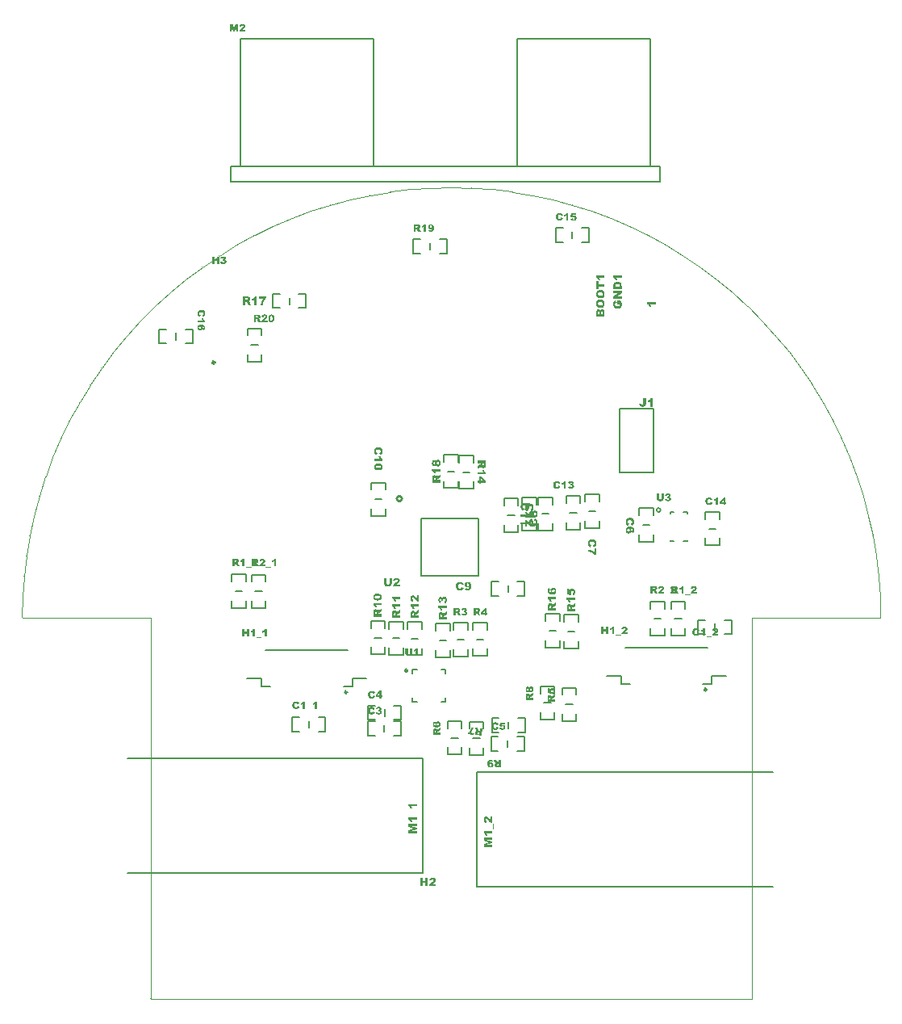
<source format=gto>
%FSLAX25Y25*%
%MOIN*%
G70*
G01*
G75*
G04 Layer_Color=65535*
%ADD10R,0.03189X0.06299*%
%ADD11R,0.08268X0.11811*%
G04:AMPARAMS|DCode=12|XSize=98.43mil|YSize=196.85mil|CornerRadius=24.61mil|HoleSize=0mil|Usage=FLASHONLY|Rotation=180.000|XOffset=0mil|YOffset=0mil|HoleType=Round|Shape=RoundedRectangle|*
%AMROUNDEDRECTD12*
21,1,0.09843,0.14764,0,0,180.0*
21,1,0.04921,0.19685,0,0,180.0*
1,1,0.04921,-0.02461,0.07382*
1,1,0.04921,0.02461,0.07382*
1,1,0.04921,0.02461,-0.07382*
1,1,0.04921,-0.02461,-0.07382*
%
%ADD12ROUNDEDRECTD12*%
%ADD13C,0.05906*%
%ADD14R,0.07087X0.07087*%
%ADD15O,0.00984X0.03543*%
%ADD16O,0.03543X0.00984*%
G04:AMPARAMS|DCode=17|XSize=11.81mil|YSize=47.24mil|CornerRadius=2.95mil|HoleSize=0mil|Usage=FLASHONLY|Rotation=180.000|XOffset=0mil|YOffset=0mil|HoleType=Round|Shape=RoundedRectangle|*
%AMROUNDEDRECTD17*
21,1,0.01181,0.04134,0,0,180.0*
21,1,0.00591,0.04724,0,0,180.0*
1,1,0.00591,-0.00295,0.02067*
1,1,0.00591,0.00295,0.02067*
1,1,0.00591,0.00295,-0.02067*
1,1,0.00591,-0.00295,-0.02067*
%
%ADD17ROUNDEDRECTD17*%
G04:AMPARAMS|DCode=18|XSize=11.81mil|YSize=47.24mil|CornerRadius=2.95mil|HoleSize=0mil|Usage=FLASHONLY|Rotation=90.000|XOffset=0mil|YOffset=0mil|HoleType=Round|Shape=RoundedRectangle|*
%AMROUNDEDRECTD18*
21,1,0.01181,0.04134,0,0,90.0*
21,1,0.00591,0.04724,0,0,90.0*
1,1,0.00591,0.02067,0.00295*
1,1,0.00591,0.02067,-0.00295*
1,1,0.00591,-0.02067,-0.00295*
1,1,0.00591,-0.02067,0.00295*
%
%ADD18ROUNDEDRECTD18*%
G04:AMPARAMS|DCode=19|XSize=41.34mil|YSize=47.24mil|CornerRadius=10.34mil|HoleSize=0mil|Usage=FLASHONLY|Rotation=180.000|XOffset=0mil|YOffset=0mil|HoleType=Round|Shape=RoundedRectangle|*
%AMROUNDEDRECTD19*
21,1,0.04134,0.02658,0,0,180.0*
21,1,0.02067,0.04724,0,0,180.0*
1,1,0.02067,-0.01034,0.01329*
1,1,0.02067,0.01034,0.01329*
1,1,0.02067,0.01034,-0.01329*
1,1,0.02067,-0.01034,-0.01329*
%
%ADD19ROUNDEDRECTD19*%
G04:AMPARAMS|DCode=20|XSize=41.34mil|YSize=47.24mil|CornerRadius=10.34mil|HoleSize=0mil|Usage=FLASHONLY|Rotation=270.000|XOffset=0mil|YOffset=0mil|HoleType=Round|Shape=RoundedRectangle|*
%AMROUNDEDRECTD20*
21,1,0.04134,0.02658,0,0,270.0*
21,1,0.02067,0.04724,0,0,270.0*
1,1,0.02067,-0.01329,-0.01034*
1,1,0.02067,-0.01329,0.01034*
1,1,0.02067,0.01329,0.01034*
1,1,0.02067,0.01329,-0.01034*
%
%ADD20ROUNDEDRECTD20*%
G04:AMPARAMS|DCode=21|XSize=21.65mil|YSize=39.37mil|CornerRadius=5.41mil|HoleSize=0mil|Usage=FLASHONLY|Rotation=270.000|XOffset=0mil|YOffset=0mil|HoleType=Round|Shape=RoundedRectangle|*
%AMROUNDEDRECTD21*
21,1,0.02165,0.02854,0,0,270.0*
21,1,0.01083,0.03937,0,0,270.0*
1,1,0.01083,-0.01427,-0.00541*
1,1,0.01083,-0.01427,0.00541*
1,1,0.01083,0.01427,0.00541*
1,1,0.01083,0.01427,-0.00541*
%
%ADD21ROUNDEDRECTD21*%
%ADD22C,0.01575*%
%ADD23C,0.00787*%
%ADD24C,0.00394*%
%ADD25C,0.00394*%
%ADD26O,0.07087X0.06299*%
G04:AMPARAMS|DCode=27|XSize=37.4mil|YSize=37.4mil|CornerRadius=9.35mil|HoleSize=0mil|Usage=FLASHONLY|Rotation=90.000|XOffset=0mil|YOffset=0mil|HoleType=Round|Shape=RoundedRectangle|*
%AMROUNDEDRECTD27*
21,1,0.03740,0.01870,0,0,90.0*
21,1,0.01870,0.03740,0,0,90.0*
1,1,0.01870,0.00935,0.00935*
1,1,0.01870,0.00935,-0.00935*
1,1,0.01870,-0.00935,-0.00935*
1,1,0.01870,-0.00935,0.00935*
%
%ADD27ROUNDEDRECTD27*%
%ADD28C,0.03740*%
%ADD29C,0.01969*%
%ADD30C,0.03937*%
%ADD31C,0.00984*%
%ADD32C,0.01000*%
G36*
X18219Y114080D02*
X18269D01*
X18325Y114075D01*
X18386Y114069D01*
X18452Y114058D01*
X18602Y114030D01*
X18752Y113986D01*
X18896Y113930D01*
X18963Y113892D01*
X19029Y113853D01*
X19035D01*
X19046Y113842D01*
X19063Y113830D01*
X19085Y113808D01*
X19113Y113786D01*
X19146Y113753D01*
X19179Y113719D01*
X19218Y113675D01*
X19257Y113631D01*
X19296Y113575D01*
X19340Y113520D01*
X19379Y113453D01*
X19418Y113381D01*
X19457Y113309D01*
X19490Y113226D01*
X19523Y113137D01*
X18691Y112954D01*
Y112959D01*
X18685Y112976D01*
X18674Y113004D01*
X18663Y113031D01*
X18630Y113098D01*
X18613Y113126D01*
X18597Y113153D01*
X18591Y113159D01*
X18585Y113170D01*
X18563Y113192D01*
X18541Y113215D01*
X18480Y113270D01*
X18402Y113320D01*
X18397Y113326D01*
X18386Y113331D01*
X18358Y113342D01*
X18330Y113353D01*
X18291Y113364D01*
X18247Y113370D01*
X18197Y113381D01*
X18114D01*
X18097Y113375D01*
X18036Y113370D01*
X17964Y113348D01*
X17886Y113320D01*
X17803Y113270D01*
X17725Y113209D01*
X17692Y113164D01*
X17659Y113120D01*
X17653Y113109D01*
X17636Y113087D01*
X17620Y113037D01*
X17597Y112976D01*
X17570Y112893D01*
X17553Y112793D01*
X17537Y112671D01*
X17531Y112526D01*
Y112521D01*
Y112504D01*
Y112476D01*
Y112443D01*
X17537Y112404D01*
Y112354D01*
X17548Y112249D01*
X17570Y112138D01*
X17592Y112021D01*
X17631Y111916D01*
X17653Y111871D01*
X17681Y111832D01*
X17686Y111827D01*
X17708Y111805D01*
X17747Y111777D01*
X17792Y111744D01*
X17853Y111705D01*
X17931Y111677D01*
X18014Y111655D01*
X18114Y111649D01*
X18158D01*
X18208Y111655D01*
X18269Y111666D01*
X18336Y111688D01*
X18402Y111710D01*
X18469Y111749D01*
X18524Y111799D01*
X18530Y111805D01*
X18547Y111827D01*
X18574Y111860D01*
X18602Y111910D01*
X18635Y111971D01*
X18669Y112049D01*
X18702Y112138D01*
X18730Y112243D01*
X19551Y111988D01*
Y111982D01*
X19546Y111971D01*
X19540Y111955D01*
X19534Y111932D01*
X19518Y111866D01*
X19485Y111788D01*
X19451Y111694D01*
X19401Y111599D01*
X19351Y111505D01*
X19285Y111411D01*
X19279Y111400D01*
X19251Y111372D01*
X19213Y111333D01*
X19163Y111277D01*
X19096Y111222D01*
X19024Y111167D01*
X18935Y111111D01*
X18841Y111061D01*
X18835D01*
X18830Y111056D01*
X18813Y111050D01*
X18796Y111044D01*
X18735Y111022D01*
X18658Y111006D01*
X18563Y110983D01*
X18447Y110961D01*
X18314Y110950D01*
X18169Y110944D01*
X18086D01*
X18042Y110950D01*
X17997D01*
X17942Y110956D01*
X17881Y110961D01*
X17753Y110978D01*
X17614Y111006D01*
X17481Y111039D01*
X17353Y111083D01*
X17348D01*
X17342Y111089D01*
X17326Y111100D01*
X17303Y111111D01*
X17242Y111150D01*
X17170Y111200D01*
X17087Y111272D01*
X16993Y111355D01*
X16904Y111461D01*
X16815Y111588D01*
Y111594D01*
X16804Y111605D01*
X16793Y111627D01*
X16782Y111655D01*
X16765Y111688D01*
X16743Y111733D01*
X16721Y111783D01*
X16704Y111844D01*
X16682Y111905D01*
X16660Y111977D01*
X16643Y112055D01*
X16621Y112138D01*
X16610Y112227D01*
X16599Y112321D01*
X16587Y112521D01*
Y112532D01*
Y112554D01*
X16593Y112593D01*
Y112643D01*
X16599Y112709D01*
X16610Y112782D01*
X16621Y112859D01*
X16637Y112948D01*
X16660Y113042D01*
X16687Y113137D01*
X16715Y113231D01*
X16754Y113331D01*
X16804Y113425D01*
X16854Y113514D01*
X16915Y113603D01*
X16987Y113681D01*
X16993Y113686D01*
X17004Y113697D01*
X17031Y113719D01*
X17059Y113742D01*
X17104Y113775D01*
X17154Y113808D01*
X17209Y113847D01*
X17281Y113886D01*
X17353Y113919D01*
X17442Y113958D01*
X17537Y113991D01*
X17636Y114025D01*
X17747Y114047D01*
X17864Y114069D01*
X17992Y114080D01*
X18125Y114086D01*
X18180D01*
X18219Y114080D01*
D02*
G37*
G36*
X-28901Y125170D02*
X-28518D01*
Y124515D01*
X-28901D01*
Y123949D01*
X-29639D01*
Y124515D01*
X-31182D01*
Y125209D01*
X-29639Y127040D01*
X-28901D01*
Y125170D01*
D02*
G37*
G36*
X22221Y113359D02*
X20855D01*
X20783Y112904D01*
X20789Y112909D01*
X20805Y112915D01*
X20839Y112926D01*
X20872Y112943D01*
X20916Y112959D01*
X20966Y112976D01*
X21066Y113004D01*
X21072D01*
X21089Y113009D01*
X21116Y113015D01*
X21155Y113020D01*
X21194Y113026D01*
X21238Y113031D01*
X21338Y113037D01*
X21383D01*
X21416Y113031D01*
X21455D01*
X21499Y113020D01*
X21599Y113004D01*
X21721Y112970D01*
X21843Y112920D01*
X21904Y112887D01*
X21965Y112854D01*
X22021Y112809D01*
X22076Y112759D01*
X22082Y112754D01*
X22087Y112748D01*
X22104Y112732D01*
X22121Y112709D01*
X22143Y112682D01*
X22165Y112648D01*
X22221Y112571D01*
X22276Y112471D01*
X22321Y112349D01*
X22354Y112215D01*
X22359Y112143D01*
X22365Y112066D01*
Y112060D01*
Y112055D01*
Y112038D01*
Y112016D01*
X22359Y111960D01*
X22348Y111882D01*
X22326Y111799D01*
X22304Y111705D01*
X22265Y111599D01*
X22215Y111500D01*
Y111494D01*
X22210Y111488D01*
X22187Y111455D01*
X22154Y111405D01*
X22110Y111344D01*
X22049Y111277D01*
X21976Y111211D01*
X21893Y111144D01*
X21799Y111083D01*
X21793D01*
X21788Y111078D01*
X21771Y111072D01*
X21749Y111061D01*
X21727Y111050D01*
X21693Y111039D01*
X21616Y111017D01*
X21516Y110989D01*
X21394Y110967D01*
X21260Y110950D01*
X21111Y110944D01*
X21061D01*
X21005Y110950D01*
X20933D01*
X20855Y110956D01*
X20767Y110967D01*
X20678Y110983D01*
X20595Y111000D01*
X20583Y111006D01*
X20561Y111011D01*
X20522Y111022D01*
X20472Y111044D01*
X20411Y111067D01*
X20350Y111094D01*
X20228Y111167D01*
X20223Y111172D01*
X20206Y111189D01*
X20178Y111211D01*
X20139Y111244D01*
X20101Y111277D01*
X20062Y111322D01*
X19984Y111422D01*
X19978Y111427D01*
X19967Y111450D01*
X19951Y111477D01*
X19934Y111522D01*
X19906Y111572D01*
X19884Y111633D01*
X19856Y111705D01*
X19834Y111783D01*
X20689Y111877D01*
Y111866D01*
X20694Y111844D01*
X20706Y111805D01*
X20717Y111760D01*
X20733Y111710D01*
X20761Y111661D01*
X20789Y111610D01*
X20828Y111566D01*
X20833Y111561D01*
X20850Y111549D01*
X20872Y111533D01*
X20905Y111516D01*
X20944Y111494D01*
X20994Y111477D01*
X21050Y111466D01*
X21105Y111461D01*
X21133D01*
X21166Y111466D01*
X21211Y111477D01*
X21255Y111494D01*
X21305Y111516D01*
X21355Y111549D01*
X21399Y111594D01*
X21405Y111599D01*
X21416Y111622D01*
X21438Y111649D01*
X21460Y111694D01*
X21477Y111749D01*
X21499Y111816D01*
X21510Y111894D01*
X21516Y111988D01*
Y111994D01*
Y111999D01*
Y112032D01*
X21510Y112082D01*
X21499Y112138D01*
X21488Y112204D01*
X21466Y112271D01*
X21438Y112332D01*
X21399Y112388D01*
X21394Y112393D01*
X21377Y112410D01*
X21355Y112426D01*
X21316Y112454D01*
X21272Y112476D01*
X21222Y112493D01*
X21155Y112510D01*
X21089Y112515D01*
X21066D01*
X21044Y112510D01*
X21011D01*
X20939Y112487D01*
X20894Y112476D01*
X20850Y112454D01*
X20844D01*
X20833Y112443D01*
X20817Y112432D01*
X20794Y112415D01*
X20767Y112393D01*
X20733Y112365D01*
X20700Y112332D01*
X20661Y112293D01*
X19945Y112399D01*
X20212Y114036D01*
X22221D01*
Y113359D01*
D02*
G37*
G36*
X49546Y213617D02*
X49596D01*
X49652Y213612D01*
X49713Y213606D01*
X49779Y213595D01*
X49924Y213567D01*
X50063Y213528D01*
X50201Y213473D01*
X50257Y213440D01*
X50312Y213401D01*
X50318D01*
X50323Y213390D01*
X50357Y213362D01*
X50396Y213312D01*
X50445Y213245D01*
X50495Y213168D01*
X50540Y213073D01*
X50568Y212962D01*
X50573Y212901D01*
X50579Y212840D01*
Y212829D01*
Y212807D01*
X50573Y212768D01*
X50568Y212724D01*
X50551Y212668D01*
X50534Y212607D01*
X50507Y212546D01*
X50468Y212485D01*
X50462Y212479D01*
X50445Y212457D01*
X50423Y212430D01*
X50390Y212391D01*
X50345Y212352D01*
X50290Y212302D01*
X50223Y212252D01*
X50146Y212208D01*
X50151D01*
X50173Y212202D01*
X50207Y212191D01*
X50246Y212180D01*
X50329Y212146D01*
X50373Y212130D01*
X50412Y212108D01*
X50418Y212102D01*
X50434Y212091D01*
X50462Y212069D01*
X50495Y212041D01*
X50534Y212008D01*
X50573Y211963D01*
X50612Y211913D01*
X50645Y211858D01*
X50651Y211852D01*
X50662Y211830D01*
X50673Y211797D01*
X50690Y211758D01*
X50706Y211702D01*
X50723Y211642D01*
X50728Y211575D01*
X50734Y211497D01*
Y211492D01*
Y211486D01*
Y211453D01*
X50728Y211403D01*
X50717Y211336D01*
X50701Y211253D01*
X50673Y211170D01*
X50640Y211081D01*
X50590Y210987D01*
X50584Y210976D01*
X50562Y210948D01*
X50534Y210903D01*
X50490Y210848D01*
X50429Y210787D01*
X50362Y210726D01*
X50284Y210665D01*
X50190Y210609D01*
X50185D01*
X50179Y210604D01*
X50162Y210598D01*
X50140Y210587D01*
X50118Y210581D01*
X50085Y210570D01*
X50007Y210548D01*
X49907Y210520D01*
X49790Y210504D01*
X49652Y210487D01*
X49502Y210482D01*
X49435D01*
X49402Y210487D01*
X49358D01*
X49269Y210493D01*
X49163Y210504D01*
X49052Y210520D01*
X48947Y210543D01*
X48847Y210576D01*
X48836Y210581D01*
X48808Y210593D01*
X48764Y210615D01*
X48708Y210648D01*
X48647Y210687D01*
X48581Y210737D01*
X48514Y210792D01*
X48453Y210859D01*
X48447Y210870D01*
X48425Y210892D01*
X48397Y210931D01*
X48364Y210987D01*
X48325Y211059D01*
X48292Y211136D01*
X48253Y211231D01*
X48220Y211331D01*
X49064Y211447D01*
Y211436D01*
X49075Y211408D01*
X49086Y211364D01*
X49102Y211309D01*
X49147Y211192D01*
X49180Y211136D01*
X49213Y211092D01*
X49219Y211087D01*
X49230Y211075D01*
X49258Y211064D01*
X49286Y211048D01*
X49324Y211025D01*
X49374Y211014D01*
X49424Y211003D01*
X49485Y210998D01*
X49513D01*
X49546Y211003D01*
X49585Y211014D01*
X49630Y211025D01*
X49679Y211048D01*
X49724Y211081D01*
X49768Y211120D01*
X49774Y211125D01*
X49785Y211142D01*
X49807Y211170D01*
X49829Y211209D01*
X49846Y211253D01*
X49868Y211314D01*
X49879Y211381D01*
X49885Y211453D01*
Y211464D01*
Y211486D01*
X49879Y211525D01*
X49874Y211575D01*
X49857Y211625D01*
X49841Y211680D01*
X49813Y211730D01*
X49774Y211780D01*
X49768Y211786D01*
X49752Y211797D01*
X49729Y211819D01*
X49696Y211841D01*
X49652Y211858D01*
X49602Y211880D01*
X49541Y211891D01*
X49474Y211897D01*
X49435D01*
X49402Y211891D01*
X49363Y211886D01*
X49319Y211875D01*
X49263Y211863D01*
X49202Y211847D01*
X49241Y212446D01*
X49280D01*
X49319Y212441D01*
X49380D01*
X49413Y212446D01*
X49452Y212452D01*
X49491Y212463D01*
X49541Y212485D01*
X49585Y212507D01*
X49630Y212541D01*
X49635Y212546D01*
X49646Y212557D01*
X49668Y212579D01*
X49691Y212613D01*
X49707Y212646D01*
X49729Y212690D01*
X49741Y212740D01*
X49746Y212790D01*
Y212796D01*
Y212812D01*
X49741Y212840D01*
X49735Y212868D01*
X49724Y212907D01*
X49713Y212940D01*
X49691Y212979D01*
X49663Y213012D01*
X49657Y213018D01*
X49646Y213023D01*
X49630Y213040D01*
X49602Y213057D01*
X49569Y213068D01*
X49530Y213085D01*
X49485Y213090D01*
X49430Y213096D01*
X49408D01*
X49380Y213090D01*
X49341Y213085D01*
X49302Y213073D01*
X49263Y213057D01*
X49224Y213035D01*
X49186Y213001D01*
X49180Y212996D01*
X49169Y212985D01*
X49158Y212962D01*
X49136Y212929D01*
X49119Y212885D01*
X49097Y212835D01*
X49080Y212768D01*
X49064Y212690D01*
X48264Y212829D01*
Y212835D01*
X48270Y212846D01*
X48275Y212868D01*
X48281Y212890D01*
X48298Y212924D01*
X48309Y212962D01*
X48347Y213046D01*
X48397Y213140D01*
X48464Y213240D01*
X48542Y213334D01*
X48642Y213418D01*
X48647D01*
X48653Y213429D01*
X48669Y213434D01*
X48697Y213451D01*
X48725Y213467D01*
X48758Y213484D01*
X48803Y213501D01*
X48853Y213523D01*
X48902Y213540D01*
X48964Y213556D01*
X49030Y213573D01*
X49102Y213590D01*
X49180Y213606D01*
X49263Y213612D01*
X49446Y213623D01*
X49502D01*
X49546Y213617D01*
D02*
G37*
G36*
X43758D02*
X43808D01*
X43863Y213612D01*
X43924Y213606D01*
X43991Y213595D01*
X44141Y213567D01*
X44291Y213523D01*
X44435Y213467D01*
X44501Y213429D01*
X44568Y213390D01*
X44574D01*
X44585Y213379D01*
X44601Y213368D01*
X44624Y213345D01*
X44651Y213323D01*
X44684Y213290D01*
X44718Y213257D01*
X44757Y213212D01*
X44796Y213168D01*
X44834Y213112D01*
X44879Y213057D01*
X44918Y212990D01*
X44956Y212918D01*
X44995Y212846D01*
X45029Y212763D01*
X45062Y212674D01*
X44229Y212491D01*
Y212496D01*
X44224Y212513D01*
X44213Y212541D01*
X44202Y212568D01*
X44168Y212635D01*
X44152Y212663D01*
X44135Y212690D01*
X44129Y212696D01*
X44124Y212707D01*
X44102Y212729D01*
X44080Y212752D01*
X44019Y212807D01*
X43941Y212857D01*
X43935Y212862D01*
X43924Y212868D01*
X43896Y212879D01*
X43869Y212890D01*
X43830Y212901D01*
X43785Y212907D01*
X43736Y212918D01*
X43652D01*
X43636Y212912D01*
X43575Y212907D01*
X43502Y212885D01*
X43425Y212857D01*
X43341Y212807D01*
X43264Y212746D01*
X43230Y212702D01*
X43197Y212657D01*
X43192Y212646D01*
X43175Y212624D01*
X43158Y212574D01*
X43136Y212513D01*
X43108Y212430D01*
X43092Y212330D01*
X43075Y212208D01*
X43069Y212063D01*
Y212058D01*
Y212041D01*
Y212013D01*
Y211980D01*
X43075Y211941D01*
Y211891D01*
X43086Y211786D01*
X43108Y211675D01*
X43130Y211558D01*
X43169Y211453D01*
X43192Y211408D01*
X43219Y211369D01*
X43225Y211364D01*
X43247Y211342D01*
X43286Y211314D01*
X43330Y211281D01*
X43391Y211242D01*
X43469Y211214D01*
X43552Y211192D01*
X43652Y211186D01*
X43697D01*
X43747Y211192D01*
X43808Y211203D01*
X43874Y211225D01*
X43941Y211247D01*
X44007Y211286D01*
X44063Y211336D01*
X44069Y211342D01*
X44085Y211364D01*
X44113Y211397D01*
X44141Y211447D01*
X44174Y211508D01*
X44207Y211586D01*
X44240Y211675D01*
X44268Y211780D01*
X45090Y211525D01*
Y211519D01*
X45084Y211508D01*
X45079Y211492D01*
X45073Y211469D01*
X45056Y211403D01*
X45023Y211325D01*
X44990Y211231D01*
X44940Y211136D01*
X44890Y211042D01*
X44823Y210948D01*
X44818Y210937D01*
X44790Y210909D01*
X44751Y210870D01*
X44701Y210814D01*
X44635Y210759D01*
X44562Y210703D01*
X44474Y210648D01*
X44379Y210598D01*
X44374D01*
X44368Y210593D01*
X44352Y210587D01*
X44335Y210581D01*
X44274Y210559D01*
X44196Y210543D01*
X44102Y210520D01*
X43985Y210498D01*
X43852Y210487D01*
X43708Y210482D01*
X43624D01*
X43580Y210487D01*
X43536D01*
X43480Y210493D01*
X43419Y210498D01*
X43292Y210515D01*
X43153Y210543D01*
X43020Y210576D01*
X42892Y210620D01*
X42886D01*
X42881Y210626D01*
X42864Y210637D01*
X42842Y210648D01*
X42781Y210687D01*
X42709Y210737D01*
X42625Y210809D01*
X42531Y210892D01*
X42442Y210998D01*
X42353Y211125D01*
Y211131D01*
X42342Y211142D01*
X42331Y211164D01*
X42320Y211192D01*
X42304Y211225D01*
X42281Y211270D01*
X42259Y211320D01*
X42243Y211381D01*
X42220Y211442D01*
X42198Y211514D01*
X42182Y211592D01*
X42159Y211675D01*
X42148Y211764D01*
X42137Y211858D01*
X42126Y212058D01*
Y212069D01*
Y212091D01*
X42132Y212130D01*
Y212180D01*
X42137Y212246D01*
X42148Y212319D01*
X42159Y212396D01*
X42176Y212485D01*
X42198Y212579D01*
X42226Y212674D01*
X42254Y212768D01*
X42292Y212868D01*
X42342Y212962D01*
X42392Y213051D01*
X42453Y213140D01*
X42526Y213218D01*
X42531Y213223D01*
X42542Y213234D01*
X42570Y213257D01*
X42598Y213279D01*
X42642Y213312D01*
X42692Y213345D01*
X42748Y213384D01*
X42820Y213423D01*
X42892Y213456D01*
X42981Y213495D01*
X43075Y213528D01*
X43175Y213562D01*
X43286Y213584D01*
X43402Y213606D01*
X43530Y213617D01*
X43663Y213623D01*
X43719D01*
X43758Y213617D01*
D02*
G37*
G36*
X107698Y149270D02*
X105528D01*
Y149481D01*
X107698D01*
Y149270D01*
D02*
G37*
G36*
X104807Y149803D02*
X103952D01*
Y151823D01*
X103941Y151818D01*
X103919Y151796D01*
X103874Y151768D01*
X103824Y151729D01*
X103763Y151690D01*
X103691Y151646D01*
X103619Y151601D01*
X103547Y151562D01*
X103536Y151557D01*
X103514Y151546D01*
X103469Y151529D01*
X103414Y151507D01*
X103341Y151479D01*
X103264Y151446D01*
X103169Y151418D01*
X103064Y151385D01*
Y152073D01*
X103069D01*
X103081Y152079D01*
X103103Y152090D01*
X103136Y152095D01*
X103169Y152112D01*
X103214Y152129D01*
X103308Y152167D01*
X103414Y152217D01*
X103525Y152273D01*
X103636Y152334D01*
X103730Y152406D01*
X103735D01*
X103741Y152417D01*
X103769Y152439D01*
X103813Y152484D01*
X103869Y152545D01*
X103930Y152611D01*
X103991Y152695D01*
X104052Y152789D01*
X104107Y152894D01*
X104807D01*
Y149803D01*
D02*
G37*
G36*
X-32809Y120448D02*
X-32759D01*
X-32704Y120442D01*
X-32643Y120437D01*
X-32576Y120426D01*
X-32426Y120398D01*
X-32276Y120354D01*
X-32132Y120298D01*
X-32066Y120259D01*
X-31999Y120220D01*
X-31993D01*
X-31982Y120209D01*
X-31966Y120198D01*
X-31944Y120176D01*
X-31916Y120154D01*
X-31882Y120121D01*
X-31849Y120087D01*
X-31810Y120043D01*
X-31771Y119999D01*
X-31732Y119943D01*
X-31688Y119887D01*
X-31649Y119821D01*
X-31610Y119749D01*
X-31572Y119677D01*
X-31538Y119593D01*
X-31505Y119504D01*
X-32337Y119321D01*
Y119327D01*
X-32343Y119344D01*
X-32354Y119371D01*
X-32365Y119399D01*
X-32399Y119466D01*
X-32415Y119493D01*
X-32432Y119521D01*
X-32437Y119527D01*
X-32443Y119538D01*
X-32465Y119560D01*
X-32487Y119582D01*
X-32548Y119638D01*
X-32626Y119688D01*
X-32632Y119693D01*
X-32643Y119699D01*
X-32671Y119710D01*
X-32698Y119721D01*
X-32737Y119732D01*
X-32781Y119738D01*
X-32831Y119749D01*
X-32915D01*
X-32931Y119743D01*
X-32992Y119738D01*
X-33065Y119715D01*
X-33142Y119688D01*
X-33226Y119638D01*
X-33303Y119577D01*
X-33336Y119532D01*
X-33370Y119488D01*
X-33375Y119477D01*
X-33392Y119455D01*
X-33409Y119405D01*
X-33431Y119344D01*
X-33459Y119260D01*
X-33475Y119160D01*
X-33492Y119038D01*
X-33497Y118894D01*
Y118888D01*
Y118872D01*
Y118844D01*
Y118811D01*
X-33492Y118772D01*
Y118722D01*
X-33481Y118616D01*
X-33459Y118506D01*
X-33436Y118389D01*
X-33398Y118283D01*
X-33375Y118239D01*
X-33348Y118200D01*
X-33342Y118195D01*
X-33320Y118173D01*
X-33281Y118145D01*
X-33237Y118112D01*
X-33176Y118073D01*
X-33098Y118045D01*
X-33015Y118023D01*
X-32915Y118017D01*
X-32870D01*
X-32820Y118023D01*
X-32759Y118034D01*
X-32693Y118056D01*
X-32626Y118078D01*
X-32559Y118117D01*
X-32504Y118167D01*
X-32498Y118173D01*
X-32482Y118195D01*
X-32454Y118228D01*
X-32426Y118278D01*
X-32393Y118339D01*
X-32360Y118417D01*
X-32326Y118506D01*
X-32299Y118611D01*
X-31477Y118356D01*
Y118350D01*
X-31483Y118339D01*
X-31488Y118322D01*
X-31494Y118300D01*
X-31511Y118234D01*
X-31544Y118156D01*
X-31577Y118061D01*
X-31627Y117967D01*
X-31677Y117873D01*
X-31744Y117779D01*
X-31749Y117767D01*
X-31777Y117740D01*
X-31816Y117701D01*
X-31866Y117645D01*
X-31932Y117590D01*
X-32004Y117534D01*
X-32093Y117479D01*
X-32188Y117429D01*
X-32193D01*
X-32199Y117423D01*
X-32215Y117418D01*
X-32232Y117412D01*
X-32293Y117390D01*
X-32371Y117373D01*
X-32465Y117351D01*
X-32582Y117329D01*
X-32715Y117318D01*
X-32859Y117312D01*
X-32943D01*
X-32987Y117318D01*
X-33031D01*
X-33087Y117323D01*
X-33148Y117329D01*
X-33275Y117346D01*
X-33414Y117373D01*
X-33547Y117407D01*
X-33675Y117451D01*
X-33681D01*
X-33686Y117457D01*
X-33703Y117468D01*
X-33725Y117479D01*
X-33786Y117518D01*
X-33858Y117568D01*
X-33941Y117640D01*
X-34036Y117723D01*
X-34125Y117828D01*
X-34213Y117956D01*
Y117962D01*
X-34225Y117973D01*
X-34236Y117995D01*
X-34247Y118023D01*
X-34263Y118056D01*
X-34286Y118100D01*
X-34308Y118150D01*
X-34324Y118211D01*
X-34347Y118272D01*
X-34369Y118345D01*
X-34385Y118422D01*
X-34408Y118506D01*
X-34419Y118594D01*
X-34430Y118689D01*
X-34441Y118888D01*
Y118900D01*
Y118922D01*
X-34435Y118961D01*
Y119011D01*
X-34430Y119077D01*
X-34419Y119149D01*
X-34408Y119227D01*
X-34391Y119316D01*
X-34369Y119410D01*
X-34341Y119504D01*
X-34313Y119599D01*
X-34275Y119699D01*
X-34225Y119793D01*
X-34174Y119882D01*
X-34113Y119971D01*
X-34041Y120048D01*
X-34036Y120054D01*
X-34025Y120065D01*
X-33997Y120087D01*
X-33969Y120109D01*
X-33925Y120143D01*
X-33875Y120176D01*
X-33819Y120215D01*
X-33747Y120254D01*
X-33675Y120287D01*
X-33586Y120326D01*
X-33492Y120359D01*
X-33392Y120393D01*
X-33281Y120415D01*
X-33164Y120437D01*
X-33037Y120448D01*
X-32904Y120454D01*
X-32848D01*
X-32809Y120448D01*
D02*
G37*
G36*
X-32747Y127035D02*
X-32697D01*
X-32642Y127029D01*
X-32581Y127023D01*
X-32514Y127012D01*
X-32364Y126985D01*
X-32214Y126940D01*
X-32070Y126885D01*
X-32003Y126846D01*
X-31937Y126807D01*
X-31931D01*
X-31920Y126796D01*
X-31903Y126785D01*
X-31881Y126763D01*
X-31854Y126741D01*
X-31820Y126707D01*
X-31787Y126674D01*
X-31748Y126629D01*
X-31709Y126585D01*
X-31670Y126530D01*
X-31626Y126474D01*
X-31587Y126408D01*
X-31548Y126335D01*
X-31509Y126263D01*
X-31476Y126180D01*
X-31443Y126091D01*
X-32275Y125908D01*
Y125914D01*
X-32281Y125930D01*
X-32292Y125958D01*
X-32303Y125986D01*
X-32336Y126052D01*
X-32353Y126080D01*
X-32370Y126108D01*
X-32375Y126113D01*
X-32381Y126124D01*
X-32403Y126147D01*
X-32425Y126169D01*
X-32486Y126224D01*
X-32564Y126274D01*
X-32570Y126280D01*
X-32581Y126285D01*
X-32608Y126296D01*
X-32636Y126308D01*
X-32675Y126319D01*
X-32719Y126324D01*
X-32769Y126335D01*
X-32853D01*
X-32869Y126330D01*
X-32930Y126324D01*
X-33002Y126302D01*
X-33080Y126274D01*
X-33163Y126224D01*
X-33241Y126163D01*
X-33274Y126119D01*
X-33308Y126075D01*
X-33313Y126063D01*
X-33330Y126041D01*
X-33346Y125991D01*
X-33369Y125930D01*
X-33396Y125847D01*
X-33413Y125747D01*
X-33430Y125625D01*
X-33435Y125481D01*
Y125475D01*
Y125458D01*
Y125431D01*
Y125397D01*
X-33430Y125358D01*
Y125309D01*
X-33419Y125203D01*
X-33396Y125092D01*
X-33374Y124976D01*
X-33335Y124870D01*
X-33313Y124826D01*
X-33285Y124787D01*
X-33280Y124781D01*
X-33258Y124759D01*
X-33219Y124731D01*
X-33174Y124698D01*
X-33113Y124659D01*
X-33036Y124632D01*
X-32952Y124609D01*
X-32853Y124604D01*
X-32808D01*
X-32758Y124609D01*
X-32697Y124620D01*
X-32631Y124643D01*
X-32564Y124665D01*
X-32497Y124704D01*
X-32442Y124754D01*
X-32436Y124759D01*
X-32420Y124781D01*
X-32392Y124815D01*
X-32364Y124865D01*
X-32331Y124926D01*
X-32298Y125003D01*
X-32264Y125092D01*
X-32236Y125198D01*
X-31415Y124942D01*
Y124937D01*
X-31421Y124926D01*
X-31426Y124909D01*
X-31432Y124887D01*
X-31448Y124820D01*
X-31482Y124742D01*
X-31515Y124648D01*
X-31565Y124554D01*
X-31615Y124459D01*
X-31681Y124365D01*
X-31687Y124354D01*
X-31715Y124326D01*
X-31754Y124287D01*
X-31804Y124232D01*
X-31870Y124176D01*
X-31942Y124121D01*
X-32031Y124065D01*
X-32125Y124015D01*
X-32131D01*
X-32136Y124010D01*
X-32153Y124004D01*
X-32170Y123999D01*
X-32231Y123977D01*
X-32309Y123960D01*
X-32403Y123938D01*
X-32520Y123916D01*
X-32653Y123904D01*
X-32797Y123899D01*
X-32880D01*
X-32925Y123904D01*
X-32969D01*
X-33024Y123910D01*
X-33086Y123916D01*
X-33213Y123932D01*
X-33352Y123960D01*
X-33485Y123993D01*
X-33613Y124038D01*
X-33618D01*
X-33624Y124043D01*
X-33641Y124054D01*
X-33663Y124065D01*
X-33724Y124104D01*
X-33796Y124154D01*
X-33879Y124226D01*
X-33974Y124310D01*
X-34062Y124415D01*
X-34151Y124543D01*
Y124548D01*
X-34162Y124559D01*
X-34173Y124582D01*
X-34185Y124609D01*
X-34201Y124643D01*
X-34223Y124687D01*
X-34245Y124737D01*
X-34262Y124798D01*
X-34284Y124859D01*
X-34307Y124931D01*
X-34323Y125009D01*
X-34345Y125092D01*
X-34356Y125181D01*
X-34368Y125275D01*
X-34379Y125475D01*
Y125486D01*
Y125508D01*
X-34373Y125547D01*
Y125597D01*
X-34368Y125664D01*
X-34356Y125736D01*
X-34345Y125814D01*
X-34329Y125902D01*
X-34307Y125997D01*
X-34279Y126091D01*
X-34251Y126186D01*
X-34212Y126285D01*
X-34162Y126380D01*
X-34112Y126469D01*
X-34051Y126557D01*
X-33979Y126635D01*
X-33974Y126641D01*
X-33963Y126652D01*
X-33935Y126674D01*
X-33907Y126696D01*
X-33863Y126729D01*
X-33813Y126763D01*
X-33757Y126802D01*
X-33685Y126840D01*
X-33613Y126874D01*
X-33524Y126912D01*
X-33430Y126946D01*
X-33330Y126979D01*
X-33219Y127001D01*
X-33102Y127023D01*
X-32975Y127035D01*
X-32841Y127040D01*
X-32786D01*
X-32747Y127035D01*
D02*
G37*
G36*
X-29857Y120448D02*
X-29807D01*
X-29751Y120442D01*
X-29690Y120437D01*
X-29624Y120426D01*
X-29479Y120398D01*
X-29340Y120359D01*
X-29202Y120304D01*
X-29146Y120270D01*
X-29091Y120232D01*
X-29085D01*
X-29080Y120220D01*
X-29046Y120193D01*
X-29008Y120143D01*
X-28958Y120076D01*
X-28908Y119999D01*
X-28863Y119904D01*
X-28835Y119793D01*
X-28830Y119732D01*
X-28824Y119671D01*
Y119660D01*
Y119638D01*
X-28830Y119599D01*
X-28835Y119554D01*
X-28852Y119499D01*
X-28869Y119438D01*
X-28896Y119377D01*
X-28935Y119316D01*
X-28941Y119310D01*
X-28958Y119288D01*
X-28980Y119260D01*
X-29013Y119221D01*
X-29057Y119183D01*
X-29113Y119133D01*
X-29180Y119083D01*
X-29257Y119038D01*
X-29252D01*
X-29230Y119033D01*
X-29196Y119022D01*
X-29157Y119011D01*
X-29074Y118977D01*
X-29030Y118961D01*
X-28991Y118938D01*
X-28985Y118933D01*
X-28969Y118922D01*
X-28941Y118900D01*
X-28908Y118872D01*
X-28869Y118839D01*
X-28830Y118794D01*
X-28791Y118744D01*
X-28758Y118689D01*
X-28752Y118683D01*
X-28741Y118661D01*
X-28730Y118628D01*
X-28713Y118589D01*
X-28697Y118533D01*
X-28680Y118472D01*
X-28675Y118406D01*
X-28669Y118328D01*
Y118322D01*
Y118317D01*
Y118283D01*
X-28675Y118234D01*
X-28686Y118167D01*
X-28702Y118084D01*
X-28730Y118000D01*
X-28763Y117912D01*
X-28813Y117817D01*
X-28819Y117806D01*
X-28841Y117779D01*
X-28869Y117734D01*
X-28913Y117679D01*
X-28974Y117617D01*
X-29041Y117557D01*
X-29118Y117495D01*
X-29213Y117440D01*
X-29218D01*
X-29224Y117434D01*
X-29241Y117429D01*
X-29263Y117418D01*
X-29285Y117412D01*
X-29318Y117401D01*
X-29396Y117379D01*
X-29496Y117351D01*
X-29612Y117334D01*
X-29751Y117318D01*
X-29901Y117312D01*
X-29968D01*
X-30001Y117318D01*
X-30045D01*
X-30134Y117323D01*
X-30240Y117334D01*
X-30351Y117351D01*
X-30456Y117373D01*
X-30556Y117407D01*
X-30567Y117412D01*
X-30595Y117423D01*
X-30639Y117446D01*
X-30695Y117479D01*
X-30756Y117518D01*
X-30822Y117568D01*
X-30889Y117623D01*
X-30950Y117690D01*
X-30955Y117701D01*
X-30978Y117723D01*
X-31005Y117762D01*
X-31039Y117817D01*
X-31078Y117889D01*
X-31111Y117967D01*
X-31150Y118061D01*
X-31183Y118161D01*
X-30340Y118278D01*
Y118267D01*
X-30328Y118239D01*
X-30317Y118195D01*
X-30301Y118139D01*
X-30256Y118023D01*
X-30223Y117967D01*
X-30190Y117923D01*
X-30184Y117917D01*
X-30173Y117906D01*
X-30145Y117895D01*
X-30117Y117878D01*
X-30079Y117856D01*
X-30029Y117845D01*
X-29979Y117834D01*
X-29918Y117828D01*
X-29890D01*
X-29857Y117834D01*
X-29818Y117845D01*
X-29773Y117856D01*
X-29724Y117878D01*
X-29679Y117912D01*
X-29635Y117950D01*
X-29629Y117956D01*
X-29618Y117973D01*
X-29596Y118000D01*
X-29574Y118039D01*
X-29557Y118084D01*
X-29535Y118145D01*
X-29524Y118211D01*
X-29518Y118283D01*
Y118295D01*
Y118317D01*
X-29524Y118356D01*
X-29529Y118406D01*
X-29546Y118456D01*
X-29563Y118511D01*
X-29590Y118561D01*
X-29629Y118611D01*
X-29635Y118616D01*
X-29651Y118628D01*
X-29673Y118650D01*
X-29707Y118672D01*
X-29751Y118689D01*
X-29801Y118711D01*
X-29862Y118722D01*
X-29929Y118728D01*
X-29968D01*
X-30001Y118722D01*
X-30040Y118716D01*
X-30084Y118705D01*
X-30140Y118694D01*
X-30201Y118678D01*
X-30162Y119277D01*
X-30123D01*
X-30084Y119271D01*
X-30023D01*
X-29990Y119277D01*
X-29951Y119282D01*
X-29912Y119294D01*
X-29862Y119316D01*
X-29818Y119338D01*
X-29773Y119371D01*
X-29768Y119377D01*
X-29757Y119388D01*
X-29735Y119410D01*
X-29712Y119444D01*
X-29696Y119477D01*
X-29673Y119521D01*
X-29662Y119571D01*
X-29657Y119621D01*
Y119627D01*
Y119643D01*
X-29662Y119671D01*
X-29668Y119699D01*
X-29679Y119738D01*
X-29690Y119771D01*
X-29712Y119810D01*
X-29740Y119843D01*
X-29746Y119849D01*
X-29757Y119854D01*
X-29773Y119871D01*
X-29801Y119887D01*
X-29834Y119899D01*
X-29873Y119915D01*
X-29918Y119921D01*
X-29973Y119926D01*
X-29995D01*
X-30023Y119921D01*
X-30062Y119915D01*
X-30101Y119904D01*
X-30140Y119887D01*
X-30179Y119865D01*
X-30217Y119832D01*
X-30223Y119826D01*
X-30234Y119815D01*
X-30245Y119793D01*
X-30267Y119760D01*
X-30284Y119715D01*
X-30306Y119666D01*
X-30323Y119599D01*
X-30340Y119521D01*
X-31139Y119660D01*
Y119666D01*
X-31133Y119677D01*
X-31128Y119699D01*
X-31122Y119721D01*
X-31105Y119754D01*
X-31094Y119793D01*
X-31056Y119876D01*
X-31005Y119971D01*
X-30939Y120071D01*
X-30861Y120165D01*
X-30761Y120248D01*
X-30756D01*
X-30750Y120259D01*
X-30734Y120265D01*
X-30706Y120282D01*
X-30678Y120298D01*
X-30645Y120315D01*
X-30600Y120332D01*
X-30550Y120354D01*
X-30501Y120370D01*
X-30439Y120387D01*
X-30373Y120404D01*
X-30301Y120420D01*
X-30223Y120437D01*
X-30140Y120442D01*
X-29956Y120454D01*
X-29901D01*
X-29857Y120448D01*
D02*
G37*
G36*
X48393Y321186D02*
X47539D01*
Y323206D01*
X47528Y323200D01*
X47505Y323178D01*
X47461Y323150D01*
X47411Y323112D01*
X47350Y323073D01*
X47278Y323028D01*
X47206Y322984D01*
X47133Y322945D01*
X47122Y322940D01*
X47100Y322929D01*
X47056Y322912D01*
X47000Y322890D01*
X46928Y322862D01*
X46850Y322829D01*
X46756Y322801D01*
X46651Y322768D01*
Y323456D01*
X46656D01*
X46667Y323461D01*
X46689Y323472D01*
X46723Y323478D01*
X46756Y323495D01*
X46800Y323511D01*
X46895Y323550D01*
X47000Y323600D01*
X47111Y323656D01*
X47222Y323717D01*
X47317Y323789D01*
X47322D01*
X47328Y323800D01*
X47355Y323822D01*
X47400Y323867D01*
X47455Y323927D01*
X47516Y323994D01*
X47577Y324077D01*
X47638Y324172D01*
X47694Y324277D01*
X48393D01*
Y321186D01*
D02*
G37*
G36*
X51662Y323550D02*
X50297D01*
X50225Y323095D01*
X50230Y323101D01*
X50247Y323106D01*
X50280Y323117D01*
X50314Y323134D01*
X50358Y323150D01*
X50408Y323167D01*
X50508Y323195D01*
X50513D01*
X50530Y323200D01*
X50558Y323206D01*
X50597Y323212D01*
X50635Y323217D01*
X50680Y323223D01*
X50780Y323228D01*
X50824D01*
X50858Y323223D01*
X50896D01*
X50941Y323212D01*
X51041Y323195D01*
X51163Y323162D01*
X51285Y323112D01*
X51346Y323078D01*
X51407Y323045D01*
X51462Y323001D01*
X51518Y322951D01*
X51524Y322945D01*
X51529Y322940D01*
X51546Y322923D01*
X51562Y322901D01*
X51585Y322873D01*
X51607Y322840D01*
X51662Y322762D01*
X51718Y322662D01*
X51762Y322540D01*
X51795Y322407D01*
X51801Y322335D01*
X51806Y322257D01*
Y322251D01*
Y322246D01*
Y322229D01*
Y322207D01*
X51801Y322151D01*
X51790Y322074D01*
X51768Y321991D01*
X51745Y321896D01*
X51707Y321791D01*
X51657Y321691D01*
Y321685D01*
X51651Y321680D01*
X51629Y321646D01*
X51596Y321597D01*
X51551Y321535D01*
X51490Y321469D01*
X51418Y321402D01*
X51335Y321336D01*
X51240Y321275D01*
X51235D01*
X51229Y321269D01*
X51213Y321264D01*
X51191Y321252D01*
X51168Y321241D01*
X51135Y321230D01*
X51057Y321208D01*
X50957Y321180D01*
X50835Y321158D01*
X50702Y321141D01*
X50552Y321136D01*
X50502D01*
X50447Y321141D01*
X50375D01*
X50297Y321147D01*
X50208Y321158D01*
X50119Y321175D01*
X50036Y321191D01*
X50025Y321197D01*
X50003Y321202D01*
X49964Y321214D01*
X49914Y321236D01*
X49853Y321258D01*
X49792Y321286D01*
X49670Y321358D01*
X49664Y321363D01*
X49648Y321380D01*
X49620Y321402D01*
X49581Y321436D01*
X49542Y321469D01*
X49503Y321513D01*
X49426Y321613D01*
X49420Y321619D01*
X49409Y321641D01*
X49392Y321669D01*
X49376Y321713D01*
X49348Y321763D01*
X49326Y321824D01*
X49298Y321896D01*
X49276Y321974D01*
X50130Y322068D01*
Y322057D01*
X50136Y322035D01*
X50147Y321996D01*
X50158Y321952D01*
X50175Y321902D01*
X50203Y321852D01*
X50230Y321802D01*
X50269Y321758D01*
X50275Y321752D01*
X50291Y321741D01*
X50314Y321724D01*
X50347Y321708D01*
X50386Y321685D01*
X50436Y321669D01*
X50491Y321658D01*
X50547Y321652D01*
X50574D01*
X50608Y321658D01*
X50652Y321669D01*
X50696Y321685D01*
X50747Y321708D01*
X50796Y321741D01*
X50841Y321785D01*
X50846Y321791D01*
X50858Y321813D01*
X50880Y321841D01*
X50902Y321885D01*
X50919Y321941D01*
X50941Y322007D01*
X50952Y322085D01*
X50957Y322179D01*
Y322185D01*
Y322190D01*
Y322224D01*
X50952Y322274D01*
X50941Y322329D01*
X50930Y322396D01*
X50907Y322462D01*
X50880Y322523D01*
X50841Y322579D01*
X50835Y322584D01*
X50819Y322601D01*
X50796Y322618D01*
X50758Y322645D01*
X50713Y322668D01*
X50663Y322684D01*
X50597Y322701D01*
X50530Y322707D01*
X50508D01*
X50486Y322701D01*
X50452D01*
X50380Y322679D01*
X50336Y322668D01*
X50291Y322645D01*
X50286D01*
X50275Y322634D01*
X50258Y322623D01*
X50236Y322607D01*
X50208Y322584D01*
X50175Y322557D01*
X50142Y322523D01*
X50103Y322484D01*
X49387Y322590D01*
X49653Y324227D01*
X51662D01*
Y323550D01*
D02*
G37*
G36*
X-103186Y284346D02*
X-103136D01*
X-103069Y284340D01*
X-102997Y284329D01*
X-102919Y284318D01*
X-102831Y284301D01*
X-102736Y284279D01*
X-102642Y284251D01*
X-102547Y284223D01*
X-102447Y284185D01*
X-102353Y284135D01*
X-102264Y284085D01*
X-102176Y284024D01*
X-102098Y283951D01*
X-102092Y283946D01*
X-102081Y283935D01*
X-102059Y283907D01*
X-102037Y283879D01*
X-102004Y283835D01*
X-101970Y283785D01*
X-101931Y283729D01*
X-101892Y283657D01*
X-101859Y283585D01*
X-101820Y283496D01*
X-101787Y283402D01*
X-101754Y283302D01*
X-101732Y283191D01*
X-101709Y283074D01*
X-101698Y282947D01*
X-101693Y282814D01*
Y282808D01*
Y282786D01*
Y282758D01*
X-101698Y282719D01*
Y282669D01*
X-101704Y282614D01*
X-101709Y282553D01*
X-101720Y282486D01*
X-101748Y282336D01*
X-101793Y282187D01*
X-101848Y282042D01*
X-101887Y281976D01*
X-101926Y281909D01*
Y281904D01*
X-101937Y281892D01*
X-101948Y281876D01*
X-101970Y281854D01*
X-101992Y281826D01*
X-102026Y281792D01*
X-102059Y281759D01*
X-102103Y281720D01*
X-102148Y281681D01*
X-102203Y281643D01*
X-102259Y281598D01*
X-102325Y281559D01*
X-102398Y281521D01*
X-102470Y281482D01*
X-102553Y281448D01*
X-102642Y281415D01*
X-102825Y282248D01*
X-102819D01*
X-102803Y282253D01*
X-102775Y282264D01*
X-102747Y282275D01*
X-102681Y282309D01*
X-102653Y282325D01*
X-102625Y282342D01*
X-102620Y282347D01*
X-102609Y282353D01*
X-102586Y282375D01*
X-102564Y282397D01*
X-102509Y282458D01*
X-102459Y282536D01*
X-102453Y282542D01*
X-102447Y282553D01*
X-102436Y282581D01*
X-102425Y282608D01*
X-102414Y282647D01*
X-102409Y282692D01*
X-102398Y282742D01*
Y282791D01*
Y282797D01*
Y282808D01*
Y282825D01*
X-102403Y282841D01*
X-102409Y282903D01*
X-102431Y282975D01*
X-102459Y283052D01*
X-102509Y283136D01*
X-102570Y283213D01*
X-102614Y283247D01*
X-102658Y283280D01*
X-102670Y283285D01*
X-102692Y283302D01*
X-102742Y283319D01*
X-102803Y283341D01*
X-102886Y283369D01*
X-102986Y283385D01*
X-103108Y283402D01*
X-103252Y283407D01*
X-103335D01*
X-103374Y283402D01*
X-103424D01*
X-103530Y283391D01*
X-103641Y283369D01*
X-103757Y283347D01*
X-103863Y283308D01*
X-103907Y283285D01*
X-103946Y283258D01*
X-103952Y283252D01*
X-103974Y283230D01*
X-104001Y283191D01*
X-104035Y283147D01*
X-104074Y283086D01*
X-104101Y283008D01*
X-104124Y282925D01*
X-104129Y282825D01*
Y282819D01*
Y282814D01*
Y282780D01*
X-104124Y282731D01*
X-104113Y282669D01*
X-104090Y282603D01*
X-104068Y282536D01*
X-104029Y282470D01*
X-103979Y282414D01*
X-103974Y282409D01*
X-103952Y282392D01*
X-103918Y282364D01*
X-103868Y282336D01*
X-103807Y282303D01*
X-103730Y282270D01*
X-103641Y282237D01*
X-103535Y282209D01*
X-103791Y281387D01*
X-103796D01*
X-103807Y281393D01*
X-103824Y281399D01*
X-103846Y281404D01*
X-103913Y281421D01*
X-103990Y281454D01*
X-104085Y281487D01*
X-104179Y281537D01*
X-104273Y281587D01*
X-104368Y281654D01*
X-104379Y281659D01*
X-104407Y281687D01*
X-104446Y281726D01*
X-104501Y281776D01*
X-104557Y281842D01*
X-104612Y281915D01*
X-104667Y282003D01*
X-104718Y282098D01*
Y282103D01*
X-104723Y282109D01*
X-104729Y282125D01*
X-104734Y282142D01*
X-104756Y282203D01*
X-104773Y282281D01*
X-104795Y282375D01*
X-104817Y282492D01*
X-104829Y282625D01*
X-104834Y282769D01*
Y282775D01*
Y282791D01*
Y282819D01*
Y282853D01*
X-104829Y282897D01*
Y282941D01*
X-104823Y282997D01*
X-104817Y283058D01*
X-104801Y283186D01*
X-104773Y283324D01*
X-104740Y283457D01*
X-104695Y283585D01*
Y283591D01*
X-104690Y283596D01*
X-104679Y283613D01*
X-104667Y283635D01*
X-104629Y283696D01*
X-104579Y283768D01*
X-104507Y283852D01*
X-104423Y283946D01*
X-104318Y284035D01*
X-104190Y284123D01*
X-104185D01*
X-104174Y284135D01*
X-104151Y284146D01*
X-104124Y284157D01*
X-104090Y284173D01*
X-104046Y284196D01*
X-103996Y284218D01*
X-103935Y284234D01*
X-103874Y284257D01*
X-103802Y284279D01*
X-103724Y284296D01*
X-103641Y284318D01*
X-103552Y284329D01*
X-103458Y284340D01*
X-103258Y284351D01*
X-103225D01*
X-103186Y284346D01*
D02*
G37*
G36*
X-103147Y278224D02*
X-103080Y278218D01*
X-103003Y278213D01*
X-102914Y278202D01*
X-102819Y278185D01*
X-102625Y278146D01*
X-102525Y278118D01*
X-102425Y278085D01*
X-102331Y278046D01*
X-102237Y277996D01*
X-102153Y277946D01*
X-102076Y277885D01*
X-102070Y277880D01*
X-102059Y277869D01*
X-102042Y277852D01*
X-102015Y277824D01*
X-101987Y277785D01*
X-101954Y277741D01*
X-101920Y277691D01*
X-101881Y277636D01*
X-101848Y277569D01*
X-101815Y277497D01*
X-101781Y277419D01*
X-101754Y277336D01*
X-101726Y277241D01*
X-101709Y277142D01*
X-101698Y277036D01*
X-101693Y276925D01*
Y276920D01*
Y276908D01*
Y276892D01*
Y276864D01*
X-101698Y276798D01*
X-101704Y276720D01*
X-101715Y276625D01*
X-101732Y276531D01*
X-101754Y276437D01*
X-101781Y276354D01*
X-101787Y276342D01*
X-101798Y276320D01*
X-101815Y276281D01*
X-101843Y276231D01*
X-101876Y276176D01*
X-101920Y276115D01*
X-101970Y276059D01*
X-102026Y276004D01*
X-102031Y275998D01*
X-102053Y275982D01*
X-102092Y275954D01*
X-102137Y275926D01*
X-102198Y275887D01*
X-102264Y275854D01*
X-102348Y275821D01*
X-102436Y275787D01*
X-102536Y276625D01*
X-102531D01*
X-102509Y276631D01*
X-102475Y276642D01*
X-102442Y276653D01*
X-102359Y276692D01*
X-102325Y276714D01*
X-102292Y276742D01*
X-102287Y276748D01*
X-102281Y276753D01*
X-102270Y276770D01*
X-102253Y276792D01*
X-102225Y276853D01*
X-102220Y276892D01*
X-102214Y276931D01*
Y276942D01*
X-102220Y276964D01*
X-102225Y277003D01*
X-102242Y277047D01*
X-102264Y277103D01*
X-102303Y277153D01*
X-102353Y277208D01*
X-102425Y277253D01*
X-102431Y277258D01*
X-102459Y277264D01*
X-102497Y277280D01*
X-102525Y277291D01*
X-102559Y277297D01*
X-102603Y277308D01*
X-102647Y277319D01*
X-102697Y277330D01*
X-102758Y277341D01*
X-102825Y277347D01*
X-102897Y277358D01*
X-102975Y277369D01*
X-103064Y277375D01*
X-103058Y277369D01*
X-103036Y277347D01*
X-103008Y277319D01*
X-102975Y277280D01*
X-102942Y277230D01*
X-102903Y277181D01*
X-102864Y277125D01*
X-102836Y277064D01*
X-102831Y277058D01*
X-102825Y277036D01*
X-102814Y277003D01*
X-102797Y276958D01*
X-102780Y276903D01*
X-102769Y276842D01*
X-102764Y276770D01*
X-102758Y276698D01*
Y276692D01*
Y276681D01*
Y276659D01*
X-102764Y276631D01*
X-102769Y276592D01*
X-102775Y276553D01*
X-102797Y276459D01*
X-102831Y276348D01*
X-102880Y276231D01*
X-102914Y276170D01*
X-102953Y276115D01*
X-103003Y276059D01*
X-103052Y276004D01*
X-103058Y275998D01*
X-103064Y275993D01*
X-103080Y275976D01*
X-103102Y275959D01*
X-103130Y275937D01*
X-103169Y275915D01*
X-103208Y275887D01*
X-103252Y275859D01*
X-103358Y275810D01*
X-103485Y275765D01*
X-103624Y275732D01*
X-103702Y275726D01*
X-103785Y275721D01*
X-103835D01*
X-103891Y275726D01*
X-103968Y275737D01*
X-104051Y275754D01*
X-104146Y275782D01*
X-104240Y275815D01*
X-104334Y275865D01*
X-104346Y275871D01*
X-104373Y275893D01*
X-104418Y275926D01*
X-104473Y275971D01*
X-104534Y276026D01*
X-104601Y276093D01*
X-104656Y276176D01*
X-104712Y276265D01*
X-104718Y276276D01*
X-104729Y276309D01*
X-104751Y276365D01*
X-104773Y276437D01*
X-104795Y276526D01*
X-104817Y276637D01*
X-104829Y276759D01*
X-104834Y276892D01*
Y276897D01*
Y276914D01*
Y276936D01*
Y276970D01*
X-104829Y277008D01*
X-104823Y277053D01*
X-104812Y277153D01*
X-104795Y277269D01*
X-104767Y277391D01*
X-104729Y277514D01*
X-104679Y277624D01*
Y277630D01*
X-104673Y277636D01*
X-104651Y277669D01*
X-104612Y277719D01*
X-104557Y277785D01*
X-104490Y277852D01*
X-104407Y277930D01*
X-104301Y278002D01*
X-104185Y278068D01*
X-104179D01*
X-104168Y278074D01*
X-104151Y278085D01*
X-104124Y278091D01*
X-104090Y278107D01*
X-104046Y278118D01*
X-104001Y278135D01*
X-103946Y278146D01*
X-103885Y278163D01*
X-103813Y278179D01*
X-103741Y278190D01*
X-103657Y278202D01*
X-103574Y278213D01*
X-103480Y278224D01*
X-103385Y278229D01*
X-103202D01*
X-103147Y278224D01*
D02*
G37*
G36*
X-102514Y280888D02*
X-102509Y280877D01*
X-102497Y280855D01*
X-102492Y280821D01*
X-102475Y280788D01*
X-102459Y280744D01*
X-102420Y280649D01*
X-102370Y280544D01*
X-102314Y280433D01*
X-102253Y280322D01*
X-102181Y280227D01*
Y280222D01*
X-102170Y280216D01*
X-102148Y280188D01*
X-102103Y280144D01*
X-102042Y280089D01*
X-101976Y280028D01*
X-101892Y279967D01*
X-101798Y279906D01*
X-101693Y279850D01*
Y279151D01*
X-104784D01*
Y280005D01*
X-102764D01*
X-102769Y280016D01*
X-102792Y280039D01*
X-102819Y280083D01*
X-102858Y280133D01*
X-102897Y280194D01*
X-102942Y280266D01*
X-102986Y280338D01*
X-103025Y280411D01*
X-103030Y280422D01*
X-103041Y280444D01*
X-103058Y280488D01*
X-103080Y280544D01*
X-103108Y280616D01*
X-103141Y280694D01*
X-103169Y280788D01*
X-103202Y280893D01*
X-102514D01*
Y280888D01*
D02*
G37*
G36*
X106625Y206872D02*
X106675D01*
X106730Y206866D01*
X106791Y206860D01*
X106858Y206849D01*
X107008Y206822D01*
X107157Y206777D01*
X107302Y206722D01*
X107368Y206683D01*
X107435Y206644D01*
X107440D01*
X107452Y206633D01*
X107468Y206622D01*
X107490Y206600D01*
X107518Y206577D01*
X107552Y206544D01*
X107585Y206511D01*
X107624Y206467D01*
X107662Y206422D01*
X107701Y206367D01*
X107746Y206311D01*
X107785Y206244D01*
X107823Y206172D01*
X107862Y206100D01*
X107896Y206017D01*
X107929Y205928D01*
X107096Y205745D01*
Y205750D01*
X107091Y205767D01*
X107080Y205795D01*
X107069Y205823D01*
X107035Y205889D01*
X107019Y205917D01*
X107002Y205945D01*
X106997Y205950D01*
X106991Y205961D01*
X106969Y205984D01*
X106947Y206006D01*
X106886Y206061D01*
X106808Y206111D01*
X106802Y206117D01*
X106791Y206122D01*
X106763Y206134D01*
X106736Y206145D01*
X106697Y206156D01*
X106652Y206161D01*
X106602Y206172D01*
X106519D01*
X106502Y206167D01*
X106441Y206161D01*
X106369Y206139D01*
X106292Y206111D01*
X106208Y206061D01*
X106131Y206000D01*
X106097Y205956D01*
X106064Y205911D01*
X106059Y205900D01*
X106042Y205878D01*
X106025Y205828D01*
X106003Y205767D01*
X105975Y205684D01*
X105959Y205584D01*
X105942Y205462D01*
X105936Y205318D01*
Y205312D01*
Y205295D01*
Y205268D01*
Y205234D01*
X105942Y205195D01*
Y205146D01*
X105953Y205040D01*
X105975Y204929D01*
X105998Y204813D01*
X106036Y204707D01*
X106059Y204663D01*
X106086Y204624D01*
X106092Y204618D01*
X106114Y204596D01*
X106153Y204568D01*
X106197Y204535D01*
X106258Y204496D01*
X106336Y204468D01*
X106419Y204446D01*
X106519Y204441D01*
X106564D01*
X106614Y204446D01*
X106675Y204457D01*
X106741Y204480D01*
X106808Y204502D01*
X106874Y204541D01*
X106930Y204591D01*
X106935Y204596D01*
X106952Y204618D01*
X106980Y204652D01*
X107008Y204702D01*
X107041Y204763D01*
X107074Y204840D01*
X107107Y204929D01*
X107135Y205035D01*
X107957Y204779D01*
Y204774D01*
X107951Y204763D01*
X107946Y204746D01*
X107940Y204724D01*
X107923Y204657D01*
X107890Y204579D01*
X107857Y204485D01*
X107807Y204391D01*
X107757Y204296D01*
X107690Y204202D01*
X107685Y204191D01*
X107657Y204163D01*
X107618Y204124D01*
X107568Y204069D01*
X107501Y204013D01*
X107429Y203958D01*
X107341Y203902D01*
X107246Y203852D01*
X107241D01*
X107235Y203847D01*
X107219Y203841D01*
X107202Y203836D01*
X107141Y203814D01*
X107063Y203797D01*
X106969Y203775D01*
X106852Y203752D01*
X106719Y203741D01*
X106575Y203736D01*
X106491D01*
X106447Y203741D01*
X106403D01*
X106347Y203747D01*
X106286Y203752D01*
X106158Y203769D01*
X106020Y203797D01*
X105886Y203830D01*
X105759Y203875D01*
X105753D01*
X105748Y203880D01*
X105731Y203891D01*
X105709Y203902D01*
X105648Y203941D01*
X105576Y203991D01*
X105492Y204063D01*
X105398Y204147D01*
X105309Y204252D01*
X105220Y204380D01*
Y204385D01*
X105209Y204396D01*
X105198Y204418D01*
X105187Y204446D01*
X105171Y204480D01*
X105148Y204524D01*
X105126Y204574D01*
X105110Y204635D01*
X105087Y204696D01*
X105065Y204768D01*
X105048Y204846D01*
X105026Y204929D01*
X105015Y205018D01*
X105004Y205112D01*
X104993Y205312D01*
Y205323D01*
Y205345D01*
X104999Y205384D01*
Y205434D01*
X105004Y205501D01*
X105015Y205573D01*
X105026Y205651D01*
X105043Y205739D01*
X105065Y205834D01*
X105093Y205928D01*
X105121Y206023D01*
X105159Y206122D01*
X105209Y206217D01*
X105259Y206306D01*
X105320Y206394D01*
X105393Y206472D01*
X105398Y206478D01*
X105409Y206489D01*
X105437Y206511D01*
X105465Y206533D01*
X105509Y206566D01*
X105559Y206600D01*
X105614Y206639D01*
X105687Y206677D01*
X105759Y206711D01*
X105848Y206750D01*
X105942Y206783D01*
X106042Y206816D01*
X106153Y206838D01*
X106269Y206860D01*
X106397Y206872D01*
X106530Y206877D01*
X106586D01*
X106625Y206872D01*
D02*
G37*
G36*
X47326Y210531D02*
X46472D01*
Y212552D01*
X46461Y212546D01*
X46438Y212524D01*
X46394Y212496D01*
X46344Y212457D01*
X46283Y212419D01*
X46211Y212374D01*
X46139Y212330D01*
X46066Y212291D01*
X46055Y212285D01*
X46033Y212274D01*
X45989Y212258D01*
X45933Y212235D01*
X45861Y212208D01*
X45783Y212174D01*
X45689Y212146D01*
X45584Y212113D01*
Y212801D01*
X45589D01*
X45600Y212807D01*
X45623Y212818D01*
X45656Y212824D01*
X45689Y212840D01*
X45733Y212857D01*
X45828Y212896D01*
X45933Y212946D01*
X46044Y213001D01*
X46155Y213062D01*
X46250Y213134D01*
X46255D01*
X46261Y213145D01*
X46288Y213168D01*
X46333Y213212D01*
X46388Y213273D01*
X46449Y213340D01*
X46510Y213423D01*
X46571Y213517D01*
X46627Y213623D01*
X47326D01*
Y210531D01*
D02*
G37*
G36*
X113307Y205007D02*
X113690D01*
Y204352D01*
X113307D01*
Y203786D01*
X112569D01*
Y204352D01*
X111026D01*
Y205046D01*
X112569Y206877D01*
X113307D01*
Y205007D01*
D02*
G37*
G36*
X44825Y324272D02*
X44875D01*
X44930Y324266D01*
X44991Y324260D01*
X45058Y324249D01*
X45208Y324222D01*
X45357Y324177D01*
X45502Y324122D01*
X45568Y324083D01*
X45635Y324044D01*
X45641D01*
X45652Y324033D01*
X45668Y324022D01*
X45690Y324000D01*
X45718Y323977D01*
X45752Y323944D01*
X45785Y323911D01*
X45824Y323867D01*
X45862Y323822D01*
X45901Y323767D01*
X45946Y323711D01*
X45985Y323644D01*
X46023Y323572D01*
X46062Y323500D01*
X46096Y323417D01*
X46129Y323328D01*
X45296Y323145D01*
Y323150D01*
X45291Y323167D01*
X45280Y323195D01*
X45269Y323223D01*
X45235Y323289D01*
X45219Y323317D01*
X45202Y323345D01*
X45197Y323350D01*
X45191Y323361D01*
X45169Y323384D01*
X45147Y323406D01*
X45085Y323461D01*
X45008Y323511D01*
X45002Y323517D01*
X44991Y323522D01*
X44963Y323534D01*
X44936Y323545D01*
X44897Y323556D01*
X44852Y323561D01*
X44802Y323572D01*
X44719D01*
X44703Y323567D01*
X44642Y323561D01*
X44569Y323539D01*
X44492Y323511D01*
X44408Y323461D01*
X44331Y323400D01*
X44297Y323356D01*
X44264Y323311D01*
X44258Y323300D01*
X44242Y323278D01*
X44225Y323228D01*
X44203Y323167D01*
X44175Y323084D01*
X44159Y322984D01*
X44142Y322862D01*
X44136Y322718D01*
Y322712D01*
Y322695D01*
Y322668D01*
Y322634D01*
X44142Y322596D01*
Y322546D01*
X44153Y322440D01*
X44175Y322329D01*
X44197Y322213D01*
X44236Y322107D01*
X44258Y322063D01*
X44286Y322024D01*
X44292Y322018D01*
X44314Y321996D01*
X44353Y321968D01*
X44397Y321935D01*
X44458Y321896D01*
X44536Y321868D01*
X44619Y321846D01*
X44719Y321841D01*
X44764D01*
X44813Y321846D01*
X44875Y321857D01*
X44941Y321880D01*
X45008Y321902D01*
X45074Y321941D01*
X45130Y321991D01*
X45135Y321996D01*
X45152Y322018D01*
X45180Y322052D01*
X45208Y322102D01*
X45241Y322163D01*
X45274Y322240D01*
X45307Y322329D01*
X45335Y322435D01*
X46157Y322179D01*
Y322174D01*
X46151Y322163D01*
X46145Y322146D01*
X46140Y322124D01*
X46123Y322057D01*
X46090Y321979D01*
X46057Y321885D01*
X46007Y321791D01*
X45957Y321696D01*
X45890Y321602D01*
X45885Y321591D01*
X45857Y321563D01*
X45818Y321524D01*
X45768Y321469D01*
X45702Y321413D01*
X45629Y321358D01*
X45541Y321302D01*
X45446Y321252D01*
X45441D01*
X45435Y321247D01*
X45419Y321241D01*
X45402Y321236D01*
X45341Y321214D01*
X45263Y321197D01*
X45169Y321175D01*
X45052Y321152D01*
X44919Y321141D01*
X44775Y321136D01*
X44691D01*
X44647Y321141D01*
X44603D01*
X44547Y321147D01*
X44486Y321152D01*
X44358Y321169D01*
X44220Y321197D01*
X44087Y321230D01*
X43959Y321275D01*
X43953D01*
X43948Y321280D01*
X43931Y321291D01*
X43909Y321302D01*
X43848Y321341D01*
X43776Y321391D01*
X43692Y321463D01*
X43598Y321547D01*
X43509Y321652D01*
X43420Y321780D01*
Y321785D01*
X43409Y321796D01*
X43398Y321818D01*
X43387Y321846D01*
X43371Y321880D01*
X43348Y321924D01*
X43326Y321974D01*
X43310Y322035D01*
X43287Y322096D01*
X43265Y322168D01*
X43248Y322246D01*
X43226Y322329D01*
X43215Y322418D01*
X43204Y322512D01*
X43193Y322712D01*
Y322723D01*
Y322745D01*
X43198Y322784D01*
Y322834D01*
X43204Y322901D01*
X43215Y322973D01*
X43226Y323051D01*
X43243Y323139D01*
X43265Y323234D01*
X43293Y323328D01*
X43321Y323423D01*
X43359Y323522D01*
X43409Y323617D01*
X43459Y323706D01*
X43520Y323794D01*
X43593Y323872D01*
X43598Y323878D01*
X43609Y323889D01*
X43637Y323911D01*
X43665Y323933D01*
X43709Y323966D01*
X43759Y324000D01*
X43815Y324039D01*
X43887Y324077D01*
X43959Y324111D01*
X44048Y324149D01*
X44142Y324183D01*
X44242Y324216D01*
X44353Y324238D01*
X44469Y324260D01*
X44597Y324272D01*
X44730Y324277D01*
X44786D01*
X44825Y324272D01*
D02*
G37*
G36*
X110193Y203786D02*
X109339D01*
Y205806D01*
X109327Y205801D01*
X109305Y205778D01*
X109261Y205750D01*
X109211Y205712D01*
X109150Y205673D01*
X109078Y205628D01*
X109006Y205584D01*
X108933Y205545D01*
X108922Y205540D01*
X108900Y205528D01*
X108856Y205512D01*
X108800Y205490D01*
X108728Y205462D01*
X108650Y205429D01*
X108556Y205401D01*
X108451Y205368D01*
Y206056D01*
X108456D01*
X108467Y206061D01*
X108489Y206072D01*
X108523Y206078D01*
X108556Y206095D01*
X108600Y206111D01*
X108695Y206150D01*
X108800Y206200D01*
X108911Y206256D01*
X109022Y206317D01*
X109117Y206389D01*
X109122D01*
X109128Y206400D01*
X109155Y206422D01*
X109200Y206467D01*
X109255Y206527D01*
X109316Y206594D01*
X109377Y206677D01*
X109439Y206772D01*
X109494Y206877D01*
X110193D01*
Y203786D01*
D02*
G37*
G36*
X109186Y152889D02*
X109230D01*
X109330Y152883D01*
X109441Y152867D01*
X109557Y152850D01*
X109669Y152822D01*
X109768Y152789D01*
X109774D01*
X109780Y152784D01*
X109807Y152772D01*
X109857Y152745D01*
X109913Y152711D01*
X109974Y152667D01*
X110040Y152617D01*
X110107Y152550D01*
X110162Y152478D01*
X110168Y152467D01*
X110185Y152439D01*
X110207Y152401D01*
X110235Y152339D01*
X110262Y152273D01*
X110284Y152190D01*
X110301Y152101D01*
X110307Y152006D01*
Y152001D01*
Y151995D01*
Y151979D01*
Y151962D01*
X110296Y151907D01*
X110284Y151834D01*
X110268Y151757D01*
X110235Y151662D01*
X110196Y151568D01*
X110140Y151474D01*
X110135Y151463D01*
X110107Y151429D01*
X110068Y151379D01*
X110007Y151313D01*
X109924Y151230D01*
X109874Y151185D01*
X109824Y151135D01*
X109763Y151085D01*
X109696Y151030D01*
X109624Y150974D01*
X109546Y150919D01*
X109535Y150913D01*
X109508Y150891D01*
X109463Y150858D01*
X109408Y150819D01*
X109352Y150780D01*
X109291Y150741D01*
X109241Y150702D01*
X109202Y150669D01*
X109197Y150663D01*
X109186Y150658D01*
X109169Y150641D01*
X109147Y150625D01*
X109086Y150564D01*
X109002Y150491D01*
X110329D01*
Y149803D01*
X107787D01*
Y149809D01*
Y149820D01*
X107793Y149842D01*
X107798Y149864D01*
X107804Y149898D01*
X107809Y149936D01*
X107837Y150031D01*
X107870Y150136D01*
X107915Y150253D01*
X107976Y150380D01*
X108048Y150502D01*
X108053Y150508D01*
X108059Y150519D01*
X108070Y150536D01*
X108092Y150564D01*
X108120Y150591D01*
X108148Y150630D01*
X108192Y150674D01*
X108237Y150724D01*
X108286Y150780D01*
X108348Y150841D01*
X108414Y150902D01*
X108492Y150974D01*
X108575Y151046D01*
X108669Y151124D01*
X108769Y151202D01*
X108880Y151285D01*
X108886Y151291D01*
X108897Y151296D01*
X108914Y151313D01*
X108941Y151329D01*
X109002Y151379D01*
X109080Y151440D01*
X109158Y151513D01*
X109241Y151579D01*
X109308Y151646D01*
X109335Y151679D01*
X109358Y151707D01*
X109363Y151712D01*
X109374Y151729D01*
X109391Y151757D01*
X109413Y151796D01*
X109430Y151834D01*
X109447Y151884D01*
X109458Y151929D01*
X109463Y151979D01*
Y151984D01*
Y152001D01*
X109458Y152029D01*
X109452Y152062D01*
X109435Y152101D01*
X109419Y152140D01*
X109391Y152179D01*
X109358Y152217D01*
X109352Y152223D01*
X109341Y152234D01*
X109319Y152251D01*
X109285Y152267D01*
X109247Y152284D01*
X109202Y152301D01*
X109152Y152312D01*
X109097Y152317D01*
X109069D01*
X109041Y152312D01*
X109002Y152306D01*
X108964Y152290D01*
X108919Y152273D01*
X108875Y152245D01*
X108830Y152212D01*
X108825Y152206D01*
X108814Y152195D01*
X108797Y152167D01*
X108775Y152129D01*
X108753Y152079D01*
X108730Y152018D01*
X108714Y151945D01*
X108697Y151857D01*
X107848Y151923D01*
Y151929D01*
Y151940D01*
X107854Y151956D01*
X107859Y151984D01*
X107870Y152045D01*
X107887Y152129D01*
X107915Y152217D01*
X107942Y152306D01*
X107981Y152395D01*
X108026Y152478D01*
X108031Y152489D01*
X108048Y152512D01*
X108081Y152545D01*
X108126Y152589D01*
X108176Y152639D01*
X108242Y152689D01*
X108314Y152739D01*
X108403Y152784D01*
X108409D01*
X108414Y152789D01*
X108448Y152800D01*
X108503Y152817D01*
X108581Y152839D01*
X108675Y152861D01*
X108792Y152878D01*
X108925Y152889D01*
X109075Y152894D01*
X109147D01*
X109186Y152889D01*
D02*
G37*
G36*
X73949Y194821D02*
X74023Y194814D01*
X74110Y194808D01*
X74209Y194796D01*
X74314Y194777D01*
X74531Y194734D01*
X74642Y194703D01*
X74754Y194666D01*
X74859Y194623D01*
X74964Y194567D01*
X75057Y194511D01*
X75144Y194443D01*
X75150Y194437D01*
X75162Y194424D01*
X75181Y194406D01*
X75212Y194375D01*
X75243Y194332D01*
X75280Y194282D01*
X75317Y194226D01*
X75360Y194165D01*
X75397Y194090D01*
X75434Y194010D01*
X75472Y193923D01*
X75503Y193830D01*
X75533Y193725D01*
X75552Y193614D01*
X75564Y193496D01*
X75571Y193372D01*
Y193366D01*
Y193354D01*
Y193335D01*
Y193304D01*
X75564Y193230D01*
X75558Y193143D01*
X75546Y193038D01*
X75527Y192933D01*
X75503Y192827D01*
X75472Y192735D01*
X75465Y192722D01*
X75453Y192698D01*
X75434Y192654D01*
X75403Y192598D01*
X75366Y192536D01*
X75317Y192468D01*
X75261Y192406D01*
X75199Y192345D01*
X75193Y192338D01*
X75168Y192320D01*
X75125Y192289D01*
X75076Y192258D01*
X75007Y192215D01*
X74933Y192177D01*
X74840Y192140D01*
X74741Y192103D01*
X74630Y193038D01*
X74636D01*
X74661Y193044D01*
X74698Y193056D01*
X74735Y193069D01*
X74828Y193112D01*
X74865Y193137D01*
X74902Y193168D01*
X74908Y193174D01*
X74914Y193180D01*
X74927Y193199D01*
X74945Y193224D01*
X74976Y193292D01*
X74983Y193335D01*
X74989Y193378D01*
Y193391D01*
X74983Y193415D01*
X74976Y193459D01*
X74958Y193508D01*
X74933Y193570D01*
X74890Y193626D01*
X74834Y193688D01*
X74754Y193737D01*
X74747Y193744D01*
X74716Y193750D01*
X74673Y193768D01*
X74642Y193781D01*
X74605Y193787D01*
X74555Y193799D01*
X74506Y193812D01*
X74450Y193824D01*
X74382Y193836D01*
X74308Y193843D01*
X74227Y193855D01*
X74141Y193867D01*
X74042Y193874D01*
X74048Y193867D01*
X74073Y193843D01*
X74104Y193812D01*
X74141Y193768D01*
X74178Y193713D01*
X74221Y193657D01*
X74265Y193595D01*
X74296Y193527D01*
X74302Y193521D01*
X74308Y193496D01*
X74320Y193459D01*
X74339Y193409D01*
X74357Y193347D01*
X74370Y193279D01*
X74376Y193199D01*
X74382Y193118D01*
Y193112D01*
Y193100D01*
Y193075D01*
X74376Y193044D01*
X74370Y193001D01*
X74364Y192957D01*
X74339Y192852D01*
X74302Y192728D01*
X74246Y192598D01*
X74209Y192530D01*
X74165Y192468D01*
X74110Y192406D01*
X74054Y192345D01*
X74048Y192338D01*
X74042Y192332D01*
X74023Y192314D01*
X73998Y192295D01*
X73967Y192270D01*
X73924Y192246D01*
X73881Y192215D01*
X73831Y192184D01*
X73714Y192128D01*
X73571Y192078D01*
X73417Y192041D01*
X73330Y192035D01*
X73237Y192029D01*
X73181D01*
X73119Y192035D01*
X73033Y192048D01*
X72940Y192066D01*
X72835Y192097D01*
X72729Y192134D01*
X72624Y192190D01*
X72612Y192196D01*
X72581Y192221D01*
X72531Y192258D01*
X72470Y192307D01*
X72401Y192369D01*
X72327Y192444D01*
X72265Y192536D01*
X72203Y192636D01*
X72197Y192648D01*
X72185Y192685D01*
X72160Y192747D01*
X72135Y192827D01*
X72110Y192927D01*
X72086Y193050D01*
X72073Y193186D01*
X72067Y193335D01*
Y193341D01*
Y193360D01*
Y193385D01*
Y193422D01*
X72073Y193465D01*
X72079Y193515D01*
X72092Y193626D01*
X72110Y193756D01*
X72141Y193892D01*
X72185Y194028D01*
X72240Y194152D01*
Y194158D01*
X72247Y194165D01*
X72271Y194202D01*
X72315Y194257D01*
X72377Y194332D01*
X72451Y194406D01*
X72544Y194493D01*
X72661Y194573D01*
X72791Y194647D01*
X72798D01*
X72810Y194653D01*
X72829Y194666D01*
X72860Y194672D01*
X72897Y194691D01*
X72946Y194703D01*
X72996Y194722D01*
X73058Y194734D01*
X73126Y194753D01*
X73206Y194771D01*
X73287Y194783D01*
X73379Y194796D01*
X73472Y194808D01*
X73577Y194821D01*
X73683Y194827D01*
X73887D01*
X73949Y194821D01*
D02*
G37*
G36*
X73906Y198485D02*
X73961D01*
X74036Y198479D01*
X74116Y198467D01*
X74203Y198454D01*
X74302Y198436D01*
X74407Y198411D01*
X74512Y198380D01*
X74617Y198349D01*
X74729Y198306D01*
X74834Y198250D01*
X74933Y198194D01*
X75032Y198126D01*
X75119Y198046D01*
X75125Y198039D01*
X75137Y198027D01*
X75162Y197996D01*
X75187Y197965D01*
X75224Y197916D01*
X75261Y197860D01*
X75305Y197798D01*
X75348Y197718D01*
X75385Y197637D01*
X75428Y197538D01*
X75465Y197433D01*
X75503Y197321D01*
X75527Y197198D01*
X75552Y197068D01*
X75564Y196925D01*
X75571Y196777D01*
Y196771D01*
Y196746D01*
Y196715D01*
X75564Y196671D01*
Y196616D01*
X75558Y196554D01*
X75552Y196486D01*
X75540Y196412D01*
X75509Y196244D01*
X75459Y196077D01*
X75397Y195916D01*
X75354Y195842D01*
X75311Y195768D01*
Y195762D01*
X75298Y195749D01*
X75286Y195731D01*
X75261Y195706D01*
X75236Y195675D01*
X75199Y195638D01*
X75162Y195601D01*
X75113Y195557D01*
X75063Y195514D01*
X75001Y195471D01*
X74939Y195421D01*
X74865Y195378D01*
X74784Y195334D01*
X74704Y195291D01*
X74611Y195254D01*
X74512Y195217D01*
X74308Y196145D01*
X74314D01*
X74333Y196151D01*
X74364Y196164D01*
X74395Y196176D01*
X74469Y196213D01*
X74500Y196232D01*
X74531Y196250D01*
X74537Y196257D01*
X74549Y196263D01*
X74574Y196288D01*
X74599Y196312D01*
X74661Y196380D01*
X74716Y196467D01*
X74723Y196473D01*
X74729Y196486D01*
X74741Y196517D01*
X74754Y196548D01*
X74766Y196591D01*
X74772Y196641D01*
X74784Y196696D01*
Y196752D01*
Y196758D01*
Y196771D01*
Y196789D01*
X74778Y196808D01*
X74772Y196876D01*
X74747Y196956D01*
X74716Y197043D01*
X74661Y197136D01*
X74593Y197222D01*
X74543Y197259D01*
X74494Y197297D01*
X74481Y197303D01*
X74457Y197321D01*
X74401Y197340D01*
X74333Y197365D01*
X74240Y197396D01*
X74128Y197414D01*
X73992Y197433D01*
X73831Y197439D01*
X73738D01*
X73695Y197433D01*
X73639D01*
X73522Y197420D01*
X73398Y197396D01*
X73268Y197371D01*
X73150Y197328D01*
X73101Y197303D01*
X73058Y197272D01*
X73051Y197266D01*
X73027Y197241D01*
X72996Y197198D01*
X72958Y197148D01*
X72915Y197080D01*
X72884Y196993D01*
X72860Y196900D01*
X72853Y196789D01*
Y196783D01*
Y196777D01*
Y196739D01*
X72860Y196684D01*
X72872Y196616D01*
X72897Y196542D01*
X72921Y196467D01*
X72965Y196393D01*
X73020Y196331D01*
X73027Y196325D01*
X73051Y196306D01*
X73089Y196275D01*
X73144Y196244D01*
X73212Y196207D01*
X73299Y196170D01*
X73398Y196133D01*
X73516Y196102D01*
X73231Y195186D01*
X73225D01*
X73212Y195192D01*
X73194Y195198D01*
X73169Y195204D01*
X73095Y195223D01*
X73008Y195260D01*
X72903Y195297D01*
X72798Y195353D01*
X72692Y195409D01*
X72587Y195483D01*
X72575Y195489D01*
X72544Y195520D01*
X72500Y195563D01*
X72439Y195619D01*
X72377Y195693D01*
X72315Y195774D01*
X72253Y195873D01*
X72197Y195978D01*
Y195984D01*
X72191Y195991D01*
X72185Y196009D01*
X72179Y196028D01*
X72154Y196096D01*
X72135Y196182D01*
X72110Y196288D01*
X72086Y196418D01*
X72073Y196566D01*
X72067Y196727D01*
Y196733D01*
Y196752D01*
Y196783D01*
Y196820D01*
X72073Y196870D01*
Y196919D01*
X72079Y196981D01*
X72086Y197049D01*
X72104Y197191D01*
X72135Y197346D01*
X72172Y197495D01*
X72222Y197637D01*
Y197643D01*
X72228Y197650D01*
X72240Y197668D01*
X72253Y197693D01*
X72296Y197761D01*
X72352Y197841D01*
X72432Y197934D01*
X72525Y198039D01*
X72643Y198138D01*
X72785Y198238D01*
X72791D01*
X72804Y198250D01*
X72829Y198262D01*
X72860Y198275D01*
X72897Y198293D01*
X72946Y198318D01*
X73002Y198343D01*
X73070Y198361D01*
X73138Y198386D01*
X73219Y198411D01*
X73305Y198429D01*
X73398Y198454D01*
X73497Y198467D01*
X73602Y198479D01*
X73825Y198491D01*
X73862D01*
X73906Y198485D01*
D02*
G37*
G36*
X16869Y72452D02*
X16850D01*
X16825Y72459D01*
X16801Y72465D01*
X16763Y72471D01*
X16720Y72477D01*
X16615Y72508D01*
X16497Y72545D01*
X16367Y72595D01*
X16225Y72663D01*
X16089Y72743D01*
X16083Y72750D01*
X16070Y72756D01*
X16052Y72768D01*
X16021Y72793D01*
X15990Y72824D01*
X15946Y72855D01*
X15897Y72904D01*
X15841Y72954D01*
X15779Y73010D01*
X15711Y73078D01*
X15643Y73152D01*
X15563Y73239D01*
X15482Y73331D01*
X15395Y73437D01*
X15309Y73548D01*
X15216Y73672D01*
X15210Y73678D01*
X15204Y73690D01*
X15185Y73709D01*
X15167Y73740D01*
X15111Y73808D01*
X15043Y73895D01*
X14962Y73981D01*
X14888Y74074D01*
X14814Y74148D01*
X14776Y74179D01*
X14746Y74204D01*
X14739Y74210D01*
X14721Y74223D01*
X14690Y74241D01*
X14647Y74266D01*
X14603Y74285D01*
X14548Y74303D01*
X14498Y74316D01*
X14442Y74322D01*
X14417D01*
X14387Y74316D01*
X14349Y74309D01*
X14306Y74291D01*
X14263Y74272D01*
X14219Y74241D01*
X14176Y74204D01*
X14170Y74198D01*
X14157Y74186D01*
X14139Y74161D01*
X14120Y74124D01*
X14102Y74080D01*
X14083Y74031D01*
X14071Y73975D01*
X14065Y73913D01*
Y73907D01*
Y73882D01*
X14071Y73851D01*
X14077Y73808D01*
X14096Y73765D01*
X14114Y73715D01*
X14145Y73666D01*
X14182Y73616D01*
X14188Y73610D01*
X14201Y73598D01*
X14232Y73579D01*
X14275Y73554D01*
X14331Y73529D01*
X14399Y73505D01*
X14479Y73486D01*
X14578Y73468D01*
X14504Y72521D01*
X14486D01*
X14467Y72527D01*
X14436Y72533D01*
X14368Y72545D01*
X14275Y72564D01*
X14176Y72595D01*
X14077Y72626D01*
X13978Y72669D01*
X13885Y72719D01*
X13873Y72725D01*
X13848Y72743D01*
X13811Y72781D01*
X13761Y72830D01*
X13706Y72886D01*
X13650Y72960D01*
X13594Y73040D01*
X13545Y73140D01*
Y73146D01*
X13539Y73152D01*
X13526Y73189D01*
X13508Y73251D01*
X13483Y73338D01*
X13458Y73443D01*
X13440Y73573D01*
X13427Y73721D01*
X13421Y73888D01*
Y73895D01*
Y73913D01*
Y73938D01*
Y73969D01*
X13427Y74012D01*
Y74062D01*
X13433Y74173D01*
X13452Y74297D01*
X13470Y74427D01*
X13501Y74551D01*
X13539Y74662D01*
Y74669D01*
X13545Y74675D01*
X13557Y74706D01*
X13588Y74761D01*
X13625Y74823D01*
X13675Y74891D01*
X13730Y74966D01*
X13805Y75040D01*
X13885Y75102D01*
X13897Y75108D01*
X13928Y75126D01*
X13972Y75151D01*
X14040Y75182D01*
X14114Y75213D01*
X14207Y75238D01*
X14306Y75257D01*
X14411Y75263D01*
X14461D01*
X14523Y75250D01*
X14603Y75238D01*
X14690Y75219D01*
X14795Y75182D01*
X14900Y75139D01*
X15006Y75077D01*
X15018Y75071D01*
X15055Y75040D01*
X15111Y74997D01*
X15185Y74928D01*
X15278Y74836D01*
X15327Y74780D01*
X15383Y74724D01*
X15439Y74656D01*
X15501Y74582D01*
X15563Y74501D01*
X15624Y74415D01*
X15631Y74402D01*
X15655Y74371D01*
X15693Y74322D01*
X15736Y74260D01*
X15779Y74198D01*
X15823Y74130D01*
X15866Y74074D01*
X15903Y74031D01*
X15909Y74025D01*
X15915Y74012D01*
X15934Y73994D01*
X15953Y73969D01*
X16021Y73901D01*
X16101Y73808D01*
Y75287D01*
X16869D01*
Y72452D01*
D02*
G37*
G36*
Y68175D02*
X14616D01*
X14622Y68163D01*
X14647Y68138D01*
X14678Y68089D01*
X14721Y68033D01*
X14764Y67965D01*
X14814Y67884D01*
X14863Y67804D01*
X14907Y67723D01*
X14913Y67711D01*
X14925Y67686D01*
X14944Y67637D01*
X14968Y67575D01*
X14999Y67494D01*
X15036Y67408D01*
X15067Y67302D01*
X15105Y67185D01*
X14337D01*
Y67191D01*
X14331Y67203D01*
X14318Y67228D01*
X14312Y67265D01*
X14294Y67302D01*
X14275Y67352D01*
X14232Y67457D01*
X14176Y67575D01*
X14114Y67699D01*
X14046Y67822D01*
X13966Y67927D01*
Y67934D01*
X13953Y67940D01*
X13928Y67971D01*
X13879Y68020D01*
X13811Y68082D01*
X13737Y68150D01*
X13644Y68218D01*
X13539Y68287D01*
X13421Y68348D01*
Y69128D01*
X16869D01*
Y68175D01*
D02*
G37*
G36*
X17463Y69933D02*
X17228D01*
Y72353D01*
X17463D01*
Y69933D01*
D02*
G37*
G36*
X3712Y172021D02*
X3768D01*
X3830Y172015D01*
X3898Y172009D01*
X3972Y171996D01*
X4140Y171966D01*
X4307Y171916D01*
X4468Y171854D01*
X4542Y171811D01*
X4616Y171767D01*
X4622D01*
X4635Y171755D01*
X4653Y171743D01*
X4678Y171718D01*
X4709Y171693D01*
X4746Y171656D01*
X4783Y171619D01*
X4827Y171569D01*
X4870Y171520D01*
X4913Y171458D01*
X4963Y171396D01*
X5006Y171322D01*
X5049Y171241D01*
X5093Y171161D01*
X5130Y171068D01*
X5167Y170969D01*
X4239Y170765D01*
Y170771D01*
X4232Y170789D01*
X4220Y170820D01*
X4208Y170851D01*
X4171Y170925D01*
X4152Y170957D01*
X4133Y170987D01*
X4127Y170994D01*
X4121Y171006D01*
X4096Y171031D01*
X4072Y171055D01*
X4003Y171117D01*
X3917Y171173D01*
X3911Y171179D01*
X3898Y171186D01*
X3867Y171198D01*
X3836Y171210D01*
X3793Y171223D01*
X3743Y171229D01*
X3688Y171241D01*
X3595D01*
X3576Y171235D01*
X3508Y171229D01*
X3428Y171204D01*
X3341Y171173D01*
X3248Y171117D01*
X3162Y171049D01*
X3124Y171000D01*
X3087Y170950D01*
X3081Y170938D01*
X3063Y170913D01*
X3044Y170857D01*
X3019Y170789D01*
X2988Y170696D01*
X2970Y170585D01*
X2951Y170449D01*
X2945Y170288D01*
Y170282D01*
Y170263D01*
Y170232D01*
Y170195D01*
X2951Y170152D01*
Y170096D01*
X2963Y169978D01*
X2988Y169855D01*
X3013Y169725D01*
X3056Y169607D01*
X3081Y169557D01*
X3112Y169514D01*
X3118Y169508D01*
X3143Y169483D01*
X3186Y169452D01*
X3236Y169415D01*
X3304Y169372D01*
X3391Y169341D01*
X3483Y169316D01*
X3595Y169310D01*
X3644D01*
X3700Y169316D01*
X3768Y169328D01*
X3842Y169353D01*
X3917Y169378D01*
X3991Y169421D01*
X4053Y169477D01*
X4059Y169483D01*
X4078Y169508D01*
X4109Y169545D01*
X4140Y169601D01*
X4177Y169669D01*
X4214Y169756D01*
X4251Y169855D01*
X4282Y169972D01*
X5198Y169687D01*
Y169681D01*
X5192Y169669D01*
X5186Y169650D01*
X5179Y169626D01*
X5161Y169551D01*
X5124Y169465D01*
X5087Y169360D01*
X5031Y169254D01*
X4975Y169149D01*
X4901Y169044D01*
X4895Y169031D01*
X4864Y169000D01*
X4820Y168957D01*
X4765Y168895D01*
X4690Y168833D01*
X4610Y168771D01*
X4511Y168710D01*
X4406Y168654D01*
X4400D01*
X4393Y168648D01*
X4375Y168641D01*
X4356Y168635D01*
X4288Y168611D01*
X4201Y168592D01*
X4096Y168567D01*
X3966Y168542D01*
X3818Y168530D01*
X3657Y168524D01*
X3564D01*
X3514Y168530D01*
X3465D01*
X3403Y168536D01*
X3335Y168542D01*
X3193Y168561D01*
X3038Y168592D01*
X2889Y168629D01*
X2747Y168679D01*
X2741D01*
X2734Y168685D01*
X2716Y168697D01*
X2691Y168710D01*
X2623Y168753D01*
X2543Y168808D01*
X2450Y168889D01*
X2345Y168982D01*
X2245Y169099D01*
X2146Y169242D01*
Y169248D01*
X2134Y169260D01*
X2122Y169285D01*
X2109Y169316D01*
X2091Y169353D01*
X2066Y169403D01*
X2041Y169458D01*
X2023Y169527D01*
X1998Y169595D01*
X1973Y169675D01*
X1955Y169762D01*
X1930Y169855D01*
X1917Y169954D01*
X1905Y170059D01*
X1893Y170282D01*
Y170294D01*
Y170319D01*
X1899Y170362D01*
Y170418D01*
X1905Y170492D01*
X1917Y170573D01*
X1930Y170659D01*
X1948Y170758D01*
X1973Y170864D01*
X2004Y170969D01*
X2035Y171074D01*
X2078Y171186D01*
X2134Y171291D01*
X2190Y171390D01*
X2258Y171489D01*
X2338Y171575D01*
X2345Y171582D01*
X2357Y171594D01*
X2388Y171619D01*
X2419Y171644D01*
X2468Y171681D01*
X2524Y171718D01*
X2586Y171761D01*
X2666Y171804D01*
X2747Y171842D01*
X2846Y171885D01*
X2951Y171922D01*
X3063Y171959D01*
X3186Y171984D01*
X3316Y172009D01*
X3459Y172021D01*
X3607Y172027D01*
X3669D01*
X3712Y172021D01*
D02*
G37*
G36*
X-29951Y220882D02*
X-29871Y220876D01*
X-29778Y220870D01*
X-29679Y220858D01*
X-29573Y220845D01*
X-29351Y220802D01*
X-29128Y220740D01*
X-29022Y220703D01*
X-28923Y220653D01*
X-28837Y220604D01*
X-28756Y220542D01*
X-28750Y220536D01*
X-28738Y220523D01*
X-28719Y220505D01*
X-28694Y220474D01*
X-28664Y220437D01*
X-28633Y220393D01*
X-28595Y220338D01*
X-28558Y220276D01*
X-28527Y220208D01*
X-28490Y220127D01*
X-28459Y220040D01*
X-28428Y219948D01*
X-28403Y219842D01*
X-28385Y219731D01*
X-28372Y219607D01*
X-28366Y219477D01*
Y219471D01*
Y219465D01*
Y219446D01*
Y219422D01*
X-28372Y219360D01*
X-28379Y219279D01*
X-28385Y219193D01*
X-28403Y219100D01*
X-28422Y219007D01*
X-28453Y218920D01*
X-28459Y218908D01*
X-28465Y218883D01*
X-28490Y218840D01*
X-28515Y218790D01*
X-28546Y218734D01*
X-28583Y218672D01*
X-28626Y218617D01*
X-28676Y218561D01*
X-28682Y218555D01*
X-28701Y218536D01*
X-28725Y218512D01*
X-28763Y218481D01*
X-28800Y218443D01*
X-28849Y218406D01*
X-28961Y218338D01*
X-28967Y218332D01*
X-28985Y218326D01*
X-29016Y218307D01*
X-29060Y218289D01*
X-29109Y218270D01*
X-29171Y218252D01*
X-29233Y218227D01*
X-29307Y218208D01*
X-29313D01*
X-29326Y218202D01*
X-29344Y218196D01*
X-29375Y218190D01*
X-29406Y218183D01*
X-29450Y218177D01*
X-29549Y218159D01*
X-29666Y218140D01*
X-29796Y218122D01*
X-29945Y218115D01*
X-30093Y218109D01*
X-30180D01*
X-30242Y218115D01*
X-30322Y218122D01*
X-30409Y218128D01*
X-30502Y218134D01*
X-30607Y218146D01*
X-30830Y218183D01*
X-31053Y218239D01*
X-31158Y218276D01*
X-31263Y218320D01*
X-31356Y218369D01*
X-31443Y218425D01*
X-31449Y218431D01*
X-31461Y218437D01*
X-31480Y218456D01*
X-31511Y218487D01*
X-31542Y218524D01*
X-31579Y218567D01*
X-31616Y218617D01*
X-31653Y218679D01*
X-31697Y218747D01*
X-31734Y218827D01*
X-31771Y218914D01*
X-31802Y219013D01*
X-31833Y219118D01*
X-31851Y219236D01*
X-31864Y219366D01*
X-31870Y219502D01*
Y219508D01*
Y219520D01*
Y219545D01*
Y219576D01*
X-31864Y219613D01*
Y219651D01*
X-31851Y219750D01*
X-31839Y219861D01*
X-31814Y219979D01*
X-31777Y220096D01*
X-31734Y220201D01*
X-31727Y220214D01*
X-31709Y220245D01*
X-31678Y220294D01*
X-31635Y220350D01*
X-31579Y220424D01*
X-31511Y220492D01*
X-31430Y220567D01*
X-31337Y220635D01*
X-31331Y220641D01*
X-31300Y220653D01*
X-31263Y220678D01*
X-31201Y220703D01*
X-31133Y220734D01*
X-31047Y220765D01*
X-30941Y220796D01*
X-30830Y220820D01*
X-30818D01*
X-30799Y220827D01*
X-30774Y220833D01*
X-30706Y220839D01*
X-30613Y220851D01*
X-30508Y220864D01*
X-30384Y220876D01*
X-30248Y220882D01*
X-30106Y220888D01*
X-30013D01*
X-29951Y220882D01*
D02*
G37*
G36*
X6956Y172021D02*
X7006D01*
X7117Y172003D01*
X7247Y171984D01*
X7383Y171953D01*
X7513Y171910D01*
X7637Y171848D01*
X7643D01*
X7649Y171842D01*
X7686Y171817D01*
X7742Y171774D01*
X7816Y171712D01*
X7897Y171637D01*
X7977Y171538D01*
X8058Y171427D01*
X8132Y171291D01*
Y171284D01*
X8138Y171272D01*
X8151Y171254D01*
X8163Y171223D01*
X8175Y171186D01*
X8194Y171136D01*
X8206Y171087D01*
X8225Y171025D01*
X8243Y170957D01*
X8262Y170882D01*
X8275Y170796D01*
X8287Y170709D01*
X8299Y170610D01*
X8312Y170511D01*
X8318Y170288D01*
Y170276D01*
Y170251D01*
Y170201D01*
X8312Y170139D01*
X8305Y170065D01*
X8299Y169978D01*
X8287Y169879D01*
X8268Y169774D01*
X8225Y169557D01*
X8194Y169446D01*
X8151Y169335D01*
X8107Y169229D01*
X8058Y169124D01*
X7996Y169031D01*
X7928Y168945D01*
X7922Y168939D01*
X7909Y168926D01*
X7891Y168908D01*
X7860Y168877D01*
X7816Y168846D01*
X7773Y168815D01*
X7717Y168771D01*
X7649Y168734D01*
X7581Y168697D01*
X7501Y168660D01*
X7414Y168623D01*
X7315Y168592D01*
X7216Y168561D01*
X7105Y168542D01*
X6987Y168530D01*
X6863Y168524D01*
X6795D01*
X6721Y168530D01*
X6628Y168536D01*
X6529Y168549D01*
X6418Y168561D01*
X6312Y168586D01*
X6219Y168617D01*
X6207Y168623D01*
X6182Y168635D01*
X6139Y168654D01*
X6083Y168685D01*
X6027Y168722D01*
X5959Y168771D01*
X5897Y168827D01*
X5836Y168889D01*
X5829Y168895D01*
X5811Y168920D01*
X5780Y168963D01*
X5749Y169013D01*
X5712Y169081D01*
X5669Y169155D01*
X5631Y169242D01*
X5600Y169341D01*
X6535Y169465D01*
Y169458D01*
X6541Y169434D01*
X6548Y169397D01*
X6560Y169353D01*
X6597Y169267D01*
X6622Y169223D01*
X6653Y169186D01*
X6659Y169180D01*
X6671Y169174D01*
X6690Y169161D01*
X6715Y169149D01*
X6783Y169118D01*
X6826Y169112D01*
X6869Y169106D01*
X6882D01*
X6906Y169112D01*
X6950Y169118D01*
X6999Y169137D01*
X7055Y169161D01*
X7117Y169199D01*
X7173Y169254D01*
X7222Y169328D01*
X7228Y169335D01*
X7241Y169366D01*
X7253Y169415D01*
X7265Y169446D01*
X7278Y169483D01*
X7284Y169527D01*
X7297Y169582D01*
X7309Y169638D01*
X7321Y169706D01*
X7334Y169780D01*
X7346Y169861D01*
X7352Y169948D01*
X7365Y170047D01*
X7358Y170040D01*
X7334Y170016D01*
X7303Y169985D01*
X7253Y169948D01*
X7204Y169910D01*
X7142Y169867D01*
X7080Y169830D01*
X7012Y169793D01*
X7006Y169787D01*
X6981Y169780D01*
X6944Y169768D01*
X6894Y169756D01*
X6838Y169737D01*
X6764Y169725D01*
X6690Y169719D01*
X6603Y169712D01*
X6560D01*
X6529Y169719D01*
X6492Y169725D01*
X6442Y169731D01*
X6337Y169756D01*
X6219Y169793D01*
X6089Y169849D01*
X6021Y169886D01*
X5959Y169929D01*
X5897Y169978D01*
X5836Y170034D01*
X5829Y170040D01*
X5823Y170047D01*
X5805Y170065D01*
X5786Y170090D01*
X5761Y170127D01*
X5737Y170164D01*
X5712Y170208D01*
X5681Y170257D01*
X5625Y170375D01*
X5576Y170517D01*
X5539Y170672D01*
X5532Y170758D01*
X5526Y170851D01*
Y170857D01*
Y170864D01*
Y170882D01*
Y170907D01*
X5532Y170969D01*
X5545Y171055D01*
X5563Y171148D01*
X5594Y171254D01*
X5631Y171359D01*
X5681Y171464D01*
Y171470D01*
X5687Y171476D01*
X5712Y171507D01*
X5749Y171557D01*
X5799Y171619D01*
X5860Y171687D01*
X5935Y171761D01*
X6021Y171829D01*
X6120Y171885D01*
X6126D01*
X6133Y171891D01*
X6170Y171910D01*
X6232Y171928D01*
X6312Y171959D01*
X6418Y171984D01*
X6535Y172003D01*
X6671Y172021D01*
X6826Y172027D01*
X6913D01*
X6956Y172021D01*
D02*
G37*
G36*
X59865Y183205D02*
X59222D01*
X59215Y183211D01*
X59209Y183223D01*
X59191Y183242D01*
X59166Y183267D01*
X59098Y183335D01*
X59011Y183415D01*
X58912Y183514D01*
X58788Y183613D01*
X58658Y183719D01*
X58522Y183811D01*
X58516Y183818D01*
X58504Y183824D01*
X58479Y183836D01*
X58442Y183861D01*
X58398Y183886D01*
X58349Y183910D01*
X58287Y183941D01*
X58225Y183978D01*
X58151Y184016D01*
X58070Y184053D01*
X57897Y184127D01*
X57705Y184201D01*
X57501Y184269D01*
X57495D01*
X57482Y184276D01*
X57457Y184282D01*
X57427Y184294D01*
X57383Y184300D01*
X57334Y184313D01*
X57278Y184331D01*
X57210Y184344D01*
X57136Y184356D01*
X57061Y184375D01*
X56882Y184399D01*
X56690Y184430D01*
X56473Y184449D01*
Y185390D01*
X56486D01*
X56510Y185384D01*
X56554Y185377D01*
X56609Y185371D01*
X56684Y185359D01*
X56764Y185346D01*
X56857Y185328D01*
X56956Y185309D01*
X57068Y185284D01*
X57179Y185260D01*
X57408Y185198D01*
X57643Y185130D01*
X57755Y185087D01*
X57860Y185043D01*
X57866D01*
X57885Y185031D01*
X57916Y185018D01*
X57959Y185000D01*
X58008Y184969D01*
X58070Y184938D01*
X58144Y184901D01*
X58225Y184857D01*
X58312Y184808D01*
X58404Y184752D01*
X58504Y184690D01*
X58609Y184622D01*
X58714Y184548D01*
X58832Y184467D01*
X58949Y184381D01*
X59067Y184288D01*
Y185959D01*
X59865D01*
Y183205D01*
D02*
G37*
G36*
X58256Y189630D02*
X58312D01*
X58386Y189624D01*
X58466Y189611D01*
X58553Y189599D01*
X58652Y189580D01*
X58757Y189556D01*
X58863Y189525D01*
X58968Y189494D01*
X59079Y189450D01*
X59184Y189395D01*
X59284Y189339D01*
X59382Y189271D01*
X59469Y189190D01*
X59475Y189184D01*
X59488Y189172D01*
X59513Y189141D01*
X59537Y189110D01*
X59574Y189060D01*
X59612Y189005D01*
X59655Y188943D01*
X59698Y188862D01*
X59735Y188782D01*
X59779Y188683D01*
X59816Y188578D01*
X59853Y188466D01*
X59878Y188342D01*
X59903Y188212D01*
X59915Y188070D01*
X59921Y187922D01*
Y187915D01*
Y187891D01*
Y187860D01*
X59915Y187816D01*
Y187760D01*
X59909Y187699D01*
X59903Y187631D01*
X59890Y187556D01*
X59859Y187389D01*
X59810Y187222D01*
X59748Y187061D01*
X59704Y186987D01*
X59661Y186913D01*
Y186906D01*
X59649Y186894D01*
X59636Y186875D01*
X59612Y186851D01*
X59587Y186820D01*
X59550Y186783D01*
X59513Y186745D01*
X59463Y186702D01*
X59413Y186659D01*
X59352Y186615D01*
X59290Y186566D01*
X59215Y186523D01*
X59135Y186479D01*
X59054Y186436D01*
X58962Y186399D01*
X58863Y186362D01*
X58658Y187290D01*
X58665D01*
X58683Y187296D01*
X58714Y187309D01*
X58745Y187321D01*
X58819Y187358D01*
X58850Y187377D01*
X58881Y187395D01*
X58887Y187401D01*
X58900Y187408D01*
X58925Y187433D01*
X58949Y187457D01*
X59011Y187525D01*
X59067Y187612D01*
X59073Y187618D01*
X59079Y187631D01*
X59092Y187662D01*
X59104Y187692D01*
X59116Y187736D01*
X59123Y187785D01*
X59135Y187841D01*
Y187897D01*
Y187903D01*
Y187915D01*
Y187934D01*
X59129Y187952D01*
X59123Y188021D01*
X59098Y188101D01*
X59067Y188188D01*
X59011Y188280D01*
X58943Y188367D01*
X58894Y188404D01*
X58844Y188442D01*
X58832Y188448D01*
X58807Y188466D01*
X58751Y188485D01*
X58683Y188510D01*
X58590Y188540D01*
X58479Y188559D01*
X58343Y188578D01*
X58182Y188584D01*
X58089D01*
X58046Y188578D01*
X57990D01*
X57872Y188565D01*
X57748Y188540D01*
X57618Y188516D01*
X57501Y188472D01*
X57451Y188448D01*
X57408Y188417D01*
X57402Y188410D01*
X57377Y188386D01*
X57346Y188342D01*
X57309Y188293D01*
X57266Y188225D01*
X57235Y188138D01*
X57210Y188045D01*
X57204Y187934D01*
Y187928D01*
Y187922D01*
Y187884D01*
X57210Y187829D01*
X57222Y187760D01*
X57247Y187686D01*
X57272Y187612D01*
X57315Y187538D01*
X57371Y187476D01*
X57377Y187470D01*
X57402Y187451D01*
X57439Y187420D01*
X57495Y187389D01*
X57563Y187352D01*
X57649Y187315D01*
X57748Y187278D01*
X57866Y187247D01*
X57581Y186331D01*
X57575D01*
X57563Y186337D01*
X57544Y186343D01*
X57519Y186349D01*
X57445Y186368D01*
X57358Y186405D01*
X57253Y186442D01*
X57148Y186498D01*
X57043Y186554D01*
X56937Y186628D01*
X56925Y186634D01*
X56894Y186665D01*
X56851Y186708D01*
X56789Y186764D01*
X56727Y186838D01*
X56665Y186919D01*
X56603Y187018D01*
X56547Y187123D01*
Y187129D01*
X56541Y187135D01*
X56535Y187154D01*
X56529Y187172D01*
X56504Y187241D01*
X56486Y187327D01*
X56461Y187433D01*
X56436Y187563D01*
X56424Y187711D01*
X56418Y187872D01*
Y187878D01*
Y187897D01*
Y187928D01*
Y187965D01*
X56424Y188014D01*
Y188064D01*
X56430Y188126D01*
X56436Y188194D01*
X56455Y188336D01*
X56486Y188491D01*
X56523Y188639D01*
X56572Y188782D01*
Y188788D01*
X56578Y188794D01*
X56591Y188813D01*
X56603Y188838D01*
X56647Y188906D01*
X56702Y188986D01*
X56783Y189079D01*
X56876Y189184D01*
X56993Y189283D01*
X57136Y189382D01*
X57142D01*
X57154Y189395D01*
X57179Y189407D01*
X57210Y189419D01*
X57247Y189438D01*
X57297Y189463D01*
X57352Y189488D01*
X57420Y189506D01*
X57488Y189531D01*
X57569Y189556D01*
X57656Y189574D01*
X57748Y189599D01*
X57847Y189611D01*
X57953Y189624D01*
X58175Y189636D01*
X58213D01*
X58256Y189630D01*
D02*
G37*
G36*
X-55516Y119611D02*
X-56371D01*
Y121631D01*
X-56382Y121626D01*
X-56404Y121604D01*
X-56448Y121576D01*
X-56498Y121537D01*
X-56559Y121498D01*
X-56631Y121454D01*
X-56704Y121409D01*
X-56776Y121370D01*
X-56787Y121365D01*
X-56809Y121354D01*
X-56853Y121337D01*
X-56909Y121315D01*
X-56981Y121287D01*
X-57059Y121254D01*
X-57153Y121226D01*
X-57259Y121193D01*
Y121881D01*
X-57253D01*
X-57242Y121887D01*
X-57220Y121898D01*
X-57187Y121903D01*
X-57153Y121920D01*
X-57109Y121937D01*
X-57014Y121975D01*
X-56909Y122025D01*
X-56798Y122081D01*
X-56687Y122142D01*
X-56593Y122214D01*
X-56587D01*
X-56581Y122225D01*
X-56554Y122247D01*
X-56509Y122292D01*
X-56454Y122353D01*
X-56393Y122419D01*
X-56332Y122503D01*
X-56271Y122597D01*
X-56215Y122702D01*
X-55516D01*
Y119611D01*
D02*
G37*
G36*
X-64046Y122697D02*
X-63996D01*
X-63941Y122691D01*
X-63880Y122686D01*
X-63813Y122675D01*
X-63663Y122647D01*
X-63513Y122602D01*
X-63369Y122547D01*
X-63303Y122508D01*
X-63236Y122469D01*
X-63230D01*
X-63219Y122458D01*
X-63203Y122447D01*
X-63181Y122425D01*
X-63153Y122403D01*
X-63119Y122369D01*
X-63086Y122336D01*
X-63047Y122292D01*
X-63008Y122247D01*
X-62970Y122192D01*
X-62925Y122136D01*
X-62886Y122070D01*
X-62848Y121997D01*
X-62809Y121925D01*
X-62775Y121842D01*
X-62742Y121753D01*
X-63574Y121570D01*
Y121576D01*
X-63580Y121592D01*
X-63591Y121620D01*
X-63602Y121648D01*
X-63636Y121714D01*
X-63652Y121742D01*
X-63669Y121770D01*
X-63674Y121775D01*
X-63680Y121787D01*
X-63702Y121809D01*
X-63724Y121831D01*
X-63785Y121887D01*
X-63863Y121937D01*
X-63869Y121942D01*
X-63880Y121948D01*
X-63907Y121959D01*
X-63935Y121970D01*
X-63974Y121981D01*
X-64018Y121986D01*
X-64069Y121997D01*
X-64152D01*
X-64168Y121992D01*
X-64229Y121986D01*
X-64302Y121964D01*
X-64379Y121937D01*
X-64463Y121887D01*
X-64540Y121826D01*
X-64574Y121781D01*
X-64607Y121737D01*
X-64612Y121726D01*
X-64629Y121703D01*
X-64646Y121653D01*
X-64668Y121592D01*
X-64696Y121509D01*
X-64712Y121409D01*
X-64729Y121287D01*
X-64735Y121143D01*
Y121137D01*
Y121121D01*
Y121093D01*
Y121060D01*
X-64729Y121021D01*
Y120971D01*
X-64718Y120865D01*
X-64696Y120754D01*
X-64673Y120638D01*
X-64635Y120532D01*
X-64612Y120488D01*
X-64585Y120449D01*
X-64579Y120443D01*
X-64557Y120421D01*
X-64518Y120394D01*
X-64474Y120360D01*
X-64413Y120321D01*
X-64335Y120294D01*
X-64252Y120272D01*
X-64152Y120266D01*
X-64107D01*
X-64057Y120272D01*
X-63996Y120283D01*
X-63930Y120305D01*
X-63863Y120327D01*
X-63797Y120366D01*
X-63741Y120416D01*
X-63736Y120421D01*
X-63719Y120443D01*
X-63691Y120477D01*
X-63663Y120527D01*
X-63630Y120588D01*
X-63597Y120666D01*
X-63563Y120754D01*
X-63536Y120860D01*
X-62714Y120605D01*
Y120599D01*
X-62720Y120588D01*
X-62725Y120571D01*
X-62731Y120549D01*
X-62748Y120482D01*
X-62781Y120405D01*
X-62814Y120310D01*
X-62864Y120216D01*
X-62914Y120122D01*
X-62981Y120027D01*
X-62986Y120016D01*
X-63014Y119988D01*
X-63053Y119950D01*
X-63103Y119894D01*
X-63169Y119839D01*
X-63241Y119783D01*
X-63330Y119728D01*
X-63425Y119678D01*
X-63430D01*
X-63436Y119672D01*
X-63452Y119667D01*
X-63469Y119661D01*
X-63530Y119639D01*
X-63608Y119622D01*
X-63702Y119600D01*
X-63819Y119578D01*
X-63952Y119567D01*
X-64096Y119561D01*
X-64179D01*
X-64224Y119567D01*
X-64268D01*
X-64324Y119572D01*
X-64385Y119578D01*
X-64512Y119594D01*
X-64651Y119622D01*
X-64784Y119655D01*
X-64912Y119700D01*
X-64918D01*
X-64923Y119705D01*
X-64940Y119717D01*
X-64962Y119728D01*
X-65023Y119766D01*
X-65095Y119816D01*
X-65179Y119888D01*
X-65273Y119972D01*
X-65362Y120077D01*
X-65450Y120205D01*
Y120210D01*
X-65461Y120221D01*
X-65473Y120244D01*
X-65484Y120272D01*
X-65500Y120305D01*
X-65523Y120349D01*
X-65545Y120399D01*
X-65561Y120460D01*
X-65584Y120521D01*
X-65606Y120593D01*
X-65623Y120671D01*
X-65645Y120754D01*
X-65656Y120843D01*
X-65667Y120938D01*
X-65678Y121137D01*
Y121148D01*
Y121171D01*
X-65672Y121209D01*
Y121259D01*
X-65667Y121326D01*
X-65656Y121398D01*
X-65645Y121476D01*
X-65628Y121565D01*
X-65606Y121659D01*
X-65578Y121753D01*
X-65550Y121848D01*
X-65512Y121948D01*
X-65461Y122042D01*
X-65412Y122131D01*
X-65351Y122220D01*
X-65278Y122297D01*
X-65273Y122303D01*
X-65262Y122314D01*
X-65234Y122336D01*
X-65206Y122358D01*
X-65162Y122392D01*
X-65112Y122425D01*
X-65056Y122464D01*
X-64984Y122503D01*
X-64912Y122536D01*
X-64823Y122575D01*
X-64729Y122608D01*
X-64629Y122641D01*
X-64518Y122663D01*
X-64402Y122686D01*
X-64274Y122697D01*
X-64141Y122702D01*
X-64085D01*
X-64046Y122697D01*
D02*
G37*
G36*
X-60478Y119611D02*
X-61332D01*
Y121631D01*
X-61343Y121626D01*
X-61366Y121604D01*
X-61410Y121576D01*
X-61460Y121537D01*
X-61521Y121498D01*
X-61593Y121454D01*
X-61665Y121409D01*
X-61738Y121370D01*
X-61749Y121365D01*
X-61771Y121354D01*
X-61815Y121337D01*
X-61871Y121315D01*
X-61943Y121287D01*
X-62020Y121254D01*
X-62115Y121226D01*
X-62220Y121193D01*
Y121881D01*
X-62215D01*
X-62204Y121887D01*
X-62182Y121898D01*
X-62148Y121903D01*
X-62115Y121920D01*
X-62071Y121937D01*
X-61976Y121975D01*
X-61871Y122025D01*
X-61760Y122081D01*
X-61649Y122142D01*
X-61554Y122214D01*
X-61549D01*
X-61543Y122225D01*
X-61515Y122247D01*
X-61471Y122292D01*
X-61416Y122353D01*
X-61355Y122419D01*
X-61294Y122503D01*
X-61232Y122597D01*
X-61177Y122702D01*
X-60478D01*
Y119611D01*
D02*
G37*
G36*
X101238Y152889D02*
X101288D01*
X101344Y152883D01*
X101405Y152878D01*
X101471Y152867D01*
X101621Y152839D01*
X101771Y152795D01*
X101915Y152739D01*
X101982Y152700D01*
X102048Y152661D01*
X102054D01*
X102065Y152650D01*
X102082Y152639D01*
X102104Y152617D01*
X102132Y152595D01*
X102165Y152561D01*
X102198Y152528D01*
X102237Y152484D01*
X102276Y152439D01*
X102315Y152384D01*
X102359Y152328D01*
X102398Y152262D01*
X102437Y152190D01*
X102476Y152118D01*
X102509Y152034D01*
X102542Y151945D01*
X101710Y151762D01*
Y151768D01*
X101704Y151785D01*
X101693Y151812D01*
X101682Y151840D01*
X101649Y151907D01*
X101632Y151934D01*
X101615Y151962D01*
X101610Y151968D01*
X101604Y151979D01*
X101582Y152001D01*
X101560Y152023D01*
X101499Y152079D01*
X101421Y152129D01*
X101416Y152134D01*
X101405Y152140D01*
X101377Y152151D01*
X101349Y152162D01*
X101310Y152173D01*
X101266Y152179D01*
X101216Y152190D01*
X101133D01*
X101116Y152184D01*
X101055Y152179D01*
X100983Y152156D01*
X100905Y152129D01*
X100822Y152079D01*
X100744Y152018D01*
X100711Y151973D01*
X100678Y151929D01*
X100672Y151918D01*
X100655Y151895D01*
X100639Y151846D01*
X100616Y151785D01*
X100589Y151701D01*
X100572Y151601D01*
X100555Y151479D01*
X100550Y151335D01*
Y151329D01*
Y151313D01*
Y151285D01*
Y151252D01*
X100555Y151213D01*
Y151163D01*
X100566Y151057D01*
X100589Y150946D01*
X100611Y150830D01*
X100650Y150724D01*
X100672Y150680D01*
X100700Y150641D01*
X100705Y150636D01*
X100727Y150613D01*
X100766Y150586D01*
X100811Y150552D01*
X100872Y150514D01*
X100949Y150486D01*
X101033Y150464D01*
X101133Y150458D01*
X101177D01*
X101227Y150464D01*
X101288Y150475D01*
X101355Y150497D01*
X101421Y150519D01*
X101488Y150558D01*
X101543Y150608D01*
X101549Y150613D01*
X101566Y150636D01*
X101593Y150669D01*
X101621Y150719D01*
X101654Y150780D01*
X101688Y150858D01*
X101721Y150946D01*
X101749Y151052D01*
X102570Y150797D01*
Y150791D01*
X102565Y150780D01*
X102559Y150763D01*
X102553Y150741D01*
X102537Y150674D01*
X102503Y150597D01*
X102470Y150502D01*
X102420Y150408D01*
X102370Y150314D01*
X102304Y150219D01*
X102298Y150208D01*
X102270Y150180D01*
X102232Y150142D01*
X102181Y150086D01*
X102115Y150031D01*
X102043Y149975D01*
X101954Y149920D01*
X101860Y149870D01*
X101854D01*
X101848Y149864D01*
X101832Y149859D01*
X101815Y149853D01*
X101754Y149831D01*
X101676Y149814D01*
X101582Y149792D01*
X101466Y149770D01*
X101332Y149759D01*
X101188Y149753D01*
X101105D01*
X101060Y149759D01*
X101016D01*
X100961Y149764D01*
X100900Y149770D01*
X100772Y149786D01*
X100633Y149814D01*
X100500Y149848D01*
X100372Y149892D01*
X100367D01*
X100361Y149898D01*
X100345Y149909D01*
X100322Y149920D01*
X100261Y149959D01*
X100189Y150008D01*
X100106Y150081D01*
X100012Y150164D01*
X99923Y150269D01*
X99834Y150397D01*
Y150402D01*
X99823Y150414D01*
X99812Y150436D01*
X99801Y150464D01*
X99784Y150497D01*
X99762Y150541D01*
X99739Y150591D01*
X99723Y150652D01*
X99701Y150713D01*
X99678Y150786D01*
X99662Y150863D01*
X99640Y150946D01*
X99629Y151035D01*
X99617Y151130D01*
X99606Y151329D01*
Y151340D01*
Y151363D01*
X99612Y151401D01*
Y151452D01*
X99617Y151518D01*
X99629Y151590D01*
X99640Y151668D01*
X99656Y151757D01*
X99678Y151851D01*
X99706Y151945D01*
X99734Y152040D01*
X99773Y152140D01*
X99823Y152234D01*
X99873Y152323D01*
X99934Y152412D01*
X100006Y152489D01*
X100012Y152495D01*
X100023Y152506D01*
X100050Y152528D01*
X100078Y152550D01*
X100122Y152584D01*
X100172Y152617D01*
X100228Y152656D01*
X100300Y152695D01*
X100372Y152728D01*
X100461Y152767D01*
X100555Y152800D01*
X100655Y152833D01*
X100766Y152856D01*
X100883Y152878D01*
X101011Y152889D01*
X101144Y152894D01*
X101199D01*
X101238Y152889D01*
D02*
G37*
G36*
X-57586Y119078D02*
X-59756D01*
Y119289D01*
X-57586D01*
Y119078D01*
D02*
G37*
G36*
X-14268Y79378D02*
X-16521D01*
X-16515Y79366D01*
X-16490Y79341D01*
X-16459Y79291D01*
X-16416Y79236D01*
X-16373Y79167D01*
X-16323Y79087D01*
X-16274Y79007D01*
X-16230Y78926D01*
X-16224Y78914D01*
X-16212Y78889D01*
X-16193Y78839D01*
X-16168Y78777D01*
X-16137Y78697D01*
X-16100Y78610D01*
X-16069Y78505D01*
X-16032Y78388D01*
X-16800D01*
Y78394D01*
X-16806Y78406D01*
X-16818Y78431D01*
X-16824Y78468D01*
X-16843Y78505D01*
X-16862Y78555D01*
X-16905Y78660D01*
X-16961Y78777D01*
X-17022Y78901D01*
X-17091Y79025D01*
X-17171Y79130D01*
Y79137D01*
X-17184Y79143D01*
X-17208Y79174D01*
X-17258Y79223D01*
X-17326Y79285D01*
X-17400Y79353D01*
X-17493Y79421D01*
X-17598Y79489D01*
X-17716Y79551D01*
Y80331D01*
X-14268D01*
Y79378D01*
D02*
G37*
G36*
X16869Y65613D02*
X14281D01*
X16869Y64950D01*
Y64170D01*
X14281Y63514D01*
X16869D01*
Y62654D01*
X13477D01*
Y64034D01*
X15544Y64560D01*
X13477Y65092D01*
Y66473D01*
X16869D01*
Y65613D01*
D02*
G37*
G36*
X-13674Y75602D02*
X-13909D01*
Y78022D01*
X-13674D01*
Y75602D01*
D02*
G37*
G36*
X-14268Y71281D02*
X-16855D01*
X-14268Y70619D01*
Y69839D01*
X-16855Y69183D01*
X-14268D01*
Y68323D01*
X-17660D01*
Y69703D01*
X-15593Y70229D01*
X-17660Y70762D01*
Y72142D01*
X-14268D01*
Y71281D01*
D02*
G37*
G36*
Y73844D02*
X-16521D01*
X-16515Y73832D01*
X-16490Y73807D01*
X-16459Y73757D01*
X-16416Y73702D01*
X-16373Y73634D01*
X-16323Y73553D01*
X-16274Y73473D01*
X-16230Y73392D01*
X-16224Y73380D01*
X-16212Y73355D01*
X-16193Y73306D01*
X-16168Y73244D01*
X-16137Y73163D01*
X-16100Y73076D01*
X-16069Y72971D01*
X-16032Y72854D01*
X-16800D01*
Y72860D01*
X-16806Y72872D01*
X-16818Y72897D01*
X-16824Y72934D01*
X-16843Y72971D01*
X-16862Y73021D01*
X-16905Y73126D01*
X-16961Y73244D01*
X-17022Y73368D01*
X-17091Y73491D01*
X-17171Y73597D01*
Y73603D01*
X-17184Y73609D01*
X-17208Y73640D01*
X-17258Y73689D01*
X-17326Y73751D01*
X-17400Y73819D01*
X-17493Y73887D01*
X-17598Y73956D01*
X-17716Y74017D01*
Y74797D01*
X-14268D01*
Y73844D01*
D02*
G37*
G36*
X9125Y111941D02*
X9124Y111929D01*
X9116Y111908D01*
X9107Y111870D01*
X9097Y111820D01*
X9080Y111755D01*
X9063Y111684D01*
X9039Y111603D01*
X9014Y111516D01*
X8983Y111418D01*
X8952Y111321D01*
X8879Y111121D01*
X8800Y110916D01*
X8752Y110820D01*
X8705Y110730D01*
X8704Y110724D01*
X8692Y110708D01*
X8678Y110682D01*
X8658Y110645D01*
X8627Y110603D01*
X8594Y110550D01*
X8555Y110487D01*
X8510Y110418D01*
X8459Y110345D01*
X8402Y110266D01*
X8339Y110183D01*
X8269Y110094D01*
X8195Y110006D01*
X8114Y109907D01*
X8027Y109809D01*
X7935Y109712D01*
X9427Y109579D01*
X9364Y108866D01*
X6904Y109084D01*
X6955Y109659D01*
X6961Y109664D01*
X6972Y109669D01*
X6990Y109684D01*
X7015Y109704D01*
X7081Y109760D01*
X7160Y109831D01*
X7256Y109911D01*
X7354Y110014D01*
X7458Y110122D01*
X7552Y110236D01*
X7558Y110241D01*
X7565Y110251D01*
X7578Y110273D01*
X7603Y110304D01*
X7628Y110341D01*
X7654Y110383D01*
X7687Y110436D01*
X7725Y110488D01*
X7764Y110551D01*
X7804Y110620D01*
X7884Y110769D01*
X7965Y110935D01*
X8042Y111112D01*
X8043Y111117D01*
X8049Y111128D01*
X8057Y111149D01*
X8070Y111176D01*
X8079Y111214D01*
X8094Y111258D01*
X8115Y111306D01*
X8132Y111366D01*
X8149Y111431D01*
X8171Y111496D01*
X8208Y111654D01*
X8251Y111823D01*
X8284Y112015D01*
X9125Y111941D01*
D02*
G37*
G36*
X-4507Y110717D02*
X-5434Y110212D01*
X-5440Y110207D01*
X-5462Y110196D01*
X-5495Y110179D01*
X-5528Y110157D01*
X-5606Y110101D01*
X-5639Y110068D01*
X-5667Y110040D01*
X-5673Y110035D01*
X-5678Y110023D01*
X-5689Y110001D01*
X-5706Y109974D01*
X-5717Y109940D01*
X-5728Y109901D01*
X-5734Y109857D01*
X-5739Y109807D01*
Y109729D01*
X-4507D01*
Y108786D01*
X-7548D01*
Y110351D01*
Y110356D01*
Y110373D01*
Y110395D01*
Y110423D01*
Y110462D01*
X-7543Y110501D01*
X-7537Y110601D01*
X-7532Y110706D01*
X-7515Y110817D01*
X-7498Y110923D01*
X-7471Y111017D01*
X-7465Y111028D01*
X-7454Y111056D01*
X-7438Y111100D01*
X-7410Y111150D01*
X-7371Y111211D01*
X-7321Y111272D01*
X-7265Y111333D01*
X-7193Y111389D01*
X-7182Y111394D01*
X-7160Y111411D01*
X-7116Y111433D01*
X-7055Y111461D01*
X-6982Y111489D01*
X-6899Y111511D01*
X-6805Y111528D01*
X-6699Y111533D01*
X-6655D01*
X-6611Y111528D01*
X-6549Y111522D01*
X-6483Y111505D01*
X-6411Y111489D01*
X-6333Y111461D01*
X-6261Y111422D01*
X-6255Y111416D01*
X-6233Y111405D01*
X-6200Y111378D01*
X-6155Y111344D01*
X-6111Y111300D01*
X-6061Y111250D01*
X-6011Y111189D01*
X-5967Y111122D01*
X-5961Y111117D01*
X-5956Y111100D01*
X-5939Y111072D01*
X-5922Y111039D01*
X-5906Y110989D01*
X-5883Y110934D01*
X-5867Y110867D01*
X-5845Y110795D01*
Y110801D01*
X-5833Y110823D01*
X-5822Y110850D01*
X-5811Y110889D01*
X-5773Y110967D01*
X-5756Y111006D01*
X-5734Y111039D01*
X-5728Y111050D01*
X-5717Y111061D01*
X-5700Y111078D01*
X-5678Y111100D01*
X-5650Y111122D01*
X-5617Y111156D01*
X-5573Y111189D01*
X-5567Y111195D01*
X-5551Y111206D01*
X-5528Y111222D01*
X-5506Y111244D01*
X-5440Y111289D01*
X-5412Y111305D01*
X-5384Y111322D01*
X-4507Y111783D01*
Y110717D01*
D02*
G37*
G36*
X10871Y111785D02*
X11293Y110817D01*
X11298Y110811D01*
X11307Y110788D01*
X11320Y110754D01*
X11339Y110718D01*
X11388Y110636D01*
X11418Y110600D01*
X11443Y110570D01*
X11448Y110564D01*
X11459Y110557D01*
X11480Y110544D01*
X11506Y110525D01*
X11538Y110511D01*
X11576Y110497D01*
X11620Y110487D01*
X11669Y110477D01*
X11746Y110470D01*
X11856Y111698D01*
X12795Y111614D01*
X12526Y108585D01*
X10967Y108723D01*
X10961Y108724D01*
X10945Y108725D01*
X10923Y108727D01*
X10895Y108730D01*
X10857Y108733D01*
X10818Y108742D01*
X10719Y108756D01*
X10615Y108771D01*
X10506Y108798D01*
X10402Y108824D01*
X10311Y108860D01*
X10300Y108866D01*
X10273Y108880D01*
X10231Y108900D01*
X10183Y108932D01*
X10126Y108976D01*
X10069Y109031D01*
X10014Y109092D01*
X9965Y109169D01*
X9960Y109180D01*
X9946Y109204D01*
X9927Y109250D01*
X9905Y109314D01*
X9884Y109388D01*
X9869Y109473D01*
X9861Y109568D01*
X9865Y109674D01*
X9866Y109685D01*
X9869Y109718D01*
X9878Y109762D01*
X9889Y109822D01*
X9911Y109887D01*
X9934Y109957D01*
X9969Y110032D01*
X10014Y110101D01*
X10020Y110106D01*
X10033Y110127D01*
X10064Y110158D01*
X10101Y110199D01*
X10149Y110239D01*
X10203Y110284D01*
X10268Y110329D01*
X10339Y110367D01*
X10345Y110372D01*
X10362Y110376D01*
X10391Y110390D01*
X10425Y110404D01*
X10477Y110416D01*
X10534Y110433D01*
X10602Y110444D01*
X10676Y110460D01*
X10670Y110460D01*
X10649Y110473D01*
X10622Y110487D01*
X10585Y110501D01*
X10511Y110547D01*
X10473Y110567D01*
X10442Y110592D01*
X10432Y110599D01*
X10422Y110610D01*
X10407Y110629D01*
X10386Y110653D01*
X10367Y110682D01*
X10336Y110718D01*
X10307Y110766D01*
X10302Y110772D01*
X10293Y110789D01*
X10278Y110813D01*
X10258Y110837D01*
X10220Y110907D01*
X10205Y110936D01*
X10191Y110965D01*
X9810Y111880D01*
X10871Y111785D01*
D02*
G37*
G36*
X33837Y125161D02*
X32910Y124655D01*
X32905Y124650D01*
X32882Y124639D01*
X32849Y124622D01*
X32816Y124600D01*
X32738Y124545D01*
X32705Y124511D01*
X32677Y124483D01*
X32671Y124478D01*
X32666Y124467D01*
X32655Y124445D01*
X32638Y124417D01*
X32627Y124383D01*
X32616Y124345D01*
X32610Y124300D01*
X32605Y124250D01*
Y124173D01*
X33837D01*
Y123229D01*
X30796D01*
Y124794D01*
Y124800D01*
Y124817D01*
Y124839D01*
Y124866D01*
Y124905D01*
X30801Y124944D01*
X30807Y125044D01*
X30812Y125150D01*
X30829Y125260D01*
X30845Y125366D01*
X30873Y125460D01*
X30879Y125471D01*
X30890Y125499D01*
X30907Y125543D01*
X30934Y125593D01*
X30973Y125654D01*
X31023Y125716D01*
X31079Y125777D01*
X31151Y125832D01*
X31162Y125838D01*
X31184Y125854D01*
X31229Y125876D01*
X31290Y125904D01*
X31362Y125932D01*
X31445Y125954D01*
X31539Y125971D01*
X31645Y125976D01*
X31689D01*
X31734Y125971D01*
X31795Y125965D01*
X31861Y125949D01*
X31933Y125932D01*
X32011Y125904D01*
X32083Y125865D01*
X32089Y125860D01*
X32111Y125849D01*
X32144Y125821D01*
X32189Y125788D01*
X32233Y125743D01*
X32283Y125693D01*
X32333Y125632D01*
X32377Y125566D01*
X32383Y125560D01*
X32388Y125543D01*
X32405Y125516D01*
X32422Y125482D01*
X32438Y125433D01*
X32461Y125377D01*
X32477Y125310D01*
X32500Y125238D01*
Y125244D01*
X32511Y125266D01*
X32522Y125294D01*
X32533Y125333D01*
X32572Y125410D01*
X32588Y125449D01*
X32610Y125482D01*
X32616Y125494D01*
X32627Y125505D01*
X32644Y125521D01*
X32666Y125543D01*
X32694Y125566D01*
X32727Y125599D01*
X32771Y125632D01*
X32777Y125638D01*
X32794Y125649D01*
X32816Y125666D01*
X32838Y125688D01*
X32905Y125732D01*
X32932Y125749D01*
X32960Y125766D01*
X33837Y126226D01*
Y125161D01*
D02*
G37*
G36*
X33032Y128874D02*
X33088Y128868D01*
X33154Y128851D01*
X33226Y128835D01*
X33299Y128807D01*
X33376Y128774D01*
X33388Y128768D01*
X33410Y128757D01*
X33443Y128735D01*
X33487Y128701D01*
X33537Y128663D01*
X33587Y128618D01*
X33637Y128568D01*
X33682Y128513D01*
X33687Y128507D01*
X33698Y128485D01*
X33715Y128452D01*
X33743Y128407D01*
X33765Y128352D01*
X33793Y128291D01*
X33815Y128213D01*
X33837Y128130D01*
Y128119D01*
X33843Y128091D01*
X33854Y128047D01*
X33859Y127986D01*
X33870Y127913D01*
X33881Y127830D01*
X33887Y127741D01*
Y127647D01*
Y127641D01*
Y127625D01*
Y127603D01*
Y127569D01*
X33881Y127525D01*
Y127480D01*
X33870Y127375D01*
X33859Y127253D01*
X33843Y127131D01*
X33815Y127009D01*
X33776Y126903D01*
X33770Y126892D01*
X33754Y126859D01*
X33726Y126814D01*
X33687Y126759D01*
X33643Y126698D01*
X33582Y126631D01*
X33515Y126570D01*
X33437Y126515D01*
X33426Y126509D01*
X33399Y126493D01*
X33354Y126476D01*
X33293Y126454D01*
X33221Y126426D01*
X33138Y126409D01*
X33043Y126393D01*
X32943Y126387D01*
X32899D01*
X32849Y126393D01*
X32783Y126404D01*
X32710Y126415D01*
X32638Y126437D01*
X32561Y126470D01*
X32488Y126509D01*
X32477Y126515D01*
X32455Y126531D01*
X32422Y126559D01*
X32383Y126603D01*
X32333Y126659D01*
X32289Y126720D01*
X32239Y126803D01*
X32200Y126892D01*
X32194Y126881D01*
X32183Y126859D01*
X32161Y126825D01*
X32133Y126781D01*
X32094Y126737D01*
X32056Y126687D01*
X32011Y126642D01*
X31967Y126603D01*
X31961Y126598D01*
X31933Y126587D01*
X31900Y126565D01*
X31850Y126542D01*
X31789Y126520D01*
X31717Y126498D01*
X31639Y126487D01*
X31556Y126481D01*
X31517D01*
X31495Y126487D01*
X31462Y126493D01*
X31423Y126498D01*
X31334Y126526D01*
X31240Y126570D01*
X31184Y126598D01*
X31134Y126631D01*
X31084Y126670D01*
X31029Y126720D01*
X30979Y126776D01*
X30934Y126837D01*
Y126842D01*
X30929Y126848D01*
X30918Y126864D01*
X30907Y126887D01*
X30890Y126914D01*
X30873Y126953D01*
X30857Y126992D01*
X30840Y127036D01*
X30807Y127142D01*
X30773Y127270D01*
X30751Y127414D01*
X30746Y127580D01*
Y127586D01*
Y127608D01*
Y127641D01*
X30751Y127680D01*
Y127730D01*
X30757Y127791D01*
X30762Y127852D01*
X30773Y127925D01*
X30801Y128069D01*
X30845Y128219D01*
X30901Y128363D01*
X30940Y128424D01*
X30979Y128485D01*
Y128491D01*
X30990Y128496D01*
X31023Y128529D01*
X31073Y128579D01*
X31140Y128635D01*
X31223Y128685D01*
X31323Y128735D01*
X31434Y128768D01*
X31495Y128774D01*
X31561Y128779D01*
X31595D01*
X31634Y128774D01*
X31684Y128762D01*
X31745Y128751D01*
X31811Y128729D01*
X31878Y128701D01*
X31945Y128663D01*
X31950Y128657D01*
X31967Y128646D01*
X31994Y128624D01*
X32028Y128596D01*
X32067Y128557D01*
X32105Y128507D01*
X32155Y128452D01*
X32200Y128385D01*
Y128391D01*
X32205Y128396D01*
X32222Y128424D01*
X32250Y128468D01*
X32283Y128524D01*
X32327Y128585D01*
X32383Y128646D01*
X32444Y128707D01*
X32516Y128757D01*
X32527Y128762D01*
X32549Y128774D01*
X32588Y128796D01*
X32644Y128818D01*
X32705Y128840D01*
X32783Y128862D01*
X32860Y128874D01*
X32949Y128879D01*
X32988D01*
X33032Y128874D01*
D02*
G37*
G36*
X10893Y161170D02*
X10993Y161165D01*
X11098Y161159D01*
X11209Y161143D01*
X11315Y161126D01*
X11409Y161098D01*
X11420Y161093D01*
X11448Y161082D01*
X11492Y161065D01*
X11542Y161037D01*
X11603Y160998D01*
X11664Y160949D01*
X11725Y160893D01*
X11781Y160821D01*
X11787Y160810D01*
X11803Y160788D01*
X11825Y160743D01*
X11853Y160682D01*
X11881Y160610D01*
X11903Y160527D01*
X11920Y160432D01*
X11925Y160327D01*
Y160316D01*
Y160283D01*
X11920Y160238D01*
X11914Y160177D01*
X11897Y160110D01*
X11881Y160038D01*
X11853Y159961D01*
X11814Y159889D01*
X11809Y159883D01*
X11797Y159861D01*
X11770Y159827D01*
X11737Y159783D01*
X11692Y159739D01*
X11642Y159689D01*
X11581Y159639D01*
X11514Y159594D01*
X11509Y159589D01*
X11492Y159583D01*
X11464Y159567D01*
X11431Y159550D01*
X11381Y159533D01*
X11326Y159511D01*
X11259Y159494D01*
X11187Y159472D01*
X11193D01*
X11215Y159461D01*
X11242Y159450D01*
X11281Y159439D01*
X11359Y159400D01*
X11398Y159383D01*
X11431Y159361D01*
X11442Y159356D01*
X11453Y159345D01*
X11470Y159328D01*
X11492Y159306D01*
X11514Y159278D01*
X11548Y159245D01*
X11581Y159200D01*
X11587Y159195D01*
X11598Y159178D01*
X11614Y159156D01*
X11637Y159134D01*
X11681Y159067D01*
X11698Y159039D01*
X11714Y159012D01*
X12175Y158135D01*
X11109D01*
X10604Y159062D01*
X10599Y159067D01*
X10588Y159089D01*
X10571Y159123D01*
X10549Y159156D01*
X10493Y159234D01*
X10460Y159267D01*
X10432Y159295D01*
X10427Y159300D01*
X10416Y159306D01*
X10393Y159317D01*
X10366Y159334D01*
X10332Y159345D01*
X10294Y159356D01*
X10249Y159361D01*
X10199Y159367D01*
X10121D01*
Y158135D01*
X9178D01*
Y161176D01*
X10854D01*
X10893Y161170D01*
D02*
G37*
G36*
X14534Y159356D02*
X14917D01*
Y158701D01*
X14534D01*
Y158135D01*
X13796D01*
Y158701D01*
X12253D01*
Y159395D01*
X13796Y161226D01*
X14534D01*
Y159356D01*
D02*
G37*
G36*
X41843Y128193D02*
X41921Y128182D01*
X42004Y128160D01*
X42098Y128138D01*
X42204Y128099D01*
X42304Y128049D01*
X42309D01*
X42315Y128043D01*
X42348Y128021D01*
X42398Y127988D01*
X42459Y127944D01*
X42526Y127882D01*
X42592Y127810D01*
X42659Y127727D01*
X42720Y127633D01*
Y127627D01*
X42725Y127622D01*
X42731Y127605D01*
X42742Y127583D01*
X42753Y127560D01*
X42764Y127527D01*
X42786Y127450D01*
X42814Y127350D01*
X42836Y127227D01*
X42853Y127094D01*
X42859Y126944D01*
Y126939D01*
Y126933D01*
Y126917D01*
Y126894D01*
X42853Y126839D01*
Y126767D01*
X42847Y126689D01*
X42836Y126600D01*
X42820Y126512D01*
X42803Y126428D01*
X42798Y126417D01*
X42792Y126395D01*
X42781Y126356D01*
X42759Y126306D01*
X42737Y126245D01*
X42709Y126184D01*
X42637Y126062D01*
X42631Y126057D01*
X42614Y126040D01*
X42592Y126012D01*
X42559Y125973D01*
X42526Y125934D01*
X42481Y125896D01*
X42381Y125818D01*
X42376Y125812D01*
X42354Y125801D01*
X42326Y125785D01*
X42281Y125768D01*
X42232Y125740D01*
X42170Y125718D01*
X42098Y125690D01*
X42021Y125668D01*
X41926Y126523D01*
X41937D01*
X41960Y126528D01*
X41998Y126539D01*
X42043Y126550D01*
X42093Y126567D01*
X42143Y126595D01*
X42193Y126623D01*
X42237Y126661D01*
X42243Y126667D01*
X42254Y126684D01*
X42270Y126706D01*
X42287Y126739D01*
X42309Y126778D01*
X42326Y126828D01*
X42337Y126883D01*
X42342Y126939D01*
Y126944D01*
Y126967D01*
X42337Y127000D01*
X42326Y127044D01*
X42309Y127089D01*
X42287Y127139D01*
X42254Y127189D01*
X42209Y127233D01*
X42204Y127239D01*
X42182Y127250D01*
X42154Y127272D01*
X42109Y127294D01*
X42054Y127311D01*
X41987Y127333D01*
X41910Y127344D01*
X41815Y127350D01*
X41771D01*
X41721Y127344D01*
X41665Y127333D01*
X41599Y127322D01*
X41532Y127300D01*
X41471Y127272D01*
X41416Y127233D01*
X41410Y127227D01*
X41393Y127211D01*
X41377Y127189D01*
X41349Y127150D01*
X41327Y127105D01*
X41310Y127056D01*
X41293Y126989D01*
X41288Y126922D01*
Y126917D01*
Y126900D01*
X41293Y126878D01*
Y126845D01*
X41316Y126772D01*
X41327Y126728D01*
X41349Y126684D01*
Y126678D01*
X41360Y126667D01*
X41371Y126650D01*
X41388Y126628D01*
X41410Y126600D01*
X41438Y126567D01*
X41471Y126534D01*
X41510Y126495D01*
X41405Y125779D01*
X39767Y126045D01*
Y128054D01*
X40444D01*
Y126689D01*
X40900Y126617D01*
X40894Y126623D01*
X40888Y126639D01*
X40877Y126672D01*
X40861Y126706D01*
X40844Y126750D01*
X40827Y126800D01*
X40800Y126900D01*
Y126906D01*
X40794Y126922D01*
X40788Y126950D01*
X40783Y126989D01*
X40777Y127028D01*
X40772Y127072D01*
X40766Y127172D01*
Y127178D01*
Y127194D01*
Y127216D01*
X40772Y127250D01*
Y127289D01*
X40783Y127333D01*
X40800Y127433D01*
X40833Y127555D01*
X40883Y127677D01*
X40916Y127738D01*
X40949Y127799D01*
X40994Y127855D01*
X41044Y127910D01*
X41049Y127916D01*
X41055Y127921D01*
X41072Y127938D01*
X41094Y127955D01*
X41122Y127977D01*
X41155Y127999D01*
X41232Y128054D01*
X41332Y128110D01*
X41454Y128154D01*
X41588Y128188D01*
X41660Y128193D01*
X41737Y128199D01*
X41787D01*
X41843Y128193D01*
D02*
G37*
G36*
X-5401Y114452D02*
X-5323Y114441D01*
X-5240Y114425D01*
X-5145Y114397D01*
X-5051Y114364D01*
X-4957Y114314D01*
X-4945Y114308D01*
X-4918Y114286D01*
X-4873Y114253D01*
X-4818Y114208D01*
X-4757Y114153D01*
X-4690Y114086D01*
X-4635Y114003D01*
X-4579Y113914D01*
X-4574Y113903D01*
X-4563Y113870D01*
X-4540Y113814D01*
X-4518Y113742D01*
X-4496Y113653D01*
X-4474Y113542D01*
X-4463Y113420D01*
X-4457Y113287D01*
Y113281D01*
Y113265D01*
Y113242D01*
Y113209D01*
X-4463Y113170D01*
X-4468Y113126D01*
X-4479Y113026D01*
X-4496Y112909D01*
X-4524Y112787D01*
X-4563Y112665D01*
X-4612Y112554D01*
Y112549D01*
X-4618Y112543D01*
X-4640Y112510D01*
X-4679Y112460D01*
X-4735Y112393D01*
X-4801Y112327D01*
X-4885Y112249D01*
X-4990Y112177D01*
X-5107Y112110D01*
X-5112D01*
X-5123Y112105D01*
X-5140Y112094D01*
X-5167Y112088D01*
X-5201Y112071D01*
X-5245Y112060D01*
X-5290Y112044D01*
X-5345Y112033D01*
X-5406Y112016D01*
X-5478Y111999D01*
X-5551Y111988D01*
X-5634Y111977D01*
X-5717Y111966D01*
X-5811Y111955D01*
X-5906Y111949D01*
X-6089D01*
X-6144Y111955D01*
X-6211Y111960D01*
X-6289Y111966D01*
X-6377Y111977D01*
X-6472Y111994D01*
X-6666Y112033D01*
X-6766Y112060D01*
X-6866Y112094D01*
X-6960Y112133D01*
X-7055Y112182D01*
X-7138Y112232D01*
X-7215Y112293D01*
X-7221Y112299D01*
X-7232Y112310D01*
X-7249Y112327D01*
X-7277Y112355D01*
X-7304Y112393D01*
X-7338Y112438D01*
X-7371Y112488D01*
X-7410Y112543D01*
X-7443Y112610D01*
X-7476Y112682D01*
X-7510Y112760D01*
X-7537Y112843D01*
X-7565Y112937D01*
X-7582Y113037D01*
X-7593Y113143D01*
X-7598Y113254D01*
Y113259D01*
Y113270D01*
Y113287D01*
Y113315D01*
X-7593Y113381D01*
X-7587Y113459D01*
X-7576Y113553D01*
X-7560Y113648D01*
X-7537Y113742D01*
X-7510Y113825D01*
X-7504Y113836D01*
X-7493Y113858D01*
X-7476Y113897D01*
X-7449Y113947D01*
X-7415Y114003D01*
X-7371Y114064D01*
X-7321Y114119D01*
X-7265Y114175D01*
X-7260Y114180D01*
X-7238Y114197D01*
X-7199Y114225D01*
X-7154Y114253D01*
X-7093Y114291D01*
X-7027Y114325D01*
X-6944Y114358D01*
X-6855Y114391D01*
X-6755Y113553D01*
X-6760D01*
X-6783Y113548D01*
X-6816Y113537D01*
X-6849Y113525D01*
X-6932Y113487D01*
X-6966Y113464D01*
X-6999Y113437D01*
X-7005Y113431D01*
X-7010Y113426D01*
X-7021Y113409D01*
X-7038Y113387D01*
X-7066Y113326D01*
X-7071Y113287D01*
X-7077Y113248D01*
Y113237D01*
X-7071Y113215D01*
X-7066Y113176D01*
X-7049Y113131D01*
X-7027Y113076D01*
X-6988Y113026D01*
X-6938Y112970D01*
X-6866Y112926D01*
X-6860Y112921D01*
X-6832Y112915D01*
X-6794Y112898D01*
X-6766Y112887D01*
X-6733Y112882D01*
X-6688Y112871D01*
X-6644Y112859D01*
X-6594Y112848D01*
X-6533Y112837D01*
X-6466Y112832D01*
X-6394Y112821D01*
X-6316Y112810D01*
X-6228Y112804D01*
X-6233Y112810D01*
X-6255Y112832D01*
X-6283Y112859D01*
X-6316Y112898D01*
X-6350Y112948D01*
X-6389Y112998D01*
X-6427Y113054D01*
X-6455Y113115D01*
X-6461Y113120D01*
X-6466Y113143D01*
X-6477Y113176D01*
X-6494Y113220D01*
X-6511Y113276D01*
X-6522Y113337D01*
X-6527Y113409D01*
X-6533Y113481D01*
Y113487D01*
Y113498D01*
Y113520D01*
X-6527Y113548D01*
X-6522Y113587D01*
X-6516Y113625D01*
X-6494Y113720D01*
X-6461Y113831D01*
X-6411Y113947D01*
X-6377Y114008D01*
X-6339Y114064D01*
X-6289Y114119D01*
X-6239Y114175D01*
X-6233Y114180D01*
X-6228Y114186D01*
X-6211Y114203D01*
X-6189Y114219D01*
X-6161Y114242D01*
X-6122Y114264D01*
X-6083Y114291D01*
X-6039Y114319D01*
X-5933Y114369D01*
X-5806Y114413D01*
X-5667Y114447D01*
X-5589Y114452D01*
X-5506Y114458D01*
X-5456D01*
X-5401Y114452D01*
D02*
G37*
G36*
X42809Y124475D02*
X41882Y123970D01*
X41876Y123964D01*
X41854Y123953D01*
X41821Y123936D01*
X41787Y123914D01*
X41710Y123859D01*
X41677Y123825D01*
X41649Y123798D01*
X41643Y123792D01*
X41638Y123781D01*
X41627Y123759D01*
X41610Y123731D01*
X41599Y123698D01*
X41588Y123659D01*
X41582Y123615D01*
X41577Y123565D01*
Y123487D01*
X42809D01*
Y122543D01*
X39767D01*
Y124108D01*
Y124114D01*
Y124131D01*
Y124153D01*
Y124181D01*
Y124219D01*
X39773Y124258D01*
X39778Y124358D01*
X39784Y124464D01*
X39801Y124575D01*
X39817Y124680D01*
X39845Y124774D01*
X39851Y124785D01*
X39862Y124813D01*
X39878Y124858D01*
X39906Y124908D01*
X39945Y124969D01*
X39995Y125030D01*
X40050Y125091D01*
X40123Y125146D01*
X40134Y125152D01*
X40156Y125169D01*
X40200Y125191D01*
X40261Y125218D01*
X40333Y125246D01*
X40417Y125268D01*
X40511Y125285D01*
X40616Y125291D01*
X40661D01*
X40705Y125285D01*
X40766Y125279D01*
X40833Y125263D01*
X40905Y125246D01*
X40983Y125218D01*
X41055Y125180D01*
X41060Y125174D01*
X41083Y125163D01*
X41116Y125135D01*
X41160Y125102D01*
X41205Y125057D01*
X41255Y125007D01*
X41305Y124946D01*
X41349Y124880D01*
X41355Y124874D01*
X41360Y124858D01*
X41377Y124830D01*
X41393Y124797D01*
X41410Y124747D01*
X41432Y124691D01*
X41449Y124625D01*
X41471Y124552D01*
Y124558D01*
X41482Y124580D01*
X41493Y124608D01*
X41504Y124647D01*
X41543Y124724D01*
X41560Y124763D01*
X41582Y124797D01*
X41588Y124808D01*
X41599Y124819D01*
X41615Y124836D01*
X41638Y124858D01*
X41665Y124880D01*
X41699Y124913D01*
X41743Y124946D01*
X41749Y124952D01*
X41765Y124963D01*
X41787Y124980D01*
X41810Y125002D01*
X41876Y125046D01*
X41904Y125063D01*
X41932Y125080D01*
X42809Y125540D01*
Y124475D01*
D02*
G37*
G36*
X-16188Y142812D02*
Y142807D01*
Y142801D01*
Y142768D01*
X-16193Y142718D01*
X-16199Y142651D01*
X-16210Y142568D01*
X-16227Y142485D01*
X-16249Y142396D01*
X-16277Y142302D01*
X-16282Y142291D01*
X-16293Y142263D01*
X-16310Y142218D01*
X-16343Y142163D01*
X-16376Y142096D01*
X-16426Y142024D01*
X-16476Y141952D01*
X-16543Y141885D01*
X-16548Y141880D01*
X-16576Y141858D01*
X-16610Y141824D01*
X-16654Y141786D01*
X-16710Y141747D01*
X-16776Y141708D01*
X-16843Y141669D01*
X-16915Y141636D01*
X-16920D01*
X-16926Y141630D01*
X-16943Y141625D01*
X-16965Y141619D01*
X-17020Y141603D01*
X-17104Y141586D01*
X-17198Y141569D01*
X-17309Y141552D01*
X-17436Y141541D01*
X-17575Y141536D01*
X-17659D01*
X-17720Y141541D01*
X-17792D01*
X-17875Y141552D01*
X-17964Y141558D01*
X-18064Y141569D01*
X-18075D01*
X-18108Y141575D01*
X-18158Y141580D01*
X-18214Y141597D01*
X-18286Y141608D01*
X-18358Y141630D01*
X-18430Y141658D01*
X-18502Y141686D01*
X-18508Y141691D01*
X-18530Y141702D01*
X-18563Y141725D01*
X-18608Y141752D01*
X-18657Y141791D01*
X-18713Y141836D01*
X-18768Y141885D01*
X-18824Y141947D01*
X-18830Y141952D01*
X-18846Y141974D01*
X-18874Y142013D01*
X-18902Y142058D01*
X-18935Y142107D01*
X-18968Y142169D01*
X-19002Y142235D01*
X-19024Y142302D01*
Y142307D01*
X-19029Y142313D01*
Y142330D01*
X-19035Y142352D01*
X-19052Y142407D01*
X-19063Y142474D01*
X-19079Y142552D01*
X-19096Y142640D01*
X-19102Y142729D01*
X-19107Y142812D01*
Y144627D01*
X-18169D01*
Y142773D01*
Y142762D01*
Y142735D01*
X-18164Y142685D01*
X-18153Y142629D01*
X-18136Y142568D01*
X-18114Y142507D01*
X-18080Y142440D01*
X-18036Y142385D01*
X-18030Y142379D01*
X-18008Y142363D01*
X-17980Y142341D01*
X-17936Y142318D01*
X-17880Y142291D01*
X-17814Y142269D01*
X-17736Y142252D01*
X-17647Y142246D01*
X-17609D01*
X-17564Y142252D01*
X-17509Y142263D01*
X-17448Y142280D01*
X-17381Y142302D01*
X-17320Y142335D01*
X-17265Y142379D01*
X-17259Y142385D01*
X-17242Y142407D01*
X-17220Y142435D01*
X-17192Y142479D01*
X-17170Y142535D01*
X-17148Y142607D01*
X-17131Y142685D01*
X-17126Y142773D01*
Y144627D01*
X-16188D01*
Y142812D01*
D02*
G37*
G36*
X-74198Y282397D02*
X-74126Y282391D01*
X-74048Y282386D01*
X-73965Y282369D01*
X-73882Y282353D01*
X-73804Y282325D01*
X-73793Y282319D01*
X-73770Y282314D01*
X-73732Y282292D01*
X-73687Y282269D01*
X-73637Y282242D01*
X-73582Y282208D01*
X-73532Y282170D01*
X-73482Y282125D01*
X-73476Y282119D01*
X-73460Y282103D01*
X-73438Y282081D01*
X-73410Y282047D01*
X-73377Y282014D01*
X-73343Y281970D01*
X-73282Y281870D01*
X-73277Y281864D01*
X-73271Y281848D01*
X-73254Y281820D01*
X-73238Y281781D01*
X-73221Y281736D01*
X-73204Y281681D01*
X-73182Y281626D01*
X-73166Y281559D01*
Y281553D01*
X-73160Y281542D01*
X-73154Y281526D01*
X-73149Y281498D01*
X-73143Y281470D01*
X-73138Y281431D01*
X-73121Y281343D01*
X-73105Y281237D01*
X-73088Y281120D01*
X-73082Y280987D01*
X-73077Y280854D01*
Y280843D01*
Y280815D01*
Y280776D01*
X-73082Y280721D01*
X-73088Y280649D01*
X-73093Y280571D01*
X-73099Y280488D01*
X-73110Y280393D01*
X-73143Y280194D01*
X-73193Y279994D01*
X-73227Y279900D01*
X-73265Y279805D01*
X-73310Y279722D01*
X-73360Y279644D01*
X-73365Y279639D01*
X-73371Y279628D01*
X-73388Y279611D01*
X-73415Y279583D01*
X-73449Y279555D01*
X-73488Y279522D01*
X-73532Y279489D01*
X-73587Y279455D01*
X-73648Y279417D01*
X-73721Y279383D01*
X-73798Y279350D01*
X-73887Y279322D01*
X-73981Y279294D01*
X-74087Y279278D01*
X-74203Y279267D01*
X-74326Y279261D01*
X-74392D01*
X-74425Y279267D01*
X-74459D01*
X-74547Y279278D01*
X-74647Y279289D01*
X-74753Y279311D01*
X-74858Y279345D01*
X-74953Y279383D01*
X-74964Y279389D01*
X-74992Y279405D01*
X-75036Y279433D01*
X-75086Y279472D01*
X-75152Y279522D01*
X-75213Y279583D01*
X-75280Y279655D01*
X-75341Y279738D01*
X-75347Y279744D01*
X-75358Y279772D01*
X-75380Y279805D01*
X-75402Y279861D01*
X-75430Y279922D01*
X-75458Y279999D01*
X-75485Y280094D01*
X-75508Y280194D01*
Y280199D01*
Y280205D01*
X-75513Y280221D01*
X-75519Y280244D01*
X-75524Y280305D01*
X-75535Y280388D01*
X-75546Y280482D01*
X-75558Y280593D01*
X-75563Y280715D01*
X-75569Y280843D01*
Y280854D01*
Y280882D01*
Y280926D01*
X-75563Y280982D01*
X-75558Y281054D01*
X-75552Y281137D01*
X-75541Y281226D01*
X-75530Y281320D01*
X-75491Y281520D01*
X-75436Y281720D01*
X-75402Y281814D01*
X-75358Y281903D01*
X-75313Y281981D01*
X-75258Y282053D01*
X-75252Y282058D01*
X-75241Y282069D01*
X-75225Y282086D01*
X-75197Y282108D01*
X-75164Y282136D01*
X-75125Y282164D01*
X-75075Y282197D01*
X-75019Y282230D01*
X-74958Y282258D01*
X-74886Y282292D01*
X-74808Y282319D01*
X-74725Y282347D01*
X-74631Y282369D01*
X-74531Y282386D01*
X-74420Y282397D01*
X-74303Y282403D01*
X-74253D01*
X-74198Y282397D01*
D02*
G37*
G36*
X-13785Y141586D02*
X-14639D01*
Y143606D01*
X-14650Y143600D01*
X-14673Y143578D01*
X-14717Y143551D01*
X-14767Y143512D01*
X-14828Y143473D01*
X-14900Y143428D01*
X-14972Y143384D01*
X-15044Y143345D01*
X-15056Y143340D01*
X-15078Y143328D01*
X-15122Y143312D01*
X-15178Y143290D01*
X-15250Y143262D01*
X-15327Y143229D01*
X-15422Y143201D01*
X-15527Y143168D01*
Y143856D01*
X-15522D01*
X-15511Y143861D01*
X-15488Y143872D01*
X-15455Y143878D01*
X-15422Y143895D01*
X-15378Y143911D01*
X-15283Y143950D01*
X-15178Y144000D01*
X-15067Y144056D01*
X-14956Y144117D01*
X-14861Y144189D01*
X-14856D01*
X-14850Y144200D01*
X-14822Y144222D01*
X-14778Y144266D01*
X-14723Y144327D01*
X-14661Y144394D01*
X-14601Y144477D01*
X-14539Y144572D01*
X-14484Y144677D01*
X-13785D01*
Y141586D01*
D02*
G37*
G36*
X87812Y206612D02*
Y206607D01*
Y206601D01*
Y206568D01*
X87807Y206518D01*
X87801Y206451D01*
X87790Y206368D01*
X87773Y206285D01*
X87751Y206196D01*
X87723Y206102D01*
X87718Y206091D01*
X87707Y206063D01*
X87690Y206018D01*
X87657Y205963D01*
X87624Y205896D01*
X87574Y205824D01*
X87524Y205752D01*
X87457Y205685D01*
X87451Y205680D01*
X87424Y205658D01*
X87390Y205625D01*
X87346Y205586D01*
X87291Y205547D01*
X87224Y205508D01*
X87157Y205469D01*
X87085Y205436D01*
X87080D01*
X87074Y205430D01*
X87057Y205425D01*
X87035Y205419D01*
X86980Y205402D01*
X86897Y205386D01*
X86802Y205369D01*
X86691Y205352D01*
X86563Y205341D01*
X86425Y205336D01*
X86342D01*
X86280Y205341D01*
X86208D01*
X86125Y205352D01*
X86036Y205358D01*
X85936Y205369D01*
X85925D01*
X85892Y205375D01*
X85842Y205380D01*
X85786Y205397D01*
X85714Y205408D01*
X85642Y205430D01*
X85570Y205458D01*
X85498Y205486D01*
X85492Y205491D01*
X85470Y205502D01*
X85437Y205525D01*
X85392Y205552D01*
X85343Y205591D01*
X85287Y205636D01*
X85232Y205685D01*
X85176Y205747D01*
X85170Y205752D01*
X85154Y205774D01*
X85126Y205813D01*
X85098Y205858D01*
X85065Y205908D01*
X85032Y205969D01*
X84998Y206035D01*
X84976Y206102D01*
Y206107D01*
X84971Y206113D01*
Y206130D01*
X84965Y206152D01*
X84948Y206207D01*
X84937Y206274D01*
X84921Y206351D01*
X84904Y206440D01*
X84899Y206529D01*
X84893Y206612D01*
Y208427D01*
X85831D01*
Y206574D01*
Y206562D01*
Y206535D01*
X85836Y206485D01*
X85848Y206429D01*
X85864Y206368D01*
X85886Y206307D01*
X85920Y206241D01*
X85964Y206185D01*
X85970Y206179D01*
X85992Y206163D01*
X86020Y206141D01*
X86064Y206118D01*
X86120Y206091D01*
X86186Y206068D01*
X86264Y206052D01*
X86353Y206046D01*
X86391D01*
X86436Y206052D01*
X86491Y206063D01*
X86552Y206080D01*
X86619Y206102D01*
X86680Y206135D01*
X86735Y206179D01*
X86741Y206185D01*
X86758Y206207D01*
X86780Y206235D01*
X86808Y206279D01*
X86830Y206335D01*
X86852Y206407D01*
X86869Y206485D01*
X86874Y206574D01*
Y208427D01*
X87812D01*
Y206612D01*
D02*
G37*
G36*
X89599Y208472D02*
X89649D01*
X89705Y208466D01*
X89766Y208460D01*
X89832Y208449D01*
X89977Y208422D01*
X90115Y208383D01*
X90254Y208327D01*
X90310Y208294D01*
X90365Y208255D01*
X90371D01*
X90376Y208244D01*
X90410Y208216D01*
X90448Y208166D01*
X90498Y208100D01*
X90548Y208022D01*
X90593Y207928D01*
X90620Y207817D01*
X90626Y207756D01*
X90632Y207695D01*
Y207683D01*
Y207661D01*
X90626Y207623D01*
X90620Y207578D01*
X90604Y207523D01*
X90587Y207462D01*
X90560Y207400D01*
X90521Y207339D01*
X90515Y207334D01*
X90498Y207312D01*
X90476Y207284D01*
X90443Y207245D01*
X90399Y207206D01*
X90343Y207156D01*
X90276Y207106D01*
X90199Y207062D01*
X90204D01*
X90227Y207056D01*
X90260Y207045D01*
X90299Y207034D01*
X90382Y207001D01*
X90426Y206984D01*
X90465Y206962D01*
X90471Y206957D01*
X90487Y206945D01*
X90515Y206923D01*
X90548Y206895D01*
X90587Y206862D01*
X90626Y206818D01*
X90665Y206768D01*
X90698Y206712D01*
X90704Y206707D01*
X90715Y206684D01*
X90726Y206651D01*
X90743Y206612D01*
X90759Y206557D01*
X90776Y206496D01*
X90781Y206429D01*
X90787Y206351D01*
Y206346D01*
Y206340D01*
Y206307D01*
X90781Y206257D01*
X90770Y206191D01*
X90754Y206107D01*
X90726Y206024D01*
X90693Y205935D01*
X90643Y205841D01*
X90637Y205830D01*
X90615Y205802D01*
X90587Y205758D01*
X90543Y205702D01*
X90482Y205641D01*
X90415Y205580D01*
X90338Y205519D01*
X90243Y205464D01*
X90238D01*
X90232Y205458D01*
X90215Y205452D01*
X90193Y205441D01*
X90171Y205436D01*
X90138Y205425D01*
X90060Y205402D01*
X89960Y205375D01*
X89843Y205358D01*
X89705Y205341D01*
X89555Y205336D01*
X89488D01*
X89455Y205341D01*
X89411D01*
X89322Y205347D01*
X89216Y205358D01*
X89105Y205375D01*
X89000Y205397D01*
X88900Y205430D01*
X88889Y205436D01*
X88861Y205447D01*
X88817Y205469D01*
X88761Y205502D01*
X88700Y205541D01*
X88634Y205591D01*
X88567Y205647D01*
X88506Y205713D01*
X88500Y205724D01*
X88478Y205747D01*
X88450Y205785D01*
X88417Y205841D01*
X88378Y205913D01*
X88345Y205991D01*
X88306Y206085D01*
X88273Y206185D01*
X89117Y206302D01*
Y206291D01*
X89128Y206263D01*
X89139Y206218D01*
X89155Y206163D01*
X89200Y206046D01*
X89233Y205991D01*
X89266Y205946D01*
X89272Y205941D01*
X89283Y205930D01*
X89311Y205919D01*
X89338Y205902D01*
X89377Y205880D01*
X89427Y205869D01*
X89477Y205858D01*
X89538Y205852D01*
X89566D01*
X89599Y205858D01*
X89638Y205869D01*
X89683Y205880D01*
X89732Y205902D01*
X89777Y205935D01*
X89821Y205974D01*
X89827Y205980D01*
X89838Y205996D01*
X89860Y206024D01*
X89882Y206063D01*
X89899Y206107D01*
X89921Y206168D01*
X89932Y206235D01*
X89938Y206307D01*
Y206318D01*
Y206340D01*
X89932Y206379D01*
X89927Y206429D01*
X89910Y206479D01*
X89894Y206535D01*
X89866Y206585D01*
X89827Y206635D01*
X89821Y206640D01*
X89805Y206651D01*
X89783Y206673D01*
X89749Y206696D01*
X89705Y206712D01*
X89655Y206734D01*
X89594Y206746D01*
X89527Y206751D01*
X89488D01*
X89455Y206746D01*
X89416Y206740D01*
X89372Y206729D01*
X89316Y206718D01*
X89255Y206701D01*
X89294Y207301D01*
X89333D01*
X89372Y207295D01*
X89433D01*
X89466Y207301D01*
X89505Y207306D01*
X89544Y207317D01*
X89594Y207339D01*
X89638Y207362D01*
X89683Y207395D01*
X89688Y207400D01*
X89699Y207412D01*
X89721Y207434D01*
X89744Y207467D01*
X89760Y207500D01*
X89783Y207545D01*
X89794Y207595D01*
X89799Y207645D01*
Y207650D01*
Y207667D01*
X89794Y207695D01*
X89788Y207722D01*
X89777Y207761D01*
X89766Y207794D01*
X89744Y207833D01*
X89716Y207867D01*
X89710Y207872D01*
X89699Y207878D01*
X89683Y207894D01*
X89655Y207911D01*
X89622Y207922D01*
X89583Y207939D01*
X89538Y207944D01*
X89483Y207950D01*
X89461D01*
X89433Y207944D01*
X89394Y207939D01*
X89355Y207928D01*
X89316Y207911D01*
X89277Y207889D01*
X89239Y207856D01*
X89233Y207850D01*
X89222Y207839D01*
X89211Y207817D01*
X89189Y207783D01*
X89172Y207739D01*
X89150Y207689D01*
X89133Y207623D01*
X89117Y207545D01*
X88317Y207683D01*
Y207689D01*
X88323Y207700D01*
X88328Y207722D01*
X88334Y207745D01*
X88351Y207778D01*
X88362Y207817D01*
X88401Y207900D01*
X88450Y207994D01*
X88517Y208094D01*
X88595Y208189D01*
X88695Y208272D01*
X88700D01*
X88706Y208283D01*
X88722Y208289D01*
X88750Y208305D01*
X88778Y208322D01*
X88811Y208338D01*
X88856Y208355D01*
X88906Y208377D01*
X88955Y208394D01*
X89017Y208411D01*
X89083Y208427D01*
X89155Y208444D01*
X89233Y208460D01*
X89316Y208466D01*
X89499Y208477D01*
X89555D01*
X89599Y208472D01*
D02*
G37*
G36*
X-10504Y316554D02*
X-11359D01*
Y318575D01*
X-11370Y318569D01*
X-11392Y318547D01*
X-11437Y318519D01*
X-11487Y318480D01*
X-11548Y318441D01*
X-11620Y318397D01*
X-11692Y318353D01*
X-11764Y318314D01*
X-11775Y318308D01*
X-11798Y318297D01*
X-11842Y318280D01*
X-11897Y318258D01*
X-11970Y318230D01*
X-12047Y318197D01*
X-12142Y318169D01*
X-12247Y318136D01*
Y318824D01*
X-12242D01*
X-12230Y318830D01*
X-12208Y318841D01*
X-12175Y318847D01*
X-12142Y318863D01*
X-12097Y318880D01*
X-12003Y318919D01*
X-11897Y318969D01*
X-11787Y319024D01*
X-11676Y319085D01*
X-11581Y319157D01*
X-11576D01*
X-11570Y319168D01*
X-11542Y319191D01*
X-11498Y319235D01*
X-11442Y319296D01*
X-11381Y319363D01*
X-11320Y319446D01*
X-11259Y319540D01*
X-11204Y319646D01*
X-10504D01*
Y316554D01*
D02*
G37*
G36*
X-8329Y319640D02*
X-8284D01*
X-8185Y319623D01*
X-8068Y319607D01*
X-7946Y319579D01*
X-7829Y319540D01*
X-7718Y319485D01*
X-7713D01*
X-7707Y319479D01*
X-7674Y319457D01*
X-7624Y319418D01*
X-7557Y319363D01*
X-7485Y319296D01*
X-7413Y319207D01*
X-7341Y319107D01*
X-7274Y318985D01*
Y318980D01*
X-7269Y318969D01*
X-7258Y318952D01*
X-7247Y318924D01*
X-7236Y318891D01*
X-7219Y318847D01*
X-7208Y318802D01*
X-7191Y318747D01*
X-7174Y318686D01*
X-7158Y318619D01*
X-7147Y318541D01*
X-7136Y318463D01*
X-7124Y318375D01*
X-7113Y318286D01*
X-7108Y318086D01*
Y318075D01*
Y318053D01*
Y318008D01*
X-7113Y317953D01*
X-7119Y317886D01*
X-7124Y317809D01*
X-7136Y317720D01*
X-7152Y317625D01*
X-7191Y317431D01*
X-7219Y317331D01*
X-7258Y317231D01*
X-7297Y317137D01*
X-7341Y317043D01*
X-7396Y316960D01*
X-7457Y316882D01*
X-7463Y316876D01*
X-7474Y316865D01*
X-7491Y316848D01*
X-7519Y316821D01*
X-7557Y316793D01*
X-7596Y316765D01*
X-7646Y316726D01*
X-7707Y316693D01*
X-7768Y316660D01*
X-7840Y316627D01*
X-7918Y316593D01*
X-8007Y316565D01*
X-8096Y316538D01*
X-8196Y316521D01*
X-8301Y316510D01*
X-8412Y316504D01*
X-8473D01*
X-8540Y316510D01*
X-8623Y316515D01*
X-8712Y316527D01*
X-8812Y316538D01*
X-8906Y316560D01*
X-8989Y316588D01*
X-9000Y316593D01*
X-9023Y316604D01*
X-9061Y316621D01*
X-9111Y316649D01*
X-9161Y316682D01*
X-9222Y316726D01*
X-9278Y316776D01*
X-9333Y316832D01*
X-9339Y316837D01*
X-9356Y316860D01*
X-9383Y316898D01*
X-9411Y316943D01*
X-9444Y317004D01*
X-9483Y317071D01*
X-9516Y317148D01*
X-9544Y317237D01*
X-8706Y317348D01*
Y317342D01*
X-8701Y317320D01*
X-8695Y317287D01*
X-8684Y317248D01*
X-8651Y317170D01*
X-8629Y317131D01*
X-8601Y317098D01*
X-8595Y317093D01*
X-8584Y317087D01*
X-8568Y317076D01*
X-8545Y317065D01*
X-8484Y317037D01*
X-8445Y317032D01*
X-8406Y317026D01*
X-8395D01*
X-8373Y317032D01*
X-8334Y317037D01*
X-8290Y317054D01*
X-8240Y317076D01*
X-8185Y317109D01*
X-8135Y317159D01*
X-8090Y317226D01*
X-8085Y317231D01*
X-8073Y317259D01*
X-8062Y317304D01*
X-8051Y317331D01*
X-8040Y317365D01*
X-8035Y317404D01*
X-8024Y317453D01*
X-8012Y317503D01*
X-8001Y317564D01*
X-7990Y317631D01*
X-7979Y317703D01*
X-7974Y317781D01*
X-7963Y317870D01*
X-7968Y317864D01*
X-7990Y317842D01*
X-8018Y317814D01*
X-8062Y317781D01*
X-8107Y317748D01*
X-8162Y317709D01*
X-8218Y317675D01*
X-8279Y317642D01*
X-8284Y317637D01*
X-8307Y317631D01*
X-8340Y317620D01*
X-8384Y317609D01*
X-8434Y317592D01*
X-8501Y317581D01*
X-8568Y317576D01*
X-8645Y317570D01*
X-8684D01*
X-8712Y317576D01*
X-8745Y317581D01*
X-8789Y317587D01*
X-8884Y317609D01*
X-8989Y317642D01*
X-9106Y317692D01*
X-9167Y317725D01*
X-9222Y317764D01*
X-9278Y317809D01*
X-9333Y317859D01*
X-9339Y317864D01*
X-9345Y317870D01*
X-9361Y317886D01*
X-9378Y317909D01*
X-9400Y317942D01*
X-9422Y317975D01*
X-9444Y318014D01*
X-9472Y318058D01*
X-9522Y318164D01*
X-9567Y318291D01*
X-9600Y318430D01*
X-9605Y318508D01*
X-9611Y318591D01*
Y318597D01*
Y318602D01*
Y318619D01*
Y318641D01*
X-9605Y318697D01*
X-9594Y318774D01*
X-9578Y318858D01*
X-9550Y318952D01*
X-9516Y319046D01*
X-9472Y319141D01*
Y319146D01*
X-9467Y319152D01*
X-9444Y319180D01*
X-9411Y319224D01*
X-9367Y319279D01*
X-9311Y319340D01*
X-9245Y319407D01*
X-9167Y319468D01*
X-9078Y319518D01*
X-9072D01*
X-9067Y319524D01*
X-9034Y319540D01*
X-8978Y319557D01*
X-8906Y319585D01*
X-8812Y319607D01*
X-8706Y319623D01*
X-8584Y319640D01*
X-8445Y319646D01*
X-8368D01*
X-8329Y319640D01*
D02*
G37*
G36*
X-13868Y319590D02*
X-13768Y319585D01*
X-13662Y319579D01*
X-13551Y319562D01*
X-13446Y319546D01*
X-13352Y319518D01*
X-13340Y319513D01*
X-13313Y319501D01*
X-13268Y319485D01*
X-13218Y319457D01*
X-13157Y319418D01*
X-13096Y319368D01*
X-13035Y319313D01*
X-12980Y319240D01*
X-12974Y319229D01*
X-12957Y319207D01*
X-12935Y319163D01*
X-12908Y319102D01*
X-12880Y319030D01*
X-12858Y318946D01*
X-12841Y318852D01*
X-12835Y318747D01*
Y318736D01*
Y318702D01*
X-12841Y318658D01*
X-12846Y318597D01*
X-12863Y318530D01*
X-12880Y318458D01*
X-12908Y318380D01*
X-12946Y318308D01*
X-12952Y318303D01*
X-12963Y318280D01*
X-12991Y318247D01*
X-13024Y318203D01*
X-13069Y318158D01*
X-13118Y318108D01*
X-13180Y318058D01*
X-13246Y318014D01*
X-13252Y318008D01*
X-13268Y318003D01*
X-13296Y317986D01*
X-13329Y317970D01*
X-13379Y317953D01*
X-13435Y317931D01*
X-13501Y317914D01*
X-13574Y317892D01*
X-13568D01*
X-13546Y317881D01*
X-13518Y317870D01*
X-13479Y317859D01*
X-13401Y317820D01*
X-13363Y317803D01*
X-13329Y317781D01*
X-13318Y317775D01*
X-13307Y317764D01*
X-13291Y317748D01*
X-13268Y317725D01*
X-13246Y317698D01*
X-13213Y317664D01*
X-13180Y317620D01*
X-13174Y317614D01*
X-13163Y317598D01*
X-13146Y317576D01*
X-13124Y317553D01*
X-13080Y317487D01*
X-13063Y317459D01*
X-13046Y317431D01*
X-12586Y316554D01*
X-13651D01*
X-14156Y317481D01*
X-14162Y317487D01*
X-14173Y317509D01*
X-14190Y317542D01*
X-14212Y317576D01*
X-14267Y317653D01*
X-14301Y317687D01*
X-14328Y317714D01*
X-14334Y317720D01*
X-14345Y317725D01*
X-14367Y317737D01*
X-14395Y317753D01*
X-14428Y317764D01*
X-14467Y317775D01*
X-14512Y317781D01*
X-14561Y317786D01*
X-14639D01*
Y316554D01*
X-15583D01*
Y319596D01*
X-13907D01*
X-13868Y319590D01*
D02*
G37*
G36*
X-79848Y282347D02*
X-79748Y282342D01*
X-79642Y282336D01*
X-79531Y282319D01*
X-79426Y282303D01*
X-79332Y282275D01*
X-79321Y282269D01*
X-79293Y282258D01*
X-79248Y282242D01*
X-79198Y282214D01*
X-79137Y282175D01*
X-79076Y282125D01*
X-79015Y282069D01*
X-78960Y281997D01*
X-78954Y281986D01*
X-78938Y281964D01*
X-78915Y281920D01*
X-78888Y281859D01*
X-78860Y281786D01*
X-78838Y281703D01*
X-78821Y281609D01*
X-78816Y281504D01*
Y281492D01*
Y281459D01*
X-78821Y281415D01*
X-78827Y281354D01*
X-78843Y281287D01*
X-78860Y281215D01*
X-78888Y281137D01*
X-78926Y281065D01*
X-78932Y281060D01*
X-78943Y281037D01*
X-78971Y281004D01*
X-79004Y280960D01*
X-79049Y280915D01*
X-79098Y280865D01*
X-79160Y280815D01*
X-79226Y280771D01*
X-79232Y280765D01*
X-79248Y280760D01*
X-79276Y280743D01*
X-79309Y280727D01*
X-79359Y280710D01*
X-79415Y280688D01*
X-79482Y280671D01*
X-79554Y280649D01*
X-79548D01*
X-79526Y280638D01*
X-79498Y280627D01*
X-79459Y280615D01*
X-79382Y280577D01*
X-79343Y280560D01*
X-79309Y280538D01*
X-79298Y280532D01*
X-79287Y280521D01*
X-79271Y280504D01*
X-79248Y280482D01*
X-79226Y280454D01*
X-79193Y280421D01*
X-79160Y280377D01*
X-79154Y280371D01*
X-79143Y280355D01*
X-79126Y280332D01*
X-79104Y280310D01*
X-79060Y280244D01*
X-79043Y280216D01*
X-79026Y280188D01*
X-78566Y279311D01*
X-79631D01*
X-80136Y280238D01*
X-80142Y280244D01*
X-80153Y280266D01*
X-80170Y280299D01*
X-80192Y280332D01*
X-80247Y280410D01*
X-80281Y280443D01*
X-80308Y280471D01*
X-80314Y280477D01*
X-80325Y280482D01*
X-80347Y280493D01*
X-80375Y280510D01*
X-80408Y280521D01*
X-80447Y280532D01*
X-80492Y280538D01*
X-80541Y280543D01*
X-80619D01*
Y279311D01*
X-81563D01*
Y282353D01*
X-79887D01*
X-79848Y282347D01*
D02*
G37*
G36*
X-77067Y282397D02*
X-77023D01*
X-76923Y282391D01*
X-76812Y282375D01*
X-76695Y282358D01*
X-76584Y282330D01*
X-76485Y282297D01*
X-76479D01*
X-76473Y282292D01*
X-76446Y282280D01*
X-76396Y282253D01*
X-76340Y282219D01*
X-76279Y282175D01*
X-76213Y282125D01*
X-76146Y282058D01*
X-76090Y281986D01*
X-76085Y281975D01*
X-76068Y281947D01*
X-76046Y281909D01*
X-76018Y281848D01*
X-75990Y281781D01*
X-75968Y281698D01*
X-75952Y281609D01*
X-75946Y281515D01*
Y281509D01*
Y281504D01*
Y281487D01*
Y281470D01*
X-75957Y281415D01*
X-75968Y281343D01*
X-75985Y281265D01*
X-76018Y281170D01*
X-76057Y281076D01*
X-76113Y280982D01*
X-76118Y280971D01*
X-76146Y280937D01*
X-76185Y280887D01*
X-76246Y280821D01*
X-76329Y280738D01*
X-76379Y280693D01*
X-76429Y280643D01*
X-76490Y280593D01*
X-76557Y280538D01*
X-76629Y280482D01*
X-76706Y280427D01*
X-76718Y280421D01*
X-76745Y280399D01*
X-76790Y280366D01*
X-76845Y280327D01*
X-76901Y280288D01*
X-76962Y280249D01*
X-77012Y280210D01*
X-77051Y280177D01*
X-77056Y280171D01*
X-77067Y280166D01*
X-77084Y280149D01*
X-77106Y280133D01*
X-77167Y280071D01*
X-77250Y279999D01*
X-75924D01*
Y279311D01*
X-78466D01*
Y279317D01*
Y279328D01*
X-78460Y279350D01*
X-78455Y279372D01*
X-78449Y279405D01*
X-78444Y279444D01*
X-78416Y279539D01*
X-78383Y279644D01*
X-78338Y279761D01*
X-78277Y279888D01*
X-78205Y280011D01*
X-78199Y280016D01*
X-78194Y280027D01*
X-78183Y280044D01*
X-78161Y280071D01*
X-78133Y280099D01*
X-78105Y280138D01*
X-78061Y280183D01*
X-78016Y280233D01*
X-77966Y280288D01*
X-77905Y280349D01*
X-77839Y280410D01*
X-77761Y280482D01*
X-77678Y280554D01*
X-77583Y280632D01*
X-77483Y280710D01*
X-77372Y280793D01*
X-77367Y280799D01*
X-77356Y280804D01*
X-77339Y280821D01*
X-77311Y280837D01*
X-77250Y280887D01*
X-77173Y280948D01*
X-77095Y281021D01*
X-77012Y281087D01*
X-76945Y281154D01*
X-76917Y281187D01*
X-76895Y281215D01*
X-76890Y281220D01*
X-76878Y281237D01*
X-76862Y281265D01*
X-76840Y281304D01*
X-76823Y281343D01*
X-76806Y281393D01*
X-76795Y281437D01*
X-76790Y281487D01*
Y281492D01*
Y281509D01*
X-76795Y281537D01*
X-76801Y281570D01*
X-76818Y281609D01*
X-76834Y281648D01*
X-76862Y281687D01*
X-76895Y281726D01*
X-76901Y281731D01*
X-76912Y281742D01*
X-76934Y281759D01*
X-76967Y281775D01*
X-77006Y281792D01*
X-77051Y281809D01*
X-77100Y281820D01*
X-77156Y281825D01*
X-77184D01*
X-77211Y281820D01*
X-77250Y281814D01*
X-77289Y281798D01*
X-77334Y281781D01*
X-77378Y281753D01*
X-77422Y281720D01*
X-77428Y281714D01*
X-77439Y281703D01*
X-77456Y281676D01*
X-77478Y281637D01*
X-77500Y281587D01*
X-77522Y281526D01*
X-77539Y281453D01*
X-77556Y281365D01*
X-78405Y281431D01*
Y281437D01*
Y281448D01*
X-78399Y281465D01*
X-78394Y281492D01*
X-78383Y281553D01*
X-78366Y281637D01*
X-78338Y281726D01*
X-78310Y281814D01*
X-78272Y281903D01*
X-78227Y281986D01*
X-78222Y281997D01*
X-78205Y282020D01*
X-78172Y282053D01*
X-78127Y282097D01*
X-78077Y282147D01*
X-78011Y282197D01*
X-77939Y282247D01*
X-77850Y282292D01*
X-77844D01*
X-77839Y282297D01*
X-77805Y282308D01*
X-77750Y282325D01*
X-77672Y282347D01*
X-77578Y282369D01*
X-77461Y282386D01*
X-77328Y282397D01*
X-77178Y282403D01*
X-77106D01*
X-77067Y282397D01*
D02*
G37*
G36*
X2684Y161147D02*
X2784Y161141D01*
X2890Y161136D01*
X3001Y161119D01*
X3106Y161102D01*
X3200Y161075D01*
X3212Y161069D01*
X3239Y161058D01*
X3284Y161041D01*
X3334Y161014D01*
X3395Y160975D01*
X3456Y160925D01*
X3517Y160869D01*
X3572Y160797D01*
X3578Y160786D01*
X3594Y160764D01*
X3617Y160720D01*
X3644Y160659D01*
X3672Y160586D01*
X3694Y160503D01*
X3711Y160409D01*
X3717Y160303D01*
Y160292D01*
Y160259D01*
X3711Y160214D01*
X3705Y160153D01*
X3689Y160087D01*
X3672Y160015D01*
X3644Y159937D01*
X3605Y159865D01*
X3600Y159859D01*
X3589Y159837D01*
X3561Y159804D01*
X3528Y159759D01*
X3483Y159715D01*
X3433Y159665D01*
X3372Y159615D01*
X3306Y159571D01*
X3300Y159565D01*
X3284Y159560D01*
X3256Y159543D01*
X3223Y159526D01*
X3173Y159510D01*
X3117Y159487D01*
X3050Y159471D01*
X2978Y159449D01*
X2984D01*
X3006Y159438D01*
X3034Y159426D01*
X3073Y159415D01*
X3150Y159376D01*
X3189Y159360D01*
X3223Y159338D01*
X3234Y159332D01*
X3245Y159321D01*
X3261Y159304D01*
X3284Y159282D01*
X3306Y159254D01*
X3339Y159221D01*
X3372Y159177D01*
X3378Y159171D01*
X3389Y159154D01*
X3406Y159132D01*
X3428Y159110D01*
X3472Y159043D01*
X3489Y159016D01*
X3506Y158988D01*
X3966Y158111D01*
X2901D01*
X2396Y159038D01*
X2390Y159043D01*
X2379Y159066D01*
X2362Y159099D01*
X2340Y159132D01*
X2285Y159210D01*
X2251Y159243D01*
X2224Y159271D01*
X2218Y159276D01*
X2207Y159282D01*
X2185Y159293D01*
X2157Y159310D01*
X2124Y159321D01*
X2085Y159332D01*
X2040Y159338D01*
X1991Y159343D01*
X1913D01*
Y158111D01*
X969D01*
Y161152D01*
X2645D01*
X2684Y161147D01*
D02*
G37*
G36*
X67291Y150448D02*
X66436D01*
Y152468D01*
X66425Y152463D01*
X66403Y152441D01*
X66359Y152413D01*
X66309Y152374D01*
X66247Y152335D01*
X66175Y152291D01*
X66103Y152246D01*
X66031Y152207D01*
X66020Y152202D01*
X65998Y152191D01*
X65953Y152174D01*
X65898Y152152D01*
X65826Y152124D01*
X65748Y152091D01*
X65654Y152063D01*
X65548Y152030D01*
Y152718D01*
X65554D01*
X65565Y152724D01*
X65587Y152735D01*
X65620Y152740D01*
X65654Y152757D01*
X65698Y152773D01*
X65792Y152812D01*
X65898Y152862D01*
X66009Y152918D01*
X66120Y152979D01*
X66214Y153051D01*
X66220D01*
X66225Y153062D01*
X66253Y153084D01*
X66298Y153129D01*
X66353Y153190D01*
X66414Y153256D01*
X66475Y153340D01*
X66536Y153434D01*
X66592Y153539D01*
X67291D01*
Y150448D01*
D02*
G37*
G36*
X71670Y153534D02*
X71714D01*
X71814Y153528D01*
X71925Y153512D01*
X72042Y153495D01*
X72153Y153467D01*
X72253Y153434D01*
X72258D01*
X72264Y153428D01*
X72291Y153417D01*
X72341Y153390D01*
X72397Y153356D01*
X72458Y153312D01*
X72525Y153262D01*
X72591Y153195D01*
X72647Y153123D01*
X72652Y153112D01*
X72669Y153084D01*
X72691Y153045D01*
X72719Y152984D01*
X72747Y152918D01*
X72769Y152834D01*
X72785Y152746D01*
X72791Y152651D01*
Y152646D01*
Y152640D01*
Y152624D01*
Y152607D01*
X72780Y152551D01*
X72769Y152479D01*
X72752Y152402D01*
X72719Y152307D01*
X72680Y152213D01*
X72624Y152119D01*
X72619Y152108D01*
X72591Y152074D01*
X72552Y152024D01*
X72491Y151958D01*
X72408Y151874D01*
X72358Y151830D01*
X72308Y151780D01*
X72247Y151730D01*
X72180Y151675D01*
X72108Y151619D01*
X72031Y151564D01*
X72019Y151558D01*
X71992Y151536D01*
X71947Y151503D01*
X71892Y151464D01*
X71836Y151425D01*
X71775Y151386D01*
X71725Y151347D01*
X71687Y151314D01*
X71681Y151308D01*
X71670Y151303D01*
X71653Y151286D01*
X71631Y151269D01*
X71570Y151208D01*
X71487Y151136D01*
X72813D01*
Y150448D01*
X70271D01*
Y150454D01*
Y150465D01*
X70277Y150487D01*
X70282Y150509D01*
X70288Y150542D01*
X70293Y150581D01*
X70321Y150676D01*
X70354Y150781D01*
X70399Y150898D01*
X70460Y151025D01*
X70532Y151147D01*
X70538Y151153D01*
X70543Y151164D01*
X70554Y151181D01*
X70577Y151208D01*
X70604Y151236D01*
X70632Y151275D01*
X70676Y151319D01*
X70721Y151369D01*
X70771Y151425D01*
X70832Y151486D01*
X70898Y151547D01*
X70976Y151619D01*
X71059Y151691D01*
X71154Y151769D01*
X71254Y151847D01*
X71365Y151930D01*
X71370Y151935D01*
X71381Y151941D01*
X71398Y151958D01*
X71426Y151974D01*
X71487Y152024D01*
X71564Y152085D01*
X71642Y152157D01*
X71725Y152224D01*
X71792Y152291D01*
X71820Y152324D01*
X71842Y152352D01*
X71847Y152357D01*
X71859Y152374D01*
X71875Y152402D01*
X71897Y152441D01*
X71914Y152479D01*
X71931Y152529D01*
X71942Y152574D01*
X71947Y152624D01*
Y152629D01*
Y152646D01*
X71942Y152674D01*
X71936Y152707D01*
X71920Y152746D01*
X71903Y152785D01*
X71875Y152823D01*
X71842Y152862D01*
X71836Y152868D01*
X71825Y152879D01*
X71803Y152896D01*
X71770Y152912D01*
X71731Y152929D01*
X71687Y152945D01*
X71637Y152957D01*
X71581Y152962D01*
X71553D01*
X71526Y152957D01*
X71487Y152951D01*
X71448Y152934D01*
X71403Y152918D01*
X71359Y152890D01*
X71315Y152857D01*
X71309Y152851D01*
X71298Y152840D01*
X71281Y152812D01*
X71259Y152773D01*
X71237Y152724D01*
X71215Y152663D01*
X71198Y152590D01*
X71181Y152501D01*
X70332Y152568D01*
Y152574D01*
Y152585D01*
X70338Y152601D01*
X70343Y152629D01*
X70354Y152690D01*
X70371Y152773D01*
X70399Y152862D01*
X70427Y152951D01*
X70465Y153040D01*
X70510Y153123D01*
X70516Y153134D01*
X70532Y153156D01*
X70565Y153190D01*
X70610Y153234D01*
X70660Y153284D01*
X70726Y153334D01*
X70798Y153384D01*
X70887Y153428D01*
X70893D01*
X70898Y153434D01*
X70932Y153445D01*
X70987Y153462D01*
X71065Y153484D01*
X71159Y153506D01*
X71276Y153523D01*
X71409Y153534D01*
X71559Y153539D01*
X71631D01*
X71670Y153534D01*
D02*
G37*
G36*
X70183Y149915D02*
X68012D01*
Y150126D01*
X70183D01*
Y149915D01*
D02*
G37*
G36*
X-94106Y306372D02*
X-94056D01*
X-94001Y306366D01*
X-93940Y306361D01*
X-93873Y306349D01*
X-93729Y306322D01*
X-93590Y306283D01*
X-93451Y306227D01*
X-93396Y306194D01*
X-93340Y306155D01*
X-93335D01*
X-93329Y306144D01*
X-93296Y306116D01*
X-93257Y306066D01*
X-93207Y306000D01*
X-93157Y305922D01*
X-93113Y305828D01*
X-93085Y305717D01*
X-93080Y305656D01*
X-93074Y305595D01*
Y305584D01*
Y305561D01*
X-93080Y305522D01*
X-93085Y305478D01*
X-93102Y305423D01*
X-93118Y305362D01*
X-93146Y305300D01*
X-93185Y305239D01*
X-93190Y305234D01*
X-93207Y305212D01*
X-93229Y305184D01*
X-93263Y305145D01*
X-93307Y305106D01*
X-93362Y305056D01*
X-93429Y305006D01*
X-93507Y304962D01*
X-93501D01*
X-93479Y304956D01*
X-93446Y304945D01*
X-93407Y304934D01*
X-93324Y304901D01*
X-93279Y304884D01*
X-93240Y304862D01*
X-93235Y304856D01*
X-93218Y304845D01*
X-93190Y304823D01*
X-93157Y304795D01*
X-93118Y304762D01*
X-93080Y304718D01*
X-93041Y304668D01*
X-93007Y304612D01*
X-93002Y304607D01*
X-92991Y304585D01*
X-92980Y304551D01*
X-92963Y304512D01*
X-92946Y304457D01*
X-92930Y304396D01*
X-92924Y304329D01*
X-92918Y304252D01*
Y304246D01*
Y304240D01*
Y304207D01*
X-92924Y304157D01*
X-92935Y304091D01*
X-92952Y304007D01*
X-92980Y303924D01*
X-93013Y303835D01*
X-93063Y303741D01*
X-93068Y303730D01*
X-93091Y303702D01*
X-93118Y303658D01*
X-93163Y303602D01*
X-93224Y303541D01*
X-93290Y303480D01*
X-93368Y303419D01*
X-93462Y303363D01*
X-93468D01*
X-93474Y303358D01*
X-93490Y303352D01*
X-93512Y303341D01*
X-93535Y303336D01*
X-93568Y303325D01*
X-93646Y303303D01*
X-93745Y303275D01*
X-93862Y303258D01*
X-94001Y303241D01*
X-94151Y303236D01*
X-94217D01*
X-94251Y303241D01*
X-94295D01*
X-94384Y303247D01*
X-94489Y303258D01*
X-94600Y303275D01*
X-94706Y303297D01*
X-94806Y303330D01*
X-94817Y303336D01*
X-94844Y303347D01*
X-94889Y303369D01*
X-94944Y303402D01*
X-95005Y303441D01*
X-95072Y303491D01*
X-95139Y303547D01*
X-95200Y303613D01*
X-95205Y303624D01*
X-95227Y303647D01*
X-95255Y303685D01*
X-95288Y303741D01*
X-95327Y303813D01*
X-95360Y303891D01*
X-95399Y303985D01*
X-95433Y304085D01*
X-94589Y304202D01*
Y304190D01*
X-94578Y304163D01*
X-94567Y304118D01*
X-94550Y304063D01*
X-94506Y303946D01*
X-94472Y303891D01*
X-94439Y303846D01*
X-94434Y303841D01*
X-94423Y303830D01*
X-94395Y303819D01*
X-94367Y303802D01*
X-94328Y303780D01*
X-94278Y303769D01*
X-94228Y303758D01*
X-94167Y303752D01*
X-94139D01*
X-94106Y303758D01*
X-94067Y303769D01*
X-94023Y303780D01*
X-93973Y303802D01*
X-93929Y303835D01*
X-93884Y303874D01*
X-93879Y303880D01*
X-93868Y303896D01*
X-93845Y303924D01*
X-93823Y303963D01*
X-93806Y304007D01*
X-93784Y304068D01*
X-93773Y304135D01*
X-93768Y304207D01*
Y304218D01*
Y304240D01*
X-93773Y304279D01*
X-93779Y304329D01*
X-93795Y304379D01*
X-93812Y304435D01*
X-93840Y304485D01*
X-93879Y304535D01*
X-93884Y304540D01*
X-93901Y304551D01*
X-93923Y304573D01*
X-93956Y304596D01*
X-94001Y304612D01*
X-94051Y304634D01*
X-94112Y304646D01*
X-94178Y304651D01*
X-94217D01*
X-94251Y304646D01*
X-94289Y304640D01*
X-94334Y304629D01*
X-94389Y304618D01*
X-94450Y304601D01*
X-94411Y305201D01*
X-94373D01*
X-94334Y305195D01*
X-94273D01*
X-94239Y305201D01*
X-94201Y305206D01*
X-94162Y305217D01*
X-94112Y305239D01*
X-94067Y305262D01*
X-94023Y305295D01*
X-94017Y305300D01*
X-94006Y305312D01*
X-93984Y305334D01*
X-93962Y305367D01*
X-93945Y305400D01*
X-93923Y305445D01*
X-93912Y305495D01*
X-93906Y305545D01*
Y305550D01*
Y305567D01*
X-93912Y305595D01*
X-93918Y305622D01*
X-93929Y305661D01*
X-93940Y305695D01*
X-93962Y305733D01*
X-93990Y305767D01*
X-93995Y305772D01*
X-94006Y305778D01*
X-94023Y305794D01*
X-94051Y305811D01*
X-94084Y305822D01*
X-94123Y305839D01*
X-94167Y305844D01*
X-94223Y305850D01*
X-94245D01*
X-94273Y305844D01*
X-94312Y305839D01*
X-94350Y305828D01*
X-94389Y305811D01*
X-94428Y305789D01*
X-94467Y305756D01*
X-94472Y305750D01*
X-94484Y305739D01*
X-94495Y305717D01*
X-94517Y305683D01*
X-94534Y305639D01*
X-94556Y305589D01*
X-94572Y305522D01*
X-94589Y305445D01*
X-95388Y305584D01*
Y305589D01*
X-95383Y305600D01*
X-95377Y305622D01*
X-95372Y305645D01*
X-95355Y305678D01*
X-95344Y305717D01*
X-95305Y305800D01*
X-95255Y305894D01*
X-95188Y305994D01*
X-95111Y306089D01*
X-95011Y306172D01*
X-95005D01*
X-95000Y306183D01*
X-94983Y306189D01*
X-94955Y306205D01*
X-94928Y306222D01*
X-94894Y306238D01*
X-94850Y306255D01*
X-94800Y306277D01*
X-94750Y306294D01*
X-94689Y306311D01*
X-94622Y306327D01*
X-94550Y306344D01*
X-94472Y306361D01*
X-94389Y306366D01*
X-94206Y306377D01*
X-94151D01*
X-94106Y306372D01*
D02*
G37*
G36*
X-95893Y303286D02*
X-96837D01*
Y304518D01*
X-97869D01*
Y303286D01*
X-98807D01*
Y306327D01*
X-97869D01*
Y305267D01*
X-96837D01*
Y306327D01*
X-95893D01*
Y303286D01*
D02*
G37*
G36*
X-76233Y149445D02*
X-77088D01*
Y151465D01*
X-77099Y151460D01*
X-77121Y151437D01*
X-77166Y151410D01*
X-77216Y151371D01*
X-77277Y151332D01*
X-77349Y151287D01*
X-77421Y151243D01*
X-77493Y151204D01*
X-77504Y151199D01*
X-77526Y151188D01*
X-77571Y151171D01*
X-77626Y151149D01*
X-77698Y151121D01*
X-77776Y151088D01*
X-77871Y151060D01*
X-77976Y151027D01*
Y151715D01*
X-77970D01*
X-77959Y151720D01*
X-77937Y151732D01*
X-77904Y151737D01*
X-77871Y151754D01*
X-77826Y151770D01*
X-77732Y151809D01*
X-77626Y151859D01*
X-77515Y151915D01*
X-77404Y151976D01*
X-77310Y152048D01*
X-77304D01*
X-77299Y152059D01*
X-77271Y152081D01*
X-77227Y152126D01*
X-77171Y152187D01*
X-77110Y152253D01*
X-77049Y152336D01*
X-76988Y152431D01*
X-76933Y152536D01*
X-76233D01*
Y149445D01*
D02*
G37*
G36*
X-83598D02*
X-84542D01*
Y150677D01*
X-85574D01*
Y149445D01*
X-86512D01*
Y152486D01*
X-85574D01*
Y151426D01*
X-84542D01*
Y152486D01*
X-83598D01*
Y149445D01*
D02*
G37*
G36*
X-81195D02*
X-82050D01*
Y151465D01*
X-82061Y151460D01*
X-82083Y151437D01*
X-82127Y151410D01*
X-82177Y151371D01*
X-82238Y151332D01*
X-82310Y151287D01*
X-82383Y151243D01*
X-82455Y151204D01*
X-82466Y151199D01*
X-82488Y151188D01*
X-82533Y151171D01*
X-82588Y151149D01*
X-82660Y151121D01*
X-82738Y151088D01*
X-82832Y151060D01*
X-82938Y151027D01*
Y151715D01*
X-82932D01*
X-82921Y151720D01*
X-82899Y151732D01*
X-82866Y151737D01*
X-82832Y151754D01*
X-82788Y151770D01*
X-82693Y151809D01*
X-82588Y151859D01*
X-82477Y151915D01*
X-82366Y151976D01*
X-82272Y152048D01*
X-82266D01*
X-82261Y152059D01*
X-82233Y152081D01*
X-82188Y152126D01*
X-82133Y152187D01*
X-82072Y152253D01*
X-82011Y152336D01*
X-81950Y152431D01*
X-81894Y152536D01*
X-81195D01*
Y149445D01*
D02*
G37*
G36*
X64888Y150448D02*
X63944D01*
Y151680D01*
X62912D01*
Y150448D01*
X61974D01*
Y153489D01*
X62912D01*
Y152429D01*
X63944D01*
Y153489D01*
X64888D01*
Y150448D01*
D02*
G37*
G36*
X-78303Y148912D02*
X-80473D01*
Y149123D01*
X-78303D01*
Y148912D01*
D02*
G37*
G36*
X91810Y170335D02*
X91854D01*
X91954Y170330D01*
X92065Y170313D01*
X92182Y170297D01*
X92293Y170269D01*
X92370Y170243D01*
X92540D01*
X92579Y170237D01*
X92679Y170232D01*
X92784Y170226D01*
X92895Y170210D01*
X93001Y170193D01*
X93095Y170165D01*
X93106Y170160D01*
X93134Y170149D01*
X93178Y170132D01*
X93228Y170104D01*
X93289Y170065D01*
X93350Y170015D01*
X93411Y169960D01*
X93467Y169888D01*
X93472Y169877D01*
X93489Y169854D01*
X93511Y169810D01*
X93539Y169749D01*
X93567Y169677D01*
X93589Y169594D01*
X93606Y169499D01*
X93611Y169394D01*
Y169383D01*
Y169349D01*
X93606Y169305D01*
X93600Y169244D01*
X93583Y169177D01*
X93567Y169105D01*
X93539Y169027D01*
X93500Y168955D01*
X93494Y168950D01*
X93483Y168928D01*
X93456Y168894D01*
X93422Y168850D01*
X93378Y168806D01*
X93328Y168756D01*
X93267Y168706D01*
X93200Y168661D01*
X93195Y168656D01*
X93178Y168650D01*
X93150Y168633D01*
X93117Y168617D01*
X93067Y168600D01*
X93012Y168578D01*
X92945Y168561D01*
X92873Y168539D01*
X92878D01*
X92901Y168528D01*
X92928Y168517D01*
X92967Y168506D01*
X93045Y168467D01*
X93084Y168450D01*
X93117Y168428D01*
X93128Y168423D01*
X93139Y168412D01*
X93156Y168395D01*
X93178Y168373D01*
X93200Y168345D01*
X93234Y168312D01*
X93267Y168267D01*
X93273Y168262D01*
X93284Y168245D01*
X93300Y168223D01*
X93322Y168201D01*
X93367Y168134D01*
X93384Y168106D01*
X93400Y168078D01*
X93861Y167202D01*
X92795D01*
X92769Y167250D01*
X91807D01*
Y167202D01*
X90864D01*
Y167250D01*
X90411D01*
Y167255D01*
Y167266D01*
X90417Y167288D01*
X90422Y167311D01*
X90428Y167344D01*
X90434Y167383D01*
X90461Y167477D01*
X90495Y167583D01*
X90539Y167699D01*
X90600Y167827D01*
X90672Y167949D01*
X90678Y167955D01*
X90683Y167966D01*
X90694Y167982D01*
X90717Y168010D01*
X90744Y168038D01*
X90772Y168077D01*
X90816Y168121D01*
X90861Y168171D01*
X90864Y168174D01*
Y169339D01*
X90472Y169370D01*
Y169375D01*
Y169386D01*
X90478Y169403D01*
X90483Y169431D01*
X90495Y169492D01*
X90511Y169575D01*
X90539Y169664D01*
X90567Y169753D01*
X90606Y169842D01*
X90650Y169925D01*
X90656Y169936D01*
X90672Y169958D01*
X90706Y169991D01*
X90750Y170036D01*
X90800Y170086D01*
X90864Y170134D01*
Y170243D01*
X91061D01*
X91072Y170247D01*
X91127Y170263D01*
X91205Y170285D01*
X91299Y170308D01*
X91416Y170324D01*
X91549Y170335D01*
X91699Y170341D01*
X91771D01*
X91810Y170335D01*
D02*
G37*
G36*
X95942Y167202D02*
X95087D01*
Y169222D01*
X95076Y169216D01*
X95054Y169194D01*
X95010Y169166D01*
X94960Y169127D01*
X94899Y169089D01*
X94827Y169044D01*
X94754Y169000D01*
X94682Y168961D01*
X94671Y168955D01*
X94649Y168944D01*
X94604Y168928D01*
X94549Y168905D01*
X94477Y168878D01*
X94399Y168844D01*
X94305Y168817D01*
X94199Y168783D01*
Y169472D01*
X94205D01*
X94216Y169477D01*
X94238Y169488D01*
X94271Y169494D01*
X94305Y169510D01*
X94349Y169527D01*
X94444Y169566D01*
X94549Y169616D01*
X94660Y169671D01*
X94771Y169732D01*
X94865Y169805D01*
X94871D01*
X94876Y169816D01*
X94904Y169838D01*
X94949Y169882D01*
X95004Y169943D01*
X95065Y170010D01*
X95126Y170093D01*
X95187Y170187D01*
X95243Y170293D01*
X95942D01*
Y167202D01*
D02*
G37*
G36*
X90323Y166717D02*
X88152D01*
Y166928D01*
X90323D01*
Y166717D01*
D02*
G37*
G36*
X5432Y161197D02*
X5481D01*
X5537Y161191D01*
X5598Y161186D01*
X5665Y161175D01*
X5809Y161147D01*
X5948Y161108D01*
X6086Y161053D01*
X6142Y161019D01*
X6197Y160980D01*
X6203D01*
X6208Y160969D01*
X6242Y160942D01*
X6281Y160892D01*
X6331Y160825D01*
X6380Y160747D01*
X6425Y160653D01*
X6453Y160542D01*
X6458Y160481D01*
X6464Y160420D01*
Y160409D01*
Y160387D01*
X6458Y160348D01*
X6453Y160303D01*
X6436Y160248D01*
X6419Y160187D01*
X6392Y160126D01*
X6353Y160065D01*
X6347Y160059D01*
X6331Y160037D01*
X6308Y160009D01*
X6275Y159970D01*
X6231Y159931D01*
X6175Y159881D01*
X6109Y159832D01*
X6031Y159787D01*
X6036D01*
X6059Y159782D01*
X6092Y159771D01*
X6131Y159759D01*
X6214Y159726D01*
X6258Y159709D01*
X6297Y159687D01*
X6303Y159682D01*
X6319Y159671D01*
X6347Y159648D01*
X6380Y159621D01*
X6419Y159587D01*
X6458Y159543D01*
X6497Y159493D01*
X6530Y159438D01*
X6536Y159432D01*
X6547Y159410D01*
X6558Y159376D01*
X6575Y159338D01*
X6591Y159282D01*
X6608Y159221D01*
X6614Y159154D01*
X6619Y159077D01*
Y159071D01*
Y159066D01*
Y159032D01*
X6614Y158982D01*
X6602Y158916D01*
X6586Y158833D01*
X6558Y158749D01*
X6525Y158660D01*
X6475Y158566D01*
X6469Y158555D01*
X6447Y158527D01*
X6419Y158483D01*
X6375Y158427D01*
X6314Y158366D01*
X6247Y158305D01*
X6170Y158244D01*
X6075Y158189D01*
X6070D01*
X6064Y158183D01*
X6047Y158178D01*
X6025Y158167D01*
X6003Y158161D01*
X5970Y158150D01*
X5892Y158128D01*
X5792Y158100D01*
X5676Y158083D01*
X5537Y158067D01*
X5387Y158061D01*
X5320D01*
X5287Y158067D01*
X5243D01*
X5154Y158072D01*
X5049Y158083D01*
X4938Y158100D01*
X4832Y158122D01*
X4732Y158155D01*
X4721Y158161D01*
X4693Y158172D01*
X4649Y158194D01*
X4593Y158228D01*
X4532Y158266D01*
X4466Y158316D01*
X4399Y158372D01*
X4338Y158439D01*
X4333Y158450D01*
X4310Y158472D01*
X4283Y158511D01*
X4249Y158566D01*
X4211Y158638D01*
X4177Y158716D01*
X4138Y158810D01*
X4105Y158910D01*
X4949Y159027D01*
Y159016D01*
X4960Y158988D01*
X4971Y158943D01*
X4987Y158888D01*
X5032Y158772D01*
X5065Y158716D01*
X5099Y158672D01*
X5104Y158666D01*
X5115Y158655D01*
X5143Y158644D01*
X5171Y158627D01*
X5209Y158605D01*
X5259Y158594D01*
X5309Y158583D01*
X5370Y158577D01*
X5398D01*
X5432Y158583D01*
X5470Y158594D01*
X5515Y158605D01*
X5565Y158627D01*
X5609Y158660D01*
X5654Y158699D01*
X5659Y158705D01*
X5670Y158721D01*
X5692Y158749D01*
X5714Y158788D01*
X5731Y158833D01*
X5753Y158894D01*
X5765Y158960D01*
X5770Y159032D01*
Y159043D01*
Y159066D01*
X5765Y159105D01*
X5759Y159154D01*
X5742Y159204D01*
X5726Y159260D01*
X5698Y159310D01*
X5659Y159360D01*
X5654Y159365D01*
X5637Y159376D01*
X5615Y159399D01*
X5581Y159421D01*
X5537Y159438D01*
X5487Y159460D01*
X5426Y159471D01*
X5359Y159476D01*
X5320D01*
X5287Y159471D01*
X5248Y159465D01*
X5204Y159454D01*
X5148Y159443D01*
X5087Y159426D01*
X5126Y160026D01*
X5165D01*
X5204Y160020D01*
X5265D01*
X5298Y160026D01*
X5337Y160031D01*
X5376Y160042D01*
X5426Y160065D01*
X5470Y160087D01*
X5515Y160120D01*
X5520Y160126D01*
X5531Y160137D01*
X5554Y160159D01*
X5576Y160192D01*
X5592Y160226D01*
X5615Y160270D01*
X5626Y160320D01*
X5631Y160370D01*
Y160375D01*
Y160392D01*
X5626Y160420D01*
X5620Y160448D01*
X5609Y160486D01*
X5598Y160520D01*
X5576Y160559D01*
X5548Y160592D01*
X5542Y160597D01*
X5531Y160603D01*
X5515Y160620D01*
X5487Y160636D01*
X5454Y160647D01*
X5415Y160664D01*
X5370Y160670D01*
X5315Y160675D01*
X5293D01*
X5265Y160670D01*
X5226Y160664D01*
X5187Y160653D01*
X5148Y160636D01*
X5110Y160614D01*
X5071Y160581D01*
X5065Y160575D01*
X5054Y160564D01*
X5043Y160542D01*
X5021Y160509D01*
X5004Y160464D01*
X4982Y160414D01*
X4965Y160348D01*
X4949Y160270D01*
X4149Y160409D01*
Y160414D01*
X4155Y160425D01*
X4160Y160448D01*
X4166Y160470D01*
X4183Y160503D01*
X4194Y160542D01*
X4233Y160625D01*
X4283Y160720D01*
X4349Y160819D01*
X4427Y160914D01*
X4527Y160997D01*
X4532D01*
X4538Y161008D01*
X4555Y161014D01*
X4582Y161030D01*
X4610Y161047D01*
X4643Y161064D01*
X4688Y161080D01*
X4738Y161102D01*
X4788Y161119D01*
X4849Y161136D01*
X4915Y161152D01*
X4987Y161169D01*
X5065Y161186D01*
X5148Y161191D01*
X5332Y161202D01*
X5387D01*
X5432Y161197D01*
D02*
G37*
G36*
X98834Y166669D02*
X96663D01*
Y166880D01*
X98834D01*
Y166669D01*
D02*
G37*
G36*
X-86174Y402258D02*
X-86130D01*
X-86030Y402253D01*
X-85919Y402236D01*
X-85802Y402219D01*
X-85691Y402192D01*
X-85591Y402158D01*
X-85586D01*
X-85580Y402153D01*
X-85553Y402142D01*
X-85502Y402114D01*
X-85447Y402081D01*
X-85386Y402036D01*
X-85319Y401986D01*
X-85253Y401920D01*
X-85197Y401848D01*
X-85192Y401837D01*
X-85175Y401809D01*
X-85153Y401770D01*
X-85125Y401709D01*
X-85097Y401642D01*
X-85075Y401559D01*
X-85058Y401470D01*
X-85053Y401376D01*
Y401370D01*
Y401365D01*
Y401348D01*
Y401332D01*
X-85064Y401276D01*
X-85075Y401204D01*
X-85092Y401126D01*
X-85125Y401032D01*
X-85164Y400938D01*
X-85220Y400843D01*
X-85225Y400832D01*
X-85253Y400799D01*
X-85292Y400749D01*
X-85353Y400682D01*
X-85436Y400599D01*
X-85486Y400555D01*
X-85536Y400505D01*
X-85597Y400455D01*
X-85663Y400399D01*
X-85736Y400344D01*
X-85813Y400288D01*
X-85824Y400283D01*
X-85852Y400260D01*
X-85897Y400227D01*
X-85952Y400188D01*
X-86008Y400149D01*
X-86069Y400110D01*
X-86119Y400072D01*
X-86157Y400038D01*
X-86163Y400033D01*
X-86174Y400027D01*
X-86191Y400011D01*
X-86213Y399994D01*
X-86274Y399933D01*
X-86357Y399861D01*
X-85031D01*
Y399173D01*
X-87573D01*
Y399178D01*
Y399189D01*
X-87567Y399211D01*
X-87562Y399234D01*
X-87556Y399267D01*
X-87550Y399306D01*
X-87523Y399400D01*
X-87489Y399506D01*
X-87445Y399622D01*
X-87384Y399750D01*
X-87312Y399872D01*
X-87306Y399877D01*
X-87301Y399888D01*
X-87290Y399905D01*
X-87267Y399933D01*
X-87240Y399961D01*
X-87212Y399999D01*
X-87168Y400044D01*
X-87123Y400094D01*
X-87073Y400149D01*
X-87012Y400210D01*
X-86945Y400272D01*
X-86868Y400344D01*
X-86785Y400416D01*
X-86690Y400493D01*
X-86590Y400571D01*
X-86479Y400654D01*
X-86474Y400660D01*
X-86463Y400666D01*
X-86446Y400682D01*
X-86418Y400699D01*
X-86357Y400749D01*
X-86279Y400810D01*
X-86202Y400882D01*
X-86119Y400949D01*
X-86052Y401015D01*
X-86024Y401049D01*
X-86002Y401076D01*
X-85997Y401082D01*
X-85985Y401098D01*
X-85969Y401126D01*
X-85947Y401165D01*
X-85930Y401204D01*
X-85913Y401254D01*
X-85902Y401298D01*
X-85897Y401348D01*
Y401354D01*
Y401370D01*
X-85902Y401398D01*
X-85908Y401431D01*
X-85924Y401470D01*
X-85941Y401509D01*
X-85969Y401548D01*
X-86002Y401587D01*
X-86008Y401592D01*
X-86019Y401604D01*
X-86041Y401620D01*
X-86074Y401637D01*
X-86113Y401653D01*
X-86157Y401670D01*
X-86207Y401681D01*
X-86263Y401687D01*
X-86291D01*
X-86318Y401681D01*
X-86357Y401676D01*
X-86396Y401659D01*
X-86440Y401642D01*
X-86485Y401615D01*
X-86529Y401581D01*
X-86535Y401576D01*
X-86546Y401565D01*
X-86563Y401537D01*
X-86585Y401498D01*
X-86607Y401448D01*
X-86629Y401387D01*
X-86646Y401315D01*
X-86663Y401226D01*
X-87512Y401293D01*
Y401298D01*
Y401309D01*
X-87506Y401326D01*
X-87501Y401354D01*
X-87489Y401415D01*
X-87473Y401498D01*
X-87445Y401587D01*
X-87417Y401676D01*
X-87378Y401764D01*
X-87334Y401848D01*
X-87328Y401859D01*
X-87312Y401881D01*
X-87278Y401914D01*
X-87234Y401959D01*
X-87184Y402009D01*
X-87118Y402059D01*
X-87045Y402108D01*
X-86957Y402153D01*
X-86951D01*
X-86945Y402158D01*
X-86912Y402170D01*
X-86857Y402186D01*
X-86779Y402208D01*
X-86685Y402231D01*
X-86568Y402247D01*
X-86435Y402258D01*
X-86285Y402264D01*
X-86213D01*
X-86174Y402258D01*
D02*
G37*
G36*
X-87972Y399173D02*
X-88744D01*
Y401493D01*
X-89338Y399173D01*
X-90037D01*
X-90625Y401493D01*
Y399173D01*
X-91397D01*
Y402214D01*
X-90159D01*
X-89687Y400360D01*
X-89210Y402214D01*
X-87972D01*
Y399173D01*
D02*
G37*
G36*
X86848Y170335D02*
X86893D01*
X86993Y170330D01*
X87103Y170313D01*
X87220Y170297D01*
X87331Y170269D01*
X87431Y170236D01*
X87436D01*
X87442Y170230D01*
X87470Y170219D01*
X87520Y170191D01*
X87575Y170158D01*
X87636Y170113D01*
X87703Y170063D01*
X87770Y169997D01*
X87825Y169925D01*
X87831Y169914D01*
X87847Y169886D01*
X87869Y169847D01*
X87897Y169786D01*
X87925Y169719D01*
X87947Y169636D01*
X87964Y169547D01*
X87969Y169453D01*
Y169447D01*
Y169442D01*
Y169425D01*
Y169409D01*
X87958Y169353D01*
X87947Y169281D01*
X87931Y169203D01*
X87897Y169109D01*
X87858Y169015D01*
X87803Y168920D01*
X87797Y168909D01*
X87770Y168876D01*
X87731Y168826D01*
X87670Y168759D01*
X87586Y168676D01*
X87537Y168632D01*
X87486Y168582D01*
X87426Y168532D01*
X87359Y168476D01*
X87287Y168421D01*
X87209Y168365D01*
X87198Y168360D01*
X87170Y168337D01*
X87126Y168304D01*
X87070Y168265D01*
X87015Y168226D01*
X86954Y168188D01*
X86904Y168149D01*
X86865Y168115D01*
X86859Y168110D01*
X86848Y168104D01*
X86832Y168088D01*
X86809Y168071D01*
X86748Y168010D01*
X86665Y167938D01*
X87991D01*
Y167250D01*
X85450D01*
Y167255D01*
Y167266D01*
X85455Y167288D01*
X85461Y167311D01*
X85466Y167344D01*
X85472Y167383D01*
X85500Y167477D01*
X85533Y167583D01*
X85577Y167699D01*
X85638Y167827D01*
X85711Y167949D01*
X85716Y167955D01*
X85722Y167966D01*
X85733Y167982D01*
X85755Y168010D01*
X85783Y168038D01*
X85810Y168077D01*
X85855Y168121D01*
X85899Y168171D01*
X85949Y168226D01*
X86010Y168288D01*
X86077Y168349D01*
X86155Y168421D01*
X86238Y168493D01*
X86332Y168570D01*
X86432Y168648D01*
X86543Y168731D01*
X86549Y168737D01*
X86560Y168743D01*
X86576Y168759D01*
X86604Y168776D01*
X86665Y168826D01*
X86743Y168887D01*
X86821Y168959D01*
X86904Y169026D01*
X86970Y169092D01*
X86998Y169125D01*
X87020Y169153D01*
X87026Y169159D01*
X87037Y169176D01*
X87054Y169203D01*
X87076Y169242D01*
X87092Y169281D01*
X87109Y169331D01*
X87120Y169375D01*
X87126Y169425D01*
Y169431D01*
Y169447D01*
X87120Y169475D01*
X87115Y169509D01*
X87098Y169547D01*
X87081Y169586D01*
X87054Y169625D01*
X87020Y169664D01*
X87015Y169669D01*
X87004Y169681D01*
X86981Y169697D01*
X86948Y169714D01*
X86909Y169730D01*
X86865Y169747D01*
X86815Y169758D01*
X86760Y169764D01*
X86732D01*
X86704Y169758D01*
X86665Y169753D01*
X86626Y169736D01*
X86582Y169719D01*
X86537Y169692D01*
X86493Y169658D01*
X86488Y169653D01*
X86476Y169642D01*
X86460Y169614D01*
X86437Y169575D01*
X86415Y169525D01*
X86393Y169464D01*
X86377Y169392D01*
X86360Y169303D01*
X85511Y169370D01*
Y169375D01*
Y169386D01*
X85516Y169403D01*
X85522Y169431D01*
X85533Y169492D01*
X85549Y169575D01*
X85577Y169664D01*
X85605Y169753D01*
X85644Y169842D01*
X85688Y169925D01*
X85694Y169936D01*
X85711Y169958D01*
X85744Y169991D01*
X85788Y170036D01*
X85838Y170086D01*
X85905Y170136D01*
X85977Y170186D01*
X86066Y170230D01*
X86071D01*
X86077Y170236D01*
X86110Y170247D01*
X86166Y170263D01*
X86243Y170285D01*
X86338Y170308D01*
X86454Y170324D01*
X86587Y170335D01*
X86737Y170341D01*
X86809D01*
X86848Y170335D01*
D02*
G37*
G36*
X100321Y170287D02*
X100365D01*
X100465Y170282D01*
X100576Y170265D01*
X100693Y170248D01*
X100804Y170221D01*
X100904Y170187D01*
X100909D01*
X100915Y170182D01*
X100943Y170171D01*
X100993Y170143D01*
X101048Y170110D01*
X101109Y170065D01*
X101176Y170015D01*
X101242Y169949D01*
X101298Y169877D01*
X101303Y169866D01*
X101320Y169838D01*
X101342Y169799D01*
X101370Y169738D01*
X101398Y169671D01*
X101420Y169588D01*
X101436Y169499D01*
X101442Y169405D01*
Y169399D01*
Y169394D01*
Y169377D01*
Y169360D01*
X101431Y169305D01*
X101420Y169233D01*
X101403Y169155D01*
X101370Y169061D01*
X101331Y168966D01*
X101276Y168872D01*
X101270Y168861D01*
X101242Y168828D01*
X101203Y168778D01*
X101142Y168711D01*
X101059Y168628D01*
X101009Y168584D01*
X100959Y168534D01*
X100898Y168484D01*
X100832Y168428D01*
X100759Y168373D01*
X100682Y168317D01*
X100671Y168312D01*
X100643Y168289D01*
X100599Y168256D01*
X100543Y168217D01*
X100487Y168178D01*
X100426Y168140D01*
X100376Y168101D01*
X100338Y168067D01*
X100332Y168062D01*
X100321Y168056D01*
X100304Y168040D01*
X100282Y168023D01*
X100221Y167962D01*
X100138Y167890D01*
X101464D01*
Y167202D01*
X98922D01*
Y167207D01*
Y167218D01*
X98928Y167240D01*
X98934Y167263D01*
X98939Y167296D01*
X98945Y167335D01*
X98972Y167429D01*
X99006Y167535D01*
X99050Y167651D01*
X99111Y167779D01*
X99183Y167901D01*
X99189Y167906D01*
X99194Y167918D01*
X99205Y167934D01*
X99228Y167962D01*
X99255Y167990D01*
X99283Y168028D01*
X99327Y168073D01*
X99372Y168123D01*
X99422Y168178D01*
X99483Y168239D01*
X99550Y168300D01*
X99627Y168373D01*
X99711Y168445D01*
X99805Y168523D01*
X99905Y168600D01*
X100016Y168683D01*
X100021Y168689D01*
X100032Y168694D01*
X100049Y168711D01*
X100077Y168728D01*
X100138Y168778D01*
X100215Y168839D01*
X100293Y168911D01*
X100376Y168978D01*
X100443Y169044D01*
X100471Y169078D01*
X100493Y169105D01*
X100499Y169111D01*
X100510Y169127D01*
X100526Y169155D01*
X100549Y169194D01*
X100565Y169233D01*
X100582Y169283D01*
X100593Y169327D01*
X100599Y169377D01*
Y169383D01*
Y169399D01*
X100593Y169427D01*
X100587Y169460D01*
X100571Y169499D01*
X100554Y169538D01*
X100526Y169577D01*
X100493Y169616D01*
X100487Y169621D01*
X100476Y169632D01*
X100454Y169649D01*
X100421Y169666D01*
X100382Y169682D01*
X100338Y169699D01*
X100288Y169710D01*
X100232Y169716D01*
X100204D01*
X100177Y169710D01*
X100138Y169705D01*
X100099Y169688D01*
X100055Y169671D01*
X100010Y169644D01*
X99966Y169610D01*
X99960Y169605D01*
X99949Y169594D01*
X99932Y169566D01*
X99910Y169527D01*
X99888Y169477D01*
X99866Y169416D01*
X99849Y169344D01*
X99833Y169255D01*
X98983Y169322D01*
Y169327D01*
Y169338D01*
X98989Y169355D01*
X98994Y169383D01*
X99006Y169444D01*
X99022Y169527D01*
X99050Y169616D01*
X99078Y169705D01*
X99117Y169793D01*
X99161Y169877D01*
X99167Y169888D01*
X99183Y169910D01*
X99217Y169943D01*
X99261Y169988D01*
X99311Y170038D01*
X99378Y170088D01*
X99450Y170138D01*
X99538Y170182D01*
X99544D01*
X99550Y170187D01*
X99583Y170199D01*
X99638Y170215D01*
X99716Y170237D01*
X99810Y170260D01*
X99927Y170276D01*
X100060Y170287D01*
X100210Y170293D01*
X100282D01*
X100321Y170287D01*
D02*
G37*
G36*
X84068Y170285D02*
X84168Y170280D01*
X84273Y170274D01*
X84384Y170258D01*
X84490Y170241D01*
X84584Y170213D01*
X84595Y170208D01*
X84623Y170197D01*
X84667Y170180D01*
X84717Y170152D01*
X84778Y170113D01*
X84839Y170063D01*
X84900Y170008D01*
X84956Y169936D01*
X84961Y169925D01*
X84978Y169903D01*
X85000Y169858D01*
X85028Y169797D01*
X85056Y169725D01*
X85078Y169642D01*
X85094Y169547D01*
X85100Y169442D01*
Y169431D01*
Y169397D01*
X85094Y169353D01*
X85089Y169292D01*
X85072Y169225D01*
X85056Y169153D01*
X85028Y169076D01*
X84989Y169003D01*
X84983Y168998D01*
X84972Y168976D01*
X84945Y168942D01*
X84911Y168898D01*
X84867Y168854D01*
X84817Y168804D01*
X84756Y168754D01*
X84689Y168709D01*
X84684Y168704D01*
X84667Y168698D01*
X84639Y168682D01*
X84606Y168665D01*
X84556Y168648D01*
X84501Y168626D01*
X84434Y168609D01*
X84362Y168587D01*
X84367D01*
X84390Y168576D01*
X84417Y168565D01*
X84456Y168554D01*
X84534Y168515D01*
X84573Y168498D01*
X84606Y168476D01*
X84617Y168471D01*
X84628Y168459D01*
X84645Y168443D01*
X84667Y168421D01*
X84689Y168393D01*
X84723Y168360D01*
X84756Y168315D01*
X84762Y168310D01*
X84773Y168293D01*
X84789Y168271D01*
X84811Y168249D01*
X84856Y168182D01*
X84873Y168154D01*
X84889Y168126D01*
X85350Y167250D01*
X84284D01*
X83779Y168176D01*
X83774Y168182D01*
X83763Y168204D01*
X83746Y168237D01*
X83724Y168271D01*
X83668Y168349D01*
X83635Y168382D01*
X83607Y168410D01*
X83601Y168415D01*
X83590Y168421D01*
X83568Y168432D01*
X83540Y168448D01*
X83507Y168459D01*
X83468Y168471D01*
X83424Y168476D01*
X83374Y168482D01*
X83296D01*
Y167250D01*
X82353D01*
Y170291D01*
X84029D01*
X84068Y170285D01*
D02*
G37*
G36*
X-29283Y223847D02*
X-29276Y223835D01*
X-29264Y223810D01*
X-29258Y223773D01*
X-29239Y223736D01*
X-29221Y223686D01*
X-29177Y223581D01*
X-29122Y223464D01*
X-29060Y223340D01*
X-28991Y223216D01*
X-28911Y223111D01*
Y223105D01*
X-28899Y223098D01*
X-28874Y223067D01*
X-28824Y223018D01*
X-28756Y222956D01*
X-28682Y222888D01*
X-28589Y222820D01*
X-28484Y222752D01*
X-28366Y222690D01*
Y221910D01*
X-31814D01*
Y222863D01*
X-29561D01*
X-29567Y222875D01*
X-29592Y222900D01*
X-29623Y222950D01*
X-29666Y223006D01*
X-29710Y223074D01*
X-29759Y223154D01*
X-29809Y223235D01*
X-29852Y223315D01*
X-29858Y223327D01*
X-29871Y223352D01*
X-29889Y223402D01*
X-29914Y223464D01*
X-29945Y223544D01*
X-29982Y223631D01*
X-30013Y223736D01*
X-30050Y223853D01*
X-29283D01*
Y223847D01*
D02*
G37*
G36*
X20571Y95482D02*
X18895D01*
X18856Y95488D01*
X18756Y95493D01*
X18651Y95499D01*
X18540Y95516D01*
X18434Y95532D01*
X18340Y95560D01*
X18329Y95565D01*
X18301Y95577D01*
X18257Y95593D01*
X18207Y95621D01*
X18146Y95660D01*
X18085Y95710D01*
X18023Y95765D01*
X17968Y95837D01*
X17962Y95849D01*
X17946Y95871D01*
X17923Y95915D01*
X17896Y95976D01*
X17868Y96048D01*
X17846Y96132D01*
X17829Y96226D01*
X17824Y96331D01*
Y96342D01*
Y96376D01*
X17829Y96420D01*
X17835Y96481D01*
X17851Y96548D01*
X17868Y96620D01*
X17896Y96698D01*
X17935Y96770D01*
X17940Y96775D01*
X17951Y96798D01*
X17979Y96831D01*
X18012Y96875D01*
X18057Y96920D01*
X18107Y96970D01*
X18168Y97020D01*
X18234Y97064D01*
X18240Y97070D01*
X18257Y97075D01*
X18284Y97092D01*
X18318Y97108D01*
X18368Y97125D01*
X18423Y97147D01*
X18490Y97164D01*
X18562Y97186D01*
X18556D01*
X18534Y97197D01*
X18506Y97208D01*
X18467Y97219D01*
X18390Y97258D01*
X18351Y97275D01*
X18318Y97297D01*
X18306Y97303D01*
X18295Y97314D01*
X18279Y97330D01*
X18257Y97353D01*
X18234Y97380D01*
X18201Y97414D01*
X18168Y97458D01*
X18162Y97464D01*
X18151Y97480D01*
X18134Y97502D01*
X18112Y97525D01*
X18068Y97591D01*
X18051Y97619D01*
X18034Y97647D01*
X17574Y98524D01*
X18640D01*
X19144Y97597D01*
X19150Y97591D01*
X19161Y97569D01*
X19178Y97536D01*
X19200Y97502D01*
X19255Y97425D01*
X19289Y97391D01*
X19317Y97364D01*
X19322Y97358D01*
X19333Y97353D01*
X19355Y97342D01*
X19383Y97325D01*
X19417Y97314D01*
X19455Y97303D01*
X19500Y97297D01*
X19550Y97291D01*
X19627D01*
Y98524D01*
X20571D01*
Y95482D01*
D02*
G37*
G36*
X16364Y98568D02*
X16447Y98563D01*
X16536Y98551D01*
X16636Y98540D01*
X16730Y98518D01*
X16814Y98490D01*
X16825Y98485D01*
X16847Y98474D01*
X16886Y98457D01*
X16936Y98429D01*
X16986Y98396D01*
X17047Y98352D01*
X17102Y98302D01*
X17158Y98246D01*
X17163Y98241D01*
X17180Y98218D01*
X17208Y98180D01*
X17235Y98135D01*
X17269Y98074D01*
X17308Y98008D01*
X17341Y97930D01*
X17368Y97841D01*
X16531Y97730D01*
Y97736D01*
X16525Y97758D01*
X16519Y97791D01*
X16508Y97830D01*
X16475Y97908D01*
X16453Y97946D01*
X16425Y97980D01*
X16420Y97985D01*
X16408Y97991D01*
X16392Y98002D01*
X16369Y98013D01*
X16308Y98041D01*
X16270Y98046D01*
X16231Y98052D01*
X16220D01*
X16197Y98046D01*
X16159Y98041D01*
X16114Y98024D01*
X16064Y98002D01*
X16009Y97969D01*
X15959Y97919D01*
X15914Y97852D01*
X15909Y97847D01*
X15898Y97819D01*
X15887Y97774D01*
X15876Y97747D01*
X15865Y97713D01*
X15859Y97675D01*
X15848Y97624D01*
X15837Y97575D01*
X15826Y97514D01*
X15814Y97447D01*
X15803Y97375D01*
X15798Y97297D01*
X15787Y97208D01*
X15792Y97214D01*
X15814Y97236D01*
X15842Y97264D01*
X15887Y97297D01*
X15931Y97330D01*
X15987Y97369D01*
X16042Y97403D01*
X16103Y97436D01*
X16109Y97441D01*
X16131Y97447D01*
X16164Y97458D01*
X16209Y97469D01*
X16259Y97486D01*
X16325Y97497D01*
X16392Y97502D01*
X16469Y97508D01*
X16508D01*
X16536Y97502D01*
X16569Y97497D01*
X16614Y97491D01*
X16708Y97469D01*
X16814Y97436D01*
X16930Y97386D01*
X16991Y97353D01*
X17047Y97314D01*
X17102Y97269D01*
X17158Y97219D01*
X17163Y97214D01*
X17169Y97208D01*
X17185Y97192D01*
X17202Y97169D01*
X17224Y97136D01*
X17246Y97103D01*
X17269Y97064D01*
X17296Y97020D01*
X17346Y96914D01*
X17391Y96786D01*
X17424Y96648D01*
X17430Y96570D01*
X17435Y96487D01*
Y96481D01*
Y96476D01*
Y96459D01*
Y96437D01*
X17430Y96381D01*
X17418Y96304D01*
X17402Y96220D01*
X17374Y96126D01*
X17341Y96032D01*
X17296Y95937D01*
Y95932D01*
X17291Y95926D01*
X17269Y95898D01*
X17235Y95854D01*
X17191Y95799D01*
X17135Y95737D01*
X17069Y95671D01*
X16991Y95610D01*
X16902Y95560D01*
X16897D01*
X16891Y95554D01*
X16858Y95538D01*
X16802Y95521D01*
X16730Y95493D01*
X16636Y95471D01*
X16531Y95455D01*
X16408Y95438D01*
X16270Y95432D01*
X16192D01*
X16153Y95438D01*
X16109D01*
X16009Y95455D01*
X15892Y95471D01*
X15770Y95499D01*
X15654Y95538D01*
X15543Y95593D01*
X15537D01*
X15531Y95599D01*
X15498Y95621D01*
X15448Y95660D01*
X15382Y95715D01*
X15310Y95782D01*
X15237Y95871D01*
X15165Y95971D01*
X15099Y96093D01*
Y96098D01*
X15093Y96109D01*
X15082Y96126D01*
X15071Y96154D01*
X15060Y96187D01*
X15043Y96232D01*
X15032Y96276D01*
X15015Y96331D01*
X14999Y96392D01*
X14982Y96459D01*
X14971Y96537D01*
X14960Y96614D01*
X14949Y96703D01*
X14938Y96792D01*
X14932Y96992D01*
Y97003D01*
Y97025D01*
Y97070D01*
X14938Y97125D01*
X14943Y97192D01*
X14949Y97269D01*
X14960Y97358D01*
X14976Y97452D01*
X15015Y97647D01*
X15043Y97747D01*
X15082Y97847D01*
X15121Y97941D01*
X15165Y98035D01*
X15221Y98119D01*
X15282Y98196D01*
X15287Y98202D01*
X15298Y98213D01*
X15315Y98229D01*
X15343Y98257D01*
X15382Y98285D01*
X15420Y98313D01*
X15470Y98352D01*
X15531Y98385D01*
X15593Y98418D01*
X15665Y98452D01*
X15742Y98485D01*
X15831Y98513D01*
X15920Y98540D01*
X16020Y98557D01*
X16125Y98568D01*
X16236Y98574D01*
X16297D01*
X16364Y98568D01*
D02*
G37*
G36*
X-30388Y167128D02*
X-30307Y167122D01*
X-30221Y167115D01*
X-30128Y167109D01*
X-30023Y167097D01*
X-29800Y167060D01*
X-29577Y167004D01*
X-29472Y166967D01*
X-29367Y166923D01*
X-29274Y166874D01*
X-29187Y166818D01*
X-29181Y166812D01*
X-29169Y166806D01*
X-29150Y166787D01*
X-29119Y166756D01*
X-29088Y166719D01*
X-29051Y166676D01*
X-29014Y166626D01*
X-28977Y166564D01*
X-28933Y166496D01*
X-28896Y166416D01*
X-28859Y166329D01*
X-28828Y166230D01*
X-28797Y166125D01*
X-28779Y166007D01*
X-28766Y165877D01*
X-28760Y165741D01*
Y165735D01*
Y165723D01*
Y165698D01*
Y165667D01*
X-28766Y165630D01*
Y165593D01*
X-28779Y165494D01*
X-28791Y165382D01*
X-28816Y165264D01*
X-28853Y165147D01*
X-28896Y165042D01*
X-28902Y165029D01*
X-28921Y164998D01*
X-28952Y164949D01*
X-28995Y164893D01*
X-29051Y164819D01*
X-29119Y164751D01*
X-29199Y164676D01*
X-29292Y164608D01*
X-29299Y164602D01*
X-29329Y164590D01*
X-29367Y164565D01*
X-29429Y164540D01*
X-29497Y164509D01*
X-29583Y164478D01*
X-29689Y164447D01*
X-29800Y164423D01*
X-29812D01*
X-29831Y164416D01*
X-29856Y164410D01*
X-29924Y164404D01*
X-30017Y164392D01*
X-30122Y164379D01*
X-30246Y164367D01*
X-30382Y164361D01*
X-30524Y164355D01*
X-30617D01*
X-30679Y164361D01*
X-30759Y164367D01*
X-30852Y164373D01*
X-30951Y164385D01*
X-31056Y164398D01*
X-31279Y164441D01*
X-31502Y164503D01*
X-31607Y164540D01*
X-31707Y164590D01*
X-31793Y164639D01*
X-31874Y164701D01*
X-31880Y164707D01*
X-31892Y164720D01*
X-31911Y164738D01*
X-31936Y164769D01*
X-31967Y164806D01*
X-31997Y164850D01*
X-32035Y164905D01*
X-32072Y164967D01*
X-32103Y165035D01*
X-32140Y165116D01*
X-32171Y165203D01*
X-32202Y165295D01*
X-32226Y165401D01*
X-32245Y165512D01*
X-32257Y165636D01*
X-32264Y165766D01*
Y165772D01*
Y165778D01*
Y165797D01*
Y165822D01*
X-32257Y165884D01*
X-32251Y165964D01*
X-32245Y166051D01*
X-32226Y166144D01*
X-32208Y166236D01*
X-32177Y166323D01*
X-32171Y166335D01*
X-32165Y166360D01*
X-32140Y166403D01*
X-32115Y166453D01*
X-32084Y166509D01*
X-32047Y166571D01*
X-32004Y166626D01*
X-31954Y166682D01*
X-31948Y166688D01*
X-31929Y166707D01*
X-31905Y166732D01*
X-31867Y166762D01*
X-31830Y166800D01*
X-31781Y166837D01*
X-31669Y166905D01*
X-31663Y166911D01*
X-31645Y166917D01*
X-31614Y166936D01*
X-31570Y166954D01*
X-31521Y166973D01*
X-31459Y166991D01*
X-31397Y167016D01*
X-31323Y167035D01*
X-31317D01*
X-31304Y167041D01*
X-31286Y167047D01*
X-31255Y167053D01*
X-31224Y167060D01*
X-31180Y167066D01*
X-31081Y167084D01*
X-30964Y167103D01*
X-30834Y167122D01*
X-30685Y167128D01*
X-30537Y167134D01*
X-30450D01*
X-30388Y167128D01*
D02*
G37*
G36*
X-21012Y159282D02*
X-22046Y158719D01*
X-22052Y158712D01*
X-22077Y158700D01*
X-22114Y158681D01*
X-22151Y158657D01*
X-22238Y158595D01*
X-22275Y158558D01*
X-22306Y158527D01*
X-22312Y158520D01*
X-22318Y158508D01*
X-22331Y158483D01*
X-22349Y158452D01*
X-22362Y158415D01*
X-22374Y158372D01*
X-22380Y158322D01*
X-22387Y158267D01*
Y158180D01*
X-21012D01*
Y157128D01*
X-24404D01*
Y158873D01*
Y158879D01*
Y158898D01*
Y158923D01*
Y158954D01*
Y158997D01*
X-24398Y159040D01*
X-24392Y159152D01*
X-24386Y159269D01*
X-24367Y159393D01*
X-24349Y159511D01*
X-24318Y159616D01*
X-24312Y159628D01*
X-24299Y159659D01*
X-24281Y159709D01*
X-24250Y159765D01*
X-24206Y159833D01*
X-24151Y159901D01*
X-24089Y159969D01*
X-24008Y160031D01*
X-23996Y160037D01*
X-23971Y160056D01*
X-23922Y160080D01*
X-23854Y160111D01*
X-23773Y160142D01*
X-23680Y160167D01*
X-23575Y160186D01*
X-23457Y160192D01*
X-23408D01*
X-23358Y160186D01*
X-23290Y160179D01*
X-23216Y160161D01*
X-23135Y160142D01*
X-23049Y160111D01*
X-22968Y160068D01*
X-22962Y160062D01*
X-22937Y160049D01*
X-22900Y160018D01*
X-22851Y159981D01*
X-22801Y159932D01*
X-22746Y159876D01*
X-22690Y159808D01*
X-22640Y159734D01*
X-22634Y159728D01*
X-22628Y159709D01*
X-22609Y159678D01*
X-22591Y159641D01*
X-22572Y159585D01*
X-22547Y159523D01*
X-22529Y159449D01*
X-22504Y159369D01*
Y159375D01*
X-22492Y159399D01*
X-22479Y159430D01*
X-22467Y159474D01*
X-22424Y159560D01*
X-22405Y159604D01*
X-22380Y159641D01*
X-22374Y159653D01*
X-22362Y159666D01*
X-22343Y159684D01*
X-22318Y159709D01*
X-22287Y159734D01*
X-22250Y159771D01*
X-22201Y159808D01*
X-22195Y159814D01*
X-22176Y159827D01*
X-22151Y159845D01*
X-22127Y159870D01*
X-22052Y159919D01*
X-22021Y159938D01*
X-21990Y159957D01*
X-21012Y160470D01*
Y159282D01*
D02*
G37*
G36*
X-13363Y159230D02*
X-14397Y158667D01*
X-14403Y158660D01*
X-14428Y158648D01*
X-14465Y158629D01*
X-14502Y158605D01*
X-14589Y158543D01*
X-14626Y158506D01*
X-14657Y158475D01*
X-14663Y158468D01*
X-14669Y158456D01*
X-14682Y158431D01*
X-14700Y158400D01*
X-14712Y158363D01*
X-14725Y158320D01*
X-14731Y158270D01*
X-14737Y158215D01*
Y158128D01*
X-13363D01*
Y157076D01*
X-16755D01*
Y158821D01*
Y158827D01*
Y158846D01*
Y158871D01*
Y158902D01*
Y158945D01*
X-16749Y158988D01*
X-16743Y159100D01*
X-16737Y159217D01*
X-16718Y159341D01*
X-16699Y159459D01*
X-16669Y159564D01*
X-16662Y159576D01*
X-16650Y159607D01*
X-16631Y159657D01*
X-16600Y159713D01*
X-16557Y159781D01*
X-16501Y159849D01*
X-16439Y159917D01*
X-16359Y159979D01*
X-16347Y159985D01*
X-16322Y160004D01*
X-16272Y160028D01*
X-16204Y160059D01*
X-16124Y160090D01*
X-16031Y160115D01*
X-15926Y160134D01*
X-15808Y160140D01*
X-15758D01*
X-15709Y160134D01*
X-15641Y160127D01*
X-15567Y160109D01*
X-15486Y160090D01*
X-15400Y160059D01*
X-15319Y160016D01*
X-15313Y160010D01*
X-15288Y159997D01*
X-15251Y159966D01*
X-15201Y159929D01*
X-15152Y159880D01*
X-15096Y159824D01*
X-15041Y159756D01*
X-14991Y159682D01*
X-14985Y159676D01*
X-14979Y159657D01*
X-14960Y159626D01*
X-14942Y159589D01*
X-14923Y159533D01*
X-14898Y159471D01*
X-14880Y159397D01*
X-14855Y159317D01*
Y159323D01*
X-14842Y159347D01*
X-14830Y159378D01*
X-14818Y159422D01*
X-14774Y159508D01*
X-14756Y159552D01*
X-14731Y159589D01*
X-14725Y159601D01*
X-14712Y159614D01*
X-14694Y159632D01*
X-14669Y159657D01*
X-14638Y159682D01*
X-14601Y159719D01*
X-14551Y159756D01*
X-14545Y159762D01*
X-14527Y159774D01*
X-14502Y159793D01*
X-14477Y159818D01*
X-14403Y159867D01*
X-14372Y159886D01*
X-14341Y159905D01*
X-13363Y160418D01*
Y159230D01*
D02*
G37*
G36*
X-21012Y165001D02*
X-23266D01*
X-23259Y164989D01*
X-23234Y164964D01*
X-23204Y164915D01*
X-23160Y164859D01*
X-23117Y164791D01*
X-23067Y164710D01*
X-23018Y164630D01*
X-22975Y164550D01*
X-22968Y164537D01*
X-22956Y164512D01*
X-22937Y164463D01*
X-22913Y164401D01*
X-22882Y164321D01*
X-22845Y164234D01*
X-22814Y164129D01*
X-22776Y164011D01*
X-23544D01*
Y164017D01*
X-23550Y164030D01*
X-23563Y164054D01*
X-23569Y164091D01*
X-23587Y164129D01*
X-23606Y164178D01*
X-23649Y164283D01*
X-23705Y164401D01*
X-23767Y164525D01*
X-23835Y164648D01*
X-23915Y164754D01*
Y164760D01*
X-23928Y164766D01*
X-23953Y164797D01*
X-24002Y164847D01*
X-24070Y164909D01*
X-24145Y164977D01*
X-24237Y165045D01*
X-24342Y165113D01*
X-24460Y165175D01*
Y165955D01*
X-21012D01*
Y165001D01*
D02*
G37*
G36*
Y161838D02*
X-23266D01*
X-23259Y161826D01*
X-23234Y161801D01*
X-23204Y161752D01*
X-23160Y161696D01*
X-23117Y161628D01*
X-23067Y161547D01*
X-23018Y161467D01*
X-22975Y161386D01*
X-22968Y161374D01*
X-22956Y161349D01*
X-22937Y161300D01*
X-22913Y161238D01*
X-22882Y161157D01*
X-22845Y161071D01*
X-22814Y160966D01*
X-22776Y160848D01*
X-23544D01*
Y160854D01*
X-23550Y160866D01*
X-23563Y160891D01*
X-23569Y160928D01*
X-23587Y160966D01*
X-23606Y161015D01*
X-23649Y161120D01*
X-23705Y161238D01*
X-23767Y161362D01*
X-23835Y161485D01*
X-23915Y161591D01*
Y161597D01*
X-23928Y161603D01*
X-23953Y161634D01*
X-24002Y161683D01*
X-24070Y161745D01*
X-24145Y161813D01*
X-24237Y161882D01*
X-24342Y161950D01*
X-24460Y162012D01*
Y162792D01*
X-21012D01*
Y161838D01*
D02*
G37*
G36*
X-28816Y162380D02*
X-31069D01*
X-31063Y162368D01*
X-31038Y162343D01*
X-31007Y162293D01*
X-30964Y162238D01*
X-30920Y162170D01*
X-30871Y162089D01*
X-30821Y162009D01*
X-30778Y161928D01*
X-30772Y161916D01*
X-30759Y161891D01*
X-30741Y161841D01*
X-30716Y161779D01*
X-30685Y161699D01*
X-30648Y161612D01*
X-30617Y161507D01*
X-30580Y161390D01*
X-31348D01*
Y161396D01*
X-31354Y161408D01*
X-31366Y161433D01*
X-31372Y161470D01*
X-31391Y161507D01*
X-31409Y161557D01*
X-31453Y161662D01*
X-31508Y161779D01*
X-31570Y161903D01*
X-31638Y162027D01*
X-31719Y162132D01*
Y162138D01*
X-31731Y162145D01*
X-31756Y162176D01*
X-31806Y162225D01*
X-31874Y162287D01*
X-31948Y162355D01*
X-32041Y162423D01*
X-32146Y162491D01*
X-32264Y162553D01*
Y163333D01*
X-28816D01*
Y162380D01*
D02*
G37*
G36*
X70397Y291116D02*
X68527Y289841D01*
X70397D01*
Y288856D01*
X67005D01*
Y289828D01*
X68887Y291116D01*
X67005D01*
Y292106D01*
X70397D01*
Y291116D01*
D02*
G37*
G36*
X69914Y288225D02*
X69920Y288213D01*
X69939Y288188D01*
X69957Y288151D01*
X69982Y288113D01*
X70013Y288064D01*
X70081Y287953D01*
X70149Y287823D01*
X70223Y287680D01*
X70292Y287538D01*
X70341Y287402D01*
Y287396D01*
X70347Y287383D01*
X70354Y287365D01*
X70360Y287340D01*
X70366Y287303D01*
X70378Y287265D01*
X70384Y287216D01*
X70397Y287167D01*
X70415Y287043D01*
X70434Y286894D01*
X70446Y286733D01*
X70452Y286554D01*
Y286547D01*
Y286529D01*
Y286498D01*
X70446Y286455D01*
Y286399D01*
X70440Y286343D01*
X70434Y286275D01*
X70428Y286201D01*
X70403Y286046D01*
X70366Y285879D01*
X70316Y285718D01*
X70248Y285563D01*
Y285557D01*
X70236Y285545D01*
X70223Y285526D01*
X70211Y285501D01*
X70162Y285433D01*
X70094Y285347D01*
X70013Y285254D01*
X69908Y285155D01*
X69784Y285062D01*
X69642Y284975D01*
X69635D01*
X69623Y284969D01*
X69598Y284957D01*
X69567Y284944D01*
X69530Y284926D01*
X69487Y284913D01*
X69431Y284895D01*
X69369Y284876D01*
X69307Y284851D01*
X69233Y284833D01*
X69072Y284802D01*
X68893Y284777D01*
X68701Y284771D01*
X68645D01*
X68608Y284777D01*
X68558D01*
X68503Y284783D01*
X68441Y284789D01*
X68373Y284802D01*
X68224Y284827D01*
X68063Y284870D01*
X67902Y284926D01*
X67741Y285000D01*
X67735D01*
X67723Y285012D01*
X67704Y285025D01*
X67673Y285043D01*
X67599Y285093D01*
X67506Y285167D01*
X67407Y285266D01*
X67302Y285378D01*
X67203Y285514D01*
X67116Y285668D01*
Y285675D01*
X67110Y285687D01*
X67098Y285706D01*
X67091Y285730D01*
X67079Y285768D01*
X67060Y285811D01*
X67048Y285860D01*
X67030Y285916D01*
X67017Y285978D01*
X67005Y286052D01*
X66986Y286126D01*
X66974Y286207D01*
X66961Y286300D01*
X66955Y286393D01*
X66949Y286603D01*
Y286609D01*
Y286628D01*
Y286659D01*
Y286696D01*
Y286746D01*
X66955Y286795D01*
X66961Y286919D01*
X66974Y287055D01*
X66992Y287197D01*
X67017Y287327D01*
X67036Y287389D01*
X67054Y287445D01*
Y287451D01*
X67060Y287457D01*
X67073Y287494D01*
X67098Y287544D01*
X67128Y287606D01*
X67172Y287680D01*
X67228Y287761D01*
X67296Y287835D01*
X67370Y287909D01*
X67382Y287915D01*
X67407Y287940D01*
X67457Y287971D01*
X67519Y288015D01*
X67593Y288058D01*
X67686Y288107D01*
X67791Y288151D01*
X67908Y288188D01*
X68088Y287179D01*
X68082D01*
X68057Y287167D01*
X68020Y287148D01*
X67976Y287129D01*
X67933Y287098D01*
X67884Y287061D01*
X67840Y287012D01*
X67797Y286962D01*
X67791Y286956D01*
X67778Y286937D01*
X67766Y286900D01*
X67741Y286857D01*
X67723Y286801D01*
X67710Y286739D01*
X67698Y286665D01*
X67692Y286578D01*
Y286572D01*
Y286566D01*
Y286547D01*
X67698Y286523D01*
X67704Y286461D01*
X67723Y286380D01*
X67747Y286294D01*
X67791Y286201D01*
X67853Y286108D01*
X67933Y286028D01*
X67946Y286021D01*
X67976Y285997D01*
X68038Y285966D01*
X68119Y285929D01*
X68224Y285885D01*
X68286Y285873D01*
X68354Y285854D01*
X68428Y285842D01*
X68509Y285829D01*
X68595Y285823D01*
X68738D01*
X68775Y285829D01*
X68825D01*
X68874Y285836D01*
X68992Y285848D01*
X69122Y285873D01*
X69252Y285910D01*
X69375Y285959D01*
X69425Y285990D01*
X69475Y286028D01*
X69487Y286040D01*
X69512Y286065D01*
X69549Y286114D01*
X69592Y286182D01*
X69635Y286263D01*
X69673Y286362D01*
X69697Y286479D01*
X69710Y286609D01*
Y286615D01*
Y286640D01*
Y286671D01*
X69704Y286715D01*
X69697Y286770D01*
X69691Y286826D01*
X69660Y286944D01*
Y286950D01*
X69648Y286975D01*
X69635Y287005D01*
X69617Y287049D01*
X69598Y287105D01*
X69567Y287167D01*
X69530Y287241D01*
X69487Y287315D01*
X69165D01*
Y286609D01*
X68459D01*
Y288231D01*
X69908D01*
X69914Y288225D01*
D02*
G37*
G36*
X63310Y297581D02*
X61057D01*
X61063Y297569D01*
X61088Y297544D01*
X61119Y297495D01*
X61162Y297439D01*
X61206Y297371D01*
X61255Y297290D01*
X61305Y297210D01*
X61348Y297129D01*
X61354Y297117D01*
X61366Y297092D01*
X61385Y297043D01*
X61410Y296981D01*
X61441Y296900D01*
X61478Y296814D01*
X61509Y296708D01*
X61546Y296591D01*
X60778D01*
Y296597D01*
X60772Y296609D01*
X60760Y296634D01*
X60754Y296671D01*
X60735Y296708D01*
X60717Y296758D01*
X60673Y296863D01*
X60618Y296981D01*
X60556Y297105D01*
X60488Y297228D01*
X60407Y297334D01*
Y297340D01*
X60395Y297346D01*
X60370Y297377D01*
X60320Y297426D01*
X60252Y297488D01*
X60178Y297556D01*
X60085Y297624D01*
X59980Y297692D01*
X59862Y297754D01*
Y298534D01*
X63310D01*
Y297581D01*
D02*
G37*
G36*
X68831Y295932D02*
X68880D01*
X69004Y295919D01*
X69134Y295907D01*
X69276Y295882D01*
X69413Y295851D01*
X69536Y295808D01*
X69543D01*
X69549Y295801D01*
X69586Y295783D01*
X69642Y295758D01*
X69710Y295721D01*
X69790Y295672D01*
X69871Y295610D01*
X69957Y295542D01*
X70038Y295461D01*
X70044Y295449D01*
X70069Y295424D01*
X70106Y295381D01*
X70149Y295325D01*
X70193Y295251D01*
X70236Y295176D01*
X70279Y295090D01*
X70310Y294997D01*
Y294991D01*
X70316Y294984D01*
Y294966D01*
X70323Y294941D01*
X70335Y294873D01*
X70354Y294786D01*
X70372Y294693D01*
X70384Y294582D01*
X70391Y294477D01*
X70397Y294365D01*
Y292812D01*
X67005D01*
Y294365D01*
Y294372D01*
Y294384D01*
Y294409D01*
Y294440D01*
X67011Y294483D01*
Y294526D01*
X67023Y294632D01*
X67036Y294755D01*
X67060Y294879D01*
X67091Y295003D01*
X67135Y295114D01*
Y295121D01*
X67141Y295127D01*
X67159Y295164D01*
X67184Y295214D01*
X67228Y295282D01*
X67277Y295356D01*
X67339Y295436D01*
X67413Y295511D01*
X67494Y295585D01*
X67506Y295591D01*
X67537Y295616D01*
X67580Y295647D01*
X67649Y295690D01*
X67729Y295733D01*
X67822Y295777D01*
X67927Y295814D01*
X68038Y295851D01*
X68045D01*
X68051Y295857D01*
X68069D01*
X68094Y295863D01*
X68156Y295876D01*
X68237Y295894D01*
X68336Y295913D01*
X68447Y295925D01*
X68565Y295932D01*
X68695Y295938D01*
X68781D01*
X68831Y295932D01*
D02*
G37*
G36*
X-28816Y159824D02*
X-29849Y159260D01*
X-29856Y159254D01*
X-29880Y159242D01*
X-29918Y159223D01*
X-29955Y159198D01*
X-30041Y159136D01*
X-30079Y159099D01*
X-30110Y159068D01*
X-30116Y159062D01*
X-30122Y159050D01*
X-30134Y159025D01*
X-30153Y158994D01*
X-30165Y158957D01*
X-30178Y158914D01*
X-30184Y158864D01*
X-30190Y158808D01*
Y158722D01*
X-28816D01*
Y157669D01*
X-32208D01*
Y159415D01*
Y159421D01*
Y159440D01*
Y159464D01*
Y159495D01*
Y159539D01*
X-32202Y159582D01*
X-32195Y159694D01*
X-32189Y159811D01*
X-32171Y159935D01*
X-32152Y160053D01*
X-32121Y160158D01*
X-32115Y160170D01*
X-32103Y160201D01*
X-32084Y160251D01*
X-32053Y160306D01*
X-32010Y160374D01*
X-31954Y160442D01*
X-31892Y160511D01*
X-31812Y160573D01*
X-31799Y160579D01*
X-31775Y160597D01*
X-31725Y160622D01*
X-31657Y160653D01*
X-31576Y160684D01*
X-31484Y160709D01*
X-31378Y160727D01*
X-31261Y160733D01*
X-31211D01*
X-31162Y160727D01*
X-31094Y160721D01*
X-31019Y160702D01*
X-30939Y160684D01*
X-30852Y160653D01*
X-30772Y160610D01*
X-30766Y160603D01*
X-30741Y160591D01*
X-30704Y160560D01*
X-30654Y160523D01*
X-30605Y160473D01*
X-30549Y160418D01*
X-30493Y160350D01*
X-30444Y160275D01*
X-30437Y160269D01*
X-30431Y160251D01*
X-30413Y160220D01*
X-30394Y160182D01*
X-30376Y160127D01*
X-30351Y160065D01*
X-30332Y159991D01*
X-30307Y159910D01*
Y159916D01*
X-30295Y159941D01*
X-30283Y159972D01*
X-30270Y160015D01*
X-30227Y160102D01*
X-30209Y160145D01*
X-30184Y160182D01*
X-30178Y160195D01*
X-30165Y160207D01*
X-30147Y160226D01*
X-30122Y160251D01*
X-30091Y160275D01*
X-30054Y160312D01*
X-30004Y160350D01*
X-29998Y160356D01*
X-29980Y160368D01*
X-29955Y160387D01*
X-29930Y160412D01*
X-29856Y160461D01*
X-29825Y160480D01*
X-29794Y160498D01*
X-28816Y161012D01*
Y159824D01*
D02*
G37*
G36*
X70397Y297522D02*
X68144D01*
X68150Y297510D01*
X68175Y297485D01*
X68206Y297436D01*
X68249Y297380D01*
X68292Y297312D01*
X68342Y297231D01*
X68391Y297151D01*
X68435Y297071D01*
X68441Y297058D01*
X68453Y297033D01*
X68472Y296984D01*
X68497Y296922D01*
X68527Y296841D01*
X68565Y296755D01*
X68595Y296650D01*
X68633Y296532D01*
X67865D01*
Y296538D01*
X67859Y296550D01*
X67847Y296575D01*
X67840Y296612D01*
X67822Y296650D01*
X67803Y296699D01*
X67760Y296804D01*
X67704Y296922D01*
X67642Y297046D01*
X67574Y297169D01*
X67494Y297275D01*
Y297281D01*
X67481Y297287D01*
X67457Y297318D01*
X67407Y297368D01*
X67339Y297429D01*
X67265Y297498D01*
X67172Y297566D01*
X67067Y297634D01*
X66949Y297696D01*
Y298476D01*
X70397D01*
Y297522D01*
D02*
G37*
G36*
X-74484Y177892D02*
X-76654D01*
Y178103D01*
X-74484D01*
Y177892D01*
D02*
G37*
G36*
X-13363Y161786D02*
X-15616D01*
X-15610Y161774D01*
X-15585Y161749D01*
X-15554Y161700D01*
X-15511Y161644D01*
X-15468Y161576D01*
X-15418Y161495D01*
X-15369Y161415D01*
X-15325Y161334D01*
X-15319Y161322D01*
X-15307Y161297D01*
X-15288Y161248D01*
X-15263Y161186D01*
X-15232Y161105D01*
X-15195Y161019D01*
X-15164Y160914D01*
X-15127Y160796D01*
X-15895D01*
Y160802D01*
X-15901Y160814D01*
X-15913Y160839D01*
X-15920Y160876D01*
X-15938Y160914D01*
X-15957Y160963D01*
X-16000Y161068D01*
X-16056Y161186D01*
X-16118Y161310D01*
X-16186Y161433D01*
X-16266Y161539D01*
Y161545D01*
X-16278Y161551D01*
X-16303Y161582D01*
X-16353Y161632D01*
X-16421Y161693D01*
X-16495Y161761D01*
X-16588Y161830D01*
X-16693Y161898D01*
X-16811Y161960D01*
Y162740D01*
X-13363D01*
Y161786D01*
D02*
G37*
G36*
X43330Y164840D02*
X41077D01*
X41083Y164828D01*
X41108Y164803D01*
X41139Y164754D01*
X41182Y164698D01*
X41225Y164630D01*
X41275Y164550D01*
X41324Y164469D01*
X41368Y164389D01*
X41374Y164376D01*
X41386Y164351D01*
X41405Y164302D01*
X41430Y164240D01*
X41461Y164160D01*
X41498Y164073D01*
X41529Y163968D01*
X41566Y163850D01*
X40798D01*
Y163856D01*
X40792Y163869D01*
X40780Y163893D01*
X40773Y163931D01*
X40755Y163968D01*
X40736Y164017D01*
X40693Y164122D01*
X40637Y164240D01*
X40575Y164364D01*
X40507Y164488D01*
X40427Y164593D01*
Y164599D01*
X40414Y164605D01*
X40390Y164636D01*
X40340Y164686D01*
X40272Y164748D01*
X40198Y164816D01*
X40105Y164884D01*
X40000Y164952D01*
X39882Y165014D01*
Y165794D01*
X43330D01*
Y164840D01*
D02*
G37*
G36*
Y162284D02*
X42296Y161721D01*
X42290Y161715D01*
X42265Y161702D01*
X42228Y161684D01*
X42191Y161659D01*
X42104Y161597D01*
X42067Y161560D01*
X42036Y161529D01*
X42030Y161523D01*
X42024Y161510D01*
X42011Y161486D01*
X41993Y161455D01*
X41980Y161417D01*
X41968Y161374D01*
X41962Y161325D01*
X41956Y161269D01*
Y161182D01*
X43330D01*
Y160130D01*
X39938D01*
Y161875D01*
Y161882D01*
Y161900D01*
Y161925D01*
Y161956D01*
Y161999D01*
X39944Y162043D01*
X39950Y162154D01*
X39956Y162272D01*
X39975Y162396D01*
X39994Y162513D01*
X40025Y162618D01*
X40031Y162631D01*
X40043Y162662D01*
X40062Y162711D01*
X40093Y162767D01*
X40136Y162835D01*
X40192Y162903D01*
X40253Y162971D01*
X40334Y163033D01*
X40346Y163039D01*
X40371Y163058D01*
X40421Y163083D01*
X40489Y163113D01*
X40569Y163145D01*
X40662Y163169D01*
X40767Y163188D01*
X40885Y163194D01*
X40934D01*
X40984Y163188D01*
X41052Y163182D01*
X41126Y163163D01*
X41207Y163145D01*
X41293Y163113D01*
X41374Y163070D01*
X41380Y163064D01*
X41405Y163052D01*
X41442Y163021D01*
X41491Y162984D01*
X41541Y162934D01*
X41597Y162878D01*
X41652Y162810D01*
X41702Y162736D01*
X41708Y162730D01*
X41714Y162711D01*
X41733Y162680D01*
X41752Y162643D01*
X41770Y162587D01*
X41795Y162525D01*
X41813Y162451D01*
X41838Y162371D01*
Y162377D01*
X41851Y162402D01*
X41863Y162433D01*
X41875Y162476D01*
X41919Y162563D01*
X41937Y162606D01*
X41962Y162643D01*
X41968Y162655D01*
X41980Y162668D01*
X41999Y162686D01*
X42024Y162711D01*
X42055Y162736D01*
X42092Y162773D01*
X42141Y162810D01*
X42148Y162816D01*
X42166Y162829D01*
X42191Y162847D01*
X42216Y162872D01*
X42290Y162922D01*
X42321Y162940D01*
X42352Y162959D01*
X43330Y163473D01*
Y162284D01*
D02*
G37*
G36*
X-7601Y49865D02*
X-7552D01*
X-7440Y49859D01*
X-7316Y49841D01*
X-7186Y49822D01*
X-7062Y49791D01*
X-6951Y49754D01*
X-6945D01*
X-6939Y49748D01*
X-6908Y49735D01*
X-6852Y49704D01*
X-6790Y49667D01*
X-6722Y49618D01*
X-6648Y49562D01*
X-6573Y49488D01*
X-6512Y49407D01*
X-6505Y49395D01*
X-6487Y49364D01*
X-6462Y49321D01*
X-6431Y49253D01*
X-6400Y49178D01*
X-6375Y49085D01*
X-6357Y48986D01*
X-6351Y48881D01*
Y48875D01*
Y48869D01*
Y48850D01*
Y48831D01*
X-6363Y48770D01*
X-6375Y48689D01*
X-6394Y48603D01*
X-6431Y48497D01*
X-6475Y48392D01*
X-6536Y48287D01*
X-6543Y48274D01*
X-6573Y48237D01*
X-6617Y48182D01*
X-6685Y48107D01*
X-6778Y48015D01*
X-6833Y47965D01*
X-6889Y47909D01*
X-6957Y47853D01*
X-7032Y47792D01*
X-7112Y47730D01*
X-7199Y47668D01*
X-7211Y47662D01*
X-7242Y47637D01*
X-7292Y47600D01*
X-7353Y47556D01*
X-7415Y47513D01*
X-7483Y47470D01*
X-7539Y47426D01*
X-7582Y47389D01*
X-7589Y47383D01*
X-7601Y47377D01*
X-7620Y47358D01*
X-7644Y47340D01*
X-7712Y47272D01*
X-7805Y47191D01*
X-6326D01*
Y46424D01*
X-9161D01*
Y46430D01*
Y46442D01*
X-9155Y46467D01*
X-9149Y46492D01*
X-9142Y46529D01*
X-9136Y46572D01*
X-9105Y46677D01*
X-9068Y46795D01*
X-9019Y46925D01*
X-8950Y47067D01*
X-8870Y47204D01*
X-8864Y47210D01*
X-8858Y47222D01*
X-8845Y47241D01*
X-8821Y47272D01*
X-8789Y47303D01*
X-8759Y47346D01*
X-8709Y47396D01*
X-8659Y47451D01*
X-8604Y47513D01*
X-8536Y47581D01*
X-8461Y47649D01*
X-8375Y47730D01*
X-8282Y47810D01*
X-8177Y47897D01*
X-8065Y47984D01*
X-7942Y48076D01*
X-7935Y48083D01*
X-7923Y48089D01*
X-7904Y48107D01*
X-7873Y48126D01*
X-7805Y48182D01*
X-7719Y48250D01*
X-7632Y48330D01*
X-7539Y48404D01*
X-7465Y48479D01*
X-7434Y48516D01*
X-7409Y48547D01*
X-7403Y48553D01*
X-7391Y48572D01*
X-7372Y48603D01*
X-7347Y48646D01*
X-7329Y48689D01*
X-7310Y48745D01*
X-7298Y48794D01*
X-7292Y48850D01*
Y48856D01*
Y48875D01*
X-7298Y48906D01*
X-7304Y48943D01*
X-7322Y48986D01*
X-7341Y49030D01*
X-7372Y49073D01*
X-7409Y49116D01*
X-7415Y49123D01*
X-7428Y49135D01*
X-7452Y49153D01*
X-7490Y49172D01*
X-7533Y49191D01*
X-7582Y49209D01*
X-7638Y49222D01*
X-7700Y49228D01*
X-7731D01*
X-7762Y49222D01*
X-7805Y49215D01*
X-7849Y49197D01*
X-7898Y49178D01*
X-7948Y49147D01*
X-7997Y49110D01*
X-8003Y49104D01*
X-8016Y49092D01*
X-8034Y49061D01*
X-8059Y49017D01*
X-8084Y48961D01*
X-8109Y48893D01*
X-8127Y48813D01*
X-8146Y48714D01*
X-9093Y48788D01*
Y48794D01*
Y48807D01*
X-9087Y48825D01*
X-9080Y48856D01*
X-9068Y48924D01*
X-9049Y49017D01*
X-9019Y49116D01*
X-8988Y49215D01*
X-8944Y49314D01*
X-8895Y49407D01*
X-8889Y49420D01*
X-8870Y49444D01*
X-8833Y49481D01*
X-8783Y49531D01*
X-8728Y49587D01*
X-8653Y49642D01*
X-8573Y49698D01*
X-8474Y49748D01*
X-8468D01*
X-8461Y49754D01*
X-8424Y49766D01*
X-8362Y49785D01*
X-8276Y49810D01*
X-8170Y49834D01*
X-8040Y49853D01*
X-7892Y49865D01*
X-7725Y49872D01*
X-7644D01*
X-7601Y49865D01*
D02*
G37*
G36*
X42333Y169613D02*
X42420Y169601D01*
X42513Y169582D01*
X42618Y169551D01*
X42723Y169514D01*
X42829Y169458D01*
X42841Y169452D01*
X42872Y169427D01*
X42921Y169390D01*
X42983Y169341D01*
X43051Y169279D01*
X43126Y169204D01*
X43188Y169112D01*
X43249Y169013D01*
X43256Y169000D01*
X43268Y168963D01*
X43293Y168901D01*
X43317Y168821D01*
X43342Y168722D01*
X43367Y168598D01*
X43380Y168462D01*
X43386Y168313D01*
Y168307D01*
Y168288D01*
Y168264D01*
Y168227D01*
X43380Y168183D01*
X43373Y168134D01*
X43361Y168022D01*
X43342Y167892D01*
X43311Y167756D01*
X43268Y167620D01*
X43212Y167496D01*
Y167490D01*
X43206Y167484D01*
X43181Y167446D01*
X43138Y167391D01*
X43076Y167316D01*
X43002Y167242D01*
X42909Y167156D01*
X42791Y167075D01*
X42661Y167001D01*
X42655D01*
X42643Y166995D01*
X42624Y166982D01*
X42593Y166976D01*
X42556Y166957D01*
X42507Y166945D01*
X42457Y166927D01*
X42395Y166914D01*
X42327Y166896D01*
X42247Y166877D01*
X42166Y166865D01*
X42073Y166852D01*
X41980Y166840D01*
X41875Y166827D01*
X41770Y166821D01*
X41566D01*
X41504Y166827D01*
X41430Y166834D01*
X41343Y166840D01*
X41244Y166852D01*
X41139Y166871D01*
X40922Y166914D01*
X40811Y166945D01*
X40699Y166982D01*
X40594Y167026D01*
X40489Y167081D01*
X40396Y167137D01*
X40309Y167205D01*
X40303Y167211D01*
X40291Y167224D01*
X40272Y167242D01*
X40241Y167273D01*
X40210Y167316D01*
X40173Y167366D01*
X40136Y167422D01*
X40093Y167484D01*
X40055Y167558D01*
X40018Y167638D01*
X39981Y167725D01*
X39950Y167818D01*
X39919Y167923D01*
X39901Y168035D01*
X39888Y168152D01*
X39882Y168276D01*
Y168282D01*
Y168295D01*
Y168313D01*
Y168344D01*
X39888Y168418D01*
X39895Y168505D01*
X39907Y168610D01*
X39925Y168716D01*
X39950Y168821D01*
X39981Y168914D01*
X39987Y168926D01*
X40000Y168951D01*
X40018Y168994D01*
X40049Y169050D01*
X40086Y169112D01*
X40136Y169180D01*
X40192Y169242D01*
X40253Y169304D01*
X40260Y169310D01*
X40284Y169328D01*
X40328Y169359D01*
X40377Y169390D01*
X40445Y169433D01*
X40520Y169471D01*
X40613Y169508D01*
X40712Y169545D01*
X40823Y168610D01*
X40817D01*
X40792Y168604D01*
X40755Y168592D01*
X40718Y168579D01*
X40625Y168536D01*
X40588Y168511D01*
X40551Y168480D01*
X40544Y168474D01*
X40538Y168468D01*
X40526Y168449D01*
X40507Y168424D01*
X40476Y168357D01*
X40470Y168313D01*
X40464Y168270D01*
Y168257D01*
X40470Y168233D01*
X40476Y168189D01*
X40495Y168140D01*
X40520Y168078D01*
X40563Y168022D01*
X40619Y167960D01*
X40699Y167911D01*
X40705Y167905D01*
X40736Y167898D01*
X40780Y167880D01*
X40811Y167868D01*
X40848Y167861D01*
X40897Y167849D01*
X40947Y167836D01*
X41003Y167824D01*
X41071Y167812D01*
X41145Y167806D01*
X41225Y167793D01*
X41312Y167781D01*
X41411Y167775D01*
X41405Y167781D01*
X41380Y167806D01*
X41349Y167836D01*
X41312Y167880D01*
X41275Y167936D01*
X41232Y167991D01*
X41188Y168053D01*
X41157Y168121D01*
X41151Y168127D01*
X41145Y168152D01*
X41133Y168189D01*
X41114Y168239D01*
X41095Y168301D01*
X41083Y168369D01*
X41077Y168449D01*
X41071Y168530D01*
Y168536D01*
Y168548D01*
Y168573D01*
X41077Y168604D01*
X41083Y168647D01*
X41089Y168691D01*
X41114Y168796D01*
X41151Y168920D01*
X41207Y169050D01*
X41244Y169118D01*
X41287Y169180D01*
X41343Y169242D01*
X41399Y169304D01*
X41405Y169310D01*
X41411Y169316D01*
X41430Y169334D01*
X41454Y169353D01*
X41485Y169378D01*
X41529Y169403D01*
X41572Y169433D01*
X41622Y169465D01*
X41739Y169520D01*
X41881Y169570D01*
X42036Y169607D01*
X42123Y169613D01*
X42216Y169619D01*
X42271D01*
X42333Y169613D01*
D02*
G37*
G36*
X-4505Y217701D02*
X-6758D01*
X-6752Y217689D01*
X-6727Y217664D01*
X-6696Y217614D01*
X-6653Y217559D01*
X-6609Y217491D01*
X-6560Y217410D01*
X-6510Y217330D01*
X-6467Y217249D01*
X-6461Y217237D01*
X-6448Y217212D01*
X-6430Y217162D01*
X-6405Y217101D01*
X-6374Y217020D01*
X-6337Y216933D01*
X-6306Y216828D01*
X-6269Y216711D01*
X-7036D01*
Y216717D01*
X-7043Y216729D01*
X-7055Y216754D01*
X-7061Y216791D01*
X-7080Y216828D01*
X-7098Y216878D01*
X-7142Y216983D01*
X-7197Y217101D01*
X-7259Y217224D01*
X-7327Y217348D01*
X-7408Y217454D01*
Y217460D01*
X-7420Y217466D01*
X-7445Y217497D01*
X-7495Y217546D01*
X-7563Y217608D01*
X-7637Y217676D01*
X-7730Y217744D01*
X-7835Y217812D01*
X-7953Y217874D01*
Y218654D01*
X-4505D01*
Y217701D01*
D02*
G37*
G36*
Y215145D02*
X-5539Y214581D01*
X-5545Y214575D01*
X-5569Y214563D01*
X-5607Y214544D01*
X-5644Y214519D01*
X-5730Y214458D01*
X-5768Y214420D01*
X-5798Y214389D01*
X-5805Y214383D01*
X-5811Y214371D01*
X-5823Y214346D01*
X-5842Y214315D01*
X-5854Y214278D01*
X-5866Y214235D01*
X-5873Y214185D01*
X-5879Y214129D01*
Y214043D01*
X-4505D01*
Y212990D01*
X-7897D01*
Y214736D01*
Y214742D01*
Y214761D01*
Y214786D01*
Y214816D01*
Y214860D01*
X-7891Y214903D01*
X-7885Y215015D01*
X-7878Y215132D01*
X-7860Y215256D01*
X-7841Y215374D01*
X-7810Y215479D01*
X-7804Y215491D01*
X-7792Y215522D01*
X-7773Y215572D01*
X-7742Y215627D01*
X-7699Y215696D01*
X-7643Y215764D01*
X-7581Y215832D01*
X-7501Y215894D01*
X-7488Y215900D01*
X-7464Y215918D01*
X-7414Y215943D01*
X-7346Y215974D01*
X-7265Y216005D01*
X-7173Y216030D01*
X-7067Y216048D01*
X-6950Y216055D01*
X-6900D01*
X-6851Y216048D01*
X-6783Y216042D01*
X-6708Y216024D01*
X-6628Y216005D01*
X-6541Y215974D01*
X-6461Y215931D01*
X-6455Y215925D01*
X-6430Y215912D01*
X-6393Y215881D01*
X-6343Y215844D01*
X-6294Y215794D01*
X-6238Y215739D01*
X-6182Y215671D01*
X-6133Y215597D01*
X-6126Y215590D01*
X-6120Y215572D01*
X-6102Y215541D01*
X-6083Y215504D01*
X-6065Y215448D01*
X-6040Y215386D01*
X-6021Y215312D01*
X-5996Y215231D01*
Y215237D01*
X-5984Y215262D01*
X-5972Y215293D01*
X-5959Y215336D01*
X-5916Y215423D01*
X-5897Y215466D01*
X-5873Y215504D01*
X-5866Y215516D01*
X-5854Y215528D01*
X-5836Y215547D01*
X-5811Y215572D01*
X-5780Y215597D01*
X-5743Y215634D01*
X-5693Y215671D01*
X-5687Y215677D01*
X-5669Y215689D01*
X-5644Y215708D01*
X-5619Y215733D01*
X-5545Y215782D01*
X-5514Y215801D01*
X-5483Y215819D01*
X-4505Y216333D01*
Y215145D01*
D02*
G37*
G36*
X-5402Y222449D02*
X-5340Y222443D01*
X-5266Y222424D01*
X-5186Y222406D01*
X-5105Y222375D01*
X-5018Y222337D01*
X-5006Y222331D01*
X-4981Y222319D01*
X-4944Y222294D01*
X-4895Y222257D01*
X-4839Y222214D01*
X-4783Y222164D01*
X-4728Y222108D01*
X-4678Y222046D01*
X-4672Y222040D01*
X-4659Y222016D01*
X-4641Y221978D01*
X-4610Y221929D01*
X-4585Y221867D01*
X-4554Y221799D01*
X-4530Y221712D01*
X-4505Y221619D01*
Y221607D01*
X-4499Y221576D01*
X-4486Y221527D01*
X-4480Y221458D01*
X-4468Y221378D01*
X-4455Y221285D01*
X-4449Y221186D01*
Y221081D01*
Y221075D01*
Y221056D01*
Y221031D01*
Y220994D01*
X-4455Y220945D01*
Y220895D01*
X-4468Y220778D01*
X-4480Y220641D01*
X-4499Y220505D01*
X-4530Y220369D01*
X-4573Y220251D01*
X-4579Y220239D01*
X-4598Y220202D01*
X-4628Y220152D01*
X-4672Y220090D01*
X-4721Y220022D01*
X-4789Y219948D01*
X-4864Y219880D01*
X-4950Y219818D01*
X-4963Y219812D01*
X-4994Y219793D01*
X-5043Y219775D01*
X-5111Y219750D01*
X-5192Y219719D01*
X-5285Y219700D01*
X-5390Y219682D01*
X-5501Y219676D01*
X-5551D01*
X-5607Y219682D01*
X-5681Y219694D01*
X-5761Y219707D01*
X-5842Y219731D01*
X-5928Y219769D01*
X-6009Y219812D01*
X-6021Y219818D01*
X-6046Y219837D01*
X-6083Y219867D01*
X-6126Y219917D01*
X-6182Y219979D01*
X-6232Y220047D01*
X-6288Y220140D01*
X-6331Y220239D01*
X-6337Y220227D01*
X-6349Y220202D01*
X-6374Y220165D01*
X-6405Y220115D01*
X-6448Y220066D01*
X-6492Y220010D01*
X-6541Y219960D01*
X-6591Y219917D01*
X-6597Y219911D01*
X-6628Y219899D01*
X-6665Y219874D01*
X-6721Y219849D01*
X-6789Y219824D01*
X-6869Y219799D01*
X-6956Y219787D01*
X-7049Y219781D01*
X-7092D01*
X-7117Y219787D01*
X-7154Y219793D01*
X-7197Y219799D01*
X-7296Y219830D01*
X-7402Y219880D01*
X-7464Y219911D01*
X-7519Y219948D01*
X-7575Y219991D01*
X-7637Y220047D01*
X-7693Y220109D01*
X-7742Y220177D01*
Y220183D01*
X-7748Y220189D01*
X-7761Y220208D01*
X-7773Y220233D01*
X-7792Y220264D01*
X-7810Y220307D01*
X-7829Y220350D01*
X-7847Y220400D01*
X-7885Y220517D01*
X-7922Y220660D01*
X-7946Y220821D01*
X-7953Y221006D01*
Y221013D01*
Y221038D01*
Y221075D01*
X-7946Y221118D01*
Y221174D01*
X-7940Y221242D01*
X-7934Y221310D01*
X-7922Y221390D01*
X-7891Y221551D01*
X-7841Y221718D01*
X-7779Y221879D01*
X-7736Y221947D01*
X-7693Y222016D01*
Y222022D01*
X-7680Y222028D01*
X-7643Y222065D01*
X-7587Y222121D01*
X-7513Y222183D01*
X-7420Y222238D01*
X-7309Y222294D01*
X-7185Y222331D01*
X-7117Y222337D01*
X-7043Y222344D01*
X-7006D01*
X-6962Y222337D01*
X-6906Y222325D01*
X-6838Y222313D01*
X-6764Y222288D01*
X-6690Y222257D01*
X-6616Y222214D01*
X-6609Y222207D01*
X-6591Y222195D01*
X-6560Y222170D01*
X-6523Y222139D01*
X-6479Y222096D01*
X-6436Y222040D01*
X-6380Y221978D01*
X-6331Y221904D01*
Y221910D01*
X-6325Y221916D01*
X-6306Y221947D01*
X-6275Y221997D01*
X-6238Y222059D01*
X-6188Y222127D01*
X-6126Y222195D01*
X-6058Y222263D01*
X-5978Y222319D01*
X-5966Y222325D01*
X-5941Y222337D01*
X-5897Y222362D01*
X-5836Y222387D01*
X-5768Y222412D01*
X-5681Y222436D01*
X-5594Y222449D01*
X-5495Y222455D01*
X-5452D01*
X-5402Y222449D01*
D02*
G37*
G36*
X50056Y169302D02*
X50143Y169290D01*
X50236Y169265D01*
X50341Y169240D01*
X50459Y169197D01*
X50570Y169141D01*
X50576D01*
X50582Y169135D01*
X50620Y169110D01*
X50675Y169073D01*
X50743Y169024D01*
X50818Y168956D01*
X50892Y168875D01*
X50966Y168782D01*
X51034Y168677D01*
Y168671D01*
X51041Y168665D01*
X51047Y168646D01*
X51059Y168621D01*
X51072Y168597D01*
X51084Y168560D01*
X51109Y168473D01*
X51140Y168361D01*
X51164Y168225D01*
X51183Y168077D01*
X51189Y167910D01*
Y167903D01*
Y167897D01*
Y167879D01*
Y167854D01*
X51183Y167792D01*
Y167711D01*
X51177Y167625D01*
X51164Y167526D01*
X51146Y167427D01*
X51127Y167334D01*
X51121Y167322D01*
X51115Y167297D01*
X51102Y167253D01*
X51078Y167198D01*
X51053Y167130D01*
X51022Y167061D01*
X50941Y166925D01*
X50935Y166919D01*
X50917Y166901D01*
X50892Y166870D01*
X50855Y166826D01*
X50818Y166783D01*
X50768Y166740D01*
X50657Y166653D01*
X50651Y166647D01*
X50626Y166634D01*
X50595Y166616D01*
X50545Y166597D01*
X50490Y166566D01*
X50422Y166542D01*
X50341Y166511D01*
X50254Y166486D01*
X50149Y167439D01*
X50161D01*
X50186Y167445D01*
X50230Y167458D01*
X50279Y167470D01*
X50335Y167489D01*
X50391Y167520D01*
X50446Y167551D01*
X50496Y167594D01*
X50502Y167600D01*
X50514Y167619D01*
X50533Y167643D01*
X50551Y167681D01*
X50576Y167724D01*
X50595Y167780D01*
X50607Y167841D01*
X50613Y167903D01*
Y167910D01*
Y167934D01*
X50607Y167971D01*
X50595Y168021D01*
X50576Y168070D01*
X50551Y168126D01*
X50514Y168182D01*
X50465Y168231D01*
X50459Y168238D01*
X50434Y168250D01*
X50403Y168275D01*
X50353Y168299D01*
X50292Y168318D01*
X50217Y168343D01*
X50131Y168355D01*
X50025Y168361D01*
X49976D01*
X49920Y168355D01*
X49858Y168343D01*
X49784Y168331D01*
X49710Y168306D01*
X49642Y168275D01*
X49580Y168231D01*
X49573Y168225D01*
X49555Y168207D01*
X49536Y168182D01*
X49505Y168139D01*
X49481Y168089D01*
X49462Y168033D01*
X49444Y167959D01*
X49437Y167885D01*
Y167879D01*
Y167860D01*
X49444Y167835D01*
Y167798D01*
X49468Y167718D01*
X49481Y167668D01*
X49505Y167619D01*
Y167612D01*
X49518Y167600D01*
X49530Y167581D01*
X49549Y167557D01*
X49573Y167526D01*
X49604Y167489D01*
X49642Y167452D01*
X49685Y167408D01*
X49567Y166610D01*
X47741Y166907D01*
Y169148D01*
X48496D01*
Y167625D01*
X49004Y167544D01*
X48998Y167551D01*
X48992Y167569D01*
X48979Y167606D01*
X48961Y167643D01*
X48942Y167693D01*
X48924Y167749D01*
X48893Y167860D01*
Y167866D01*
X48886Y167885D01*
X48880Y167916D01*
X48874Y167959D01*
X48868Y168002D01*
X48862Y168052D01*
X48855Y168163D01*
Y168169D01*
Y168188D01*
Y168213D01*
X48862Y168250D01*
Y168293D01*
X48874Y168343D01*
X48893Y168454D01*
X48930Y168590D01*
X48985Y168727D01*
X49023Y168795D01*
X49060Y168863D01*
X49109Y168925D01*
X49165Y168987D01*
X49171Y168993D01*
X49177Y168999D01*
X49196Y169018D01*
X49221Y169036D01*
X49252Y169061D01*
X49289Y169086D01*
X49375Y169148D01*
X49487Y169209D01*
X49623Y169259D01*
X49772Y169296D01*
X49852Y169302D01*
X49939Y169308D01*
X49994D01*
X50056Y169302D01*
D02*
G37*
G36*
X-1847Y161186D02*
X-4100D01*
X-4094Y161174D01*
X-4070Y161149D01*
X-4039Y161100D01*
X-3995Y161044D01*
X-3952Y160976D01*
X-3902Y160896D01*
X-3853Y160815D01*
X-3810Y160735D01*
X-3803Y160722D01*
X-3791Y160697D01*
X-3772Y160648D01*
X-3748Y160586D01*
X-3717Y160505D01*
X-3680Y160419D01*
X-3649Y160314D01*
X-3611Y160196D01*
X-4379D01*
Y160202D01*
X-4385Y160215D01*
X-4397Y160239D01*
X-4404Y160276D01*
X-4422Y160314D01*
X-4441Y160363D01*
X-4484Y160468D01*
X-4540Y160586D01*
X-4602Y160710D01*
X-4670Y160834D01*
X-4750Y160939D01*
Y160945D01*
X-4763Y160951D01*
X-4787Y160982D01*
X-4837Y161032D01*
X-4905Y161094D01*
X-4979Y161162D01*
X-5072Y161230D01*
X-5178Y161298D01*
X-5295Y161360D01*
Y162140D01*
X-1847D01*
Y161186D01*
D02*
G37*
G36*
Y158630D02*
X-2881Y158067D01*
X-2887Y158061D01*
X-2912Y158048D01*
X-2949Y158029D01*
X-2986Y158005D01*
X-3073Y157943D01*
X-3110Y157906D01*
X-3141Y157875D01*
X-3147Y157869D01*
X-3153Y157856D01*
X-3166Y157832D01*
X-3184Y157800D01*
X-3197Y157763D01*
X-3209Y157720D01*
X-3215Y157670D01*
X-3221Y157615D01*
Y157528D01*
X-1847D01*
Y156476D01*
X-5239D01*
Y158221D01*
Y158228D01*
Y158246D01*
Y158271D01*
Y158302D01*
Y158345D01*
X-5233Y158389D01*
X-5227Y158500D01*
X-5221Y158618D01*
X-5202Y158741D01*
X-5184Y158859D01*
X-5153Y158964D01*
X-5147Y158977D01*
X-5134Y159008D01*
X-5116Y159057D01*
X-5085Y159113D01*
X-5041Y159181D01*
X-4986Y159249D01*
X-4924Y159317D01*
X-4843Y159379D01*
X-4831Y159385D01*
X-4806Y159404D01*
X-4757Y159429D01*
X-4688Y159459D01*
X-4608Y159490D01*
X-4515Y159515D01*
X-4410Y159534D01*
X-4292Y159540D01*
X-4243D01*
X-4193Y159534D01*
X-4125Y159528D01*
X-4051Y159509D01*
X-3970Y159490D01*
X-3884Y159459D01*
X-3803Y159416D0
... [118155 chars truncated]
</source>
